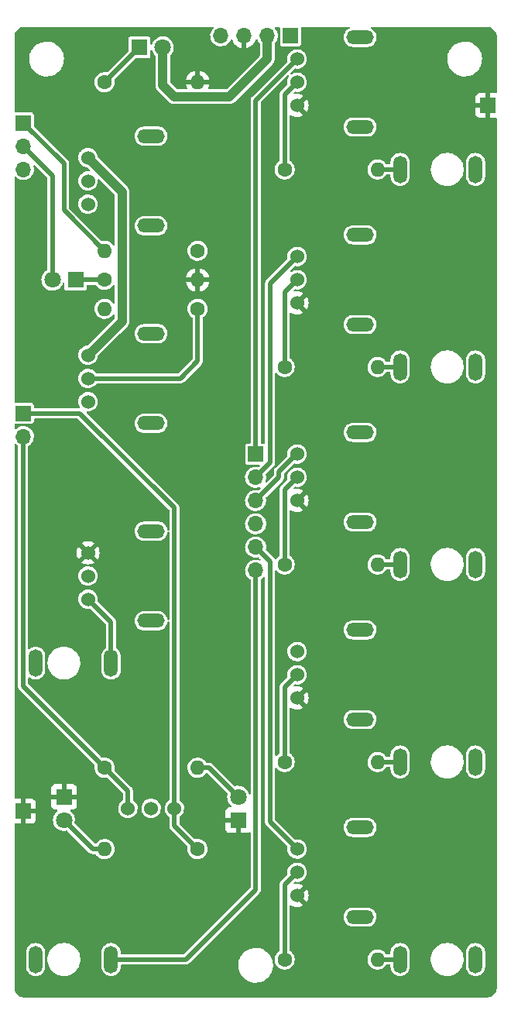
<source format=gtl>
G04 #@! TF.GenerationSoftware,KiCad,Pcbnew,(6.0.0)*
G04 #@! TF.CreationDate,2022-08-09T16:31:54+02:00*
G04 #@! TF.ProjectId,FG-VCO-(interface),46472d56-434f-42d2-9869-6e7465726661,rev?*
G04 #@! TF.SameCoordinates,Original*
G04 #@! TF.FileFunction,Copper,L1,Top*
G04 #@! TF.FilePolarity,Positive*
%FSLAX46Y46*%
G04 Gerber Fmt 4.6, Leading zero omitted, Abs format (unit mm)*
G04 Created by KiCad (PCBNEW (6.0.0)) date 2022-08-09 16:31:54*
%MOMM*%
%LPD*%
G01*
G04 APERTURE LIST*
G04 #@! TA.AperFunction,ComponentPad*
%ADD10C,1.600000*%
G04 #@! TD*
G04 #@! TA.AperFunction,ComponentPad*
%ADD11O,1.600000X1.600000*%
G04 #@! TD*
G04 #@! TA.AperFunction,ComponentPad*
%ADD12O,1.500000X3.000000*%
G04 #@! TD*
G04 #@! TA.AperFunction,ComponentPad*
%ADD13R,1.800000X1.800000*%
G04 #@! TD*
G04 #@! TA.AperFunction,ComponentPad*
%ADD14C,1.800000*%
G04 #@! TD*
G04 #@! TA.AperFunction,ComponentPad*
%ADD15C,1.524000*%
G04 #@! TD*
G04 #@! TA.AperFunction,ComponentPad*
%ADD16O,3.000000X1.500000*%
G04 #@! TD*
G04 #@! TA.AperFunction,ComponentPad*
%ADD17R,1.700000X1.700000*%
G04 #@! TD*
G04 #@! TA.AperFunction,ComponentPad*
%ADD18O,1.700000X1.700000*%
G04 #@! TD*
G04 #@! TA.AperFunction,Conductor*
%ADD19C,1.000000*%
G04 #@! TD*
G04 #@! TA.AperFunction,Conductor*
%ADD20C,0.500000*%
G04 #@! TD*
G04 APERTURE END LIST*
D10*
X20320000Y-31115000D03*
D11*
X10160000Y-31115000D03*
D10*
X20320000Y-24765000D03*
D11*
X10160000Y-24765000D03*
D12*
X42475000Y-59055000D03*
X50725000Y-59055000D03*
X10865000Y-69850000D03*
X2615000Y-69850000D03*
D13*
X24765000Y-87000000D03*
D14*
X24765000Y-84460000D03*
D12*
X42475000Y-80645000D03*
X50725000Y-80645000D03*
D10*
X29845000Y-15875000D03*
D11*
X40005000Y-15875000D03*
D10*
X29845000Y-102235000D03*
D11*
X40005000Y-102235000D03*
D10*
X20320000Y-90170000D03*
D11*
X10160000Y-90170000D03*
D12*
X10865000Y-102235000D03*
X2615000Y-102235000D03*
D10*
X10160000Y-6350000D03*
D11*
X20320000Y-6350000D03*
D10*
X10160000Y-27940000D03*
D11*
X20320000Y-27940000D03*
D15*
X31200000Y-30480000D03*
X31200000Y-27940000D03*
X31200000Y-25400000D03*
D16*
X38100000Y-23040000D03*
X38100000Y-32840000D03*
D15*
X31200000Y-52070000D03*
X31200000Y-49530000D03*
X31200000Y-46990000D03*
D16*
X38100000Y-44630000D03*
X38100000Y-54430000D03*
D17*
X52070000Y-8890000D03*
D15*
X17780000Y-85725000D03*
X15240000Y-85725000D03*
X12700000Y-85725000D03*
D12*
X42475000Y-37465000D03*
X50725000Y-37465000D03*
X42475000Y-15875000D03*
X50725000Y-15875000D03*
D10*
X29845000Y-37465000D03*
D11*
X40005000Y-37465000D03*
D15*
X8340000Y-19685000D03*
X8340000Y-17145000D03*
X8340000Y-14605000D03*
D16*
X15240000Y-22045000D03*
X15240000Y-12245000D03*
D15*
X31200000Y-95250000D03*
X31200000Y-92710000D03*
X31200000Y-90170000D03*
D16*
X38100000Y-87810000D03*
X38100000Y-97610000D03*
D10*
X29845000Y-59055000D03*
D11*
X40005000Y-59055000D03*
D13*
X5715000Y-84450000D03*
D14*
X5715000Y-86990000D03*
D15*
X8340000Y-62865000D03*
X8340000Y-60325000D03*
X8340000Y-57785000D03*
D16*
X15240000Y-65225000D03*
X15240000Y-55425000D03*
D10*
X10160000Y-81280000D03*
D11*
X20320000Y-81280000D03*
D12*
X42475000Y-102235000D03*
X50725000Y-102235000D03*
D13*
X13965000Y-2540000D03*
D14*
X16505000Y-2540000D03*
D17*
X1270000Y-86042500D03*
D15*
X31200000Y-8890000D03*
X31200000Y-6350000D03*
X31200000Y-3810000D03*
D16*
X38100000Y-11250000D03*
X38100000Y-1450000D03*
D10*
X29845000Y-80645000D03*
D11*
X40005000Y-80645000D03*
D15*
X8340000Y-41275000D03*
X8340000Y-38735000D03*
X8340000Y-36195000D03*
D16*
X15240000Y-43635000D03*
X15240000Y-33835000D03*
D13*
X6985000Y-27940000D03*
D14*
X4445000Y-27940000D03*
D15*
X31200000Y-73660000D03*
X31200000Y-71120000D03*
X31200000Y-68580000D03*
D16*
X38100000Y-76020000D03*
X38100000Y-66220000D03*
D17*
X1270000Y-42545000D03*
D18*
X1270000Y-45085000D03*
D17*
X30480000Y-1270000D03*
D18*
X27940000Y-1270000D03*
X25400000Y-1270000D03*
X22860000Y-1270000D03*
D17*
X26670000Y-46990000D03*
D18*
X26670000Y-49530000D03*
X26670000Y-52070000D03*
X26670000Y-54610000D03*
X26670000Y-57150000D03*
X26670000Y-59690000D03*
D17*
X1270000Y-10795000D03*
D18*
X1270000Y-13335000D03*
X1270000Y-15875000D03*
D19*
X17780000Y-7937500D02*
X16505000Y-6662500D01*
X23812500Y-7937500D02*
X17780000Y-7937500D01*
X27940000Y-3810000D02*
X23812500Y-7937500D01*
X16505000Y-6662500D02*
X16505000Y-2540000D01*
X27940000Y-1270000D02*
X27940000Y-3810000D01*
D20*
X20320000Y-36830000D02*
X20320000Y-31115000D01*
X18415000Y-38735000D02*
X20320000Y-36830000D01*
X8340000Y-38735000D02*
X18415000Y-38735000D01*
D19*
X12065000Y-18330000D02*
X12065000Y-32385000D01*
X8340000Y-14605000D02*
X12065000Y-18330000D01*
X8340000Y-36195000D02*
X12065000Y-32470000D01*
D20*
X5715000Y-15240000D02*
X1270000Y-10795000D01*
X5715000Y-20320000D02*
X5715000Y-15240000D01*
X10160000Y-24765000D02*
X5715000Y-20320000D01*
X40005000Y-15875000D02*
X42545000Y-15875000D01*
X40005000Y-37465000D02*
X42545000Y-37465000D01*
X40005000Y-59055000D02*
X42545000Y-59055000D01*
X40005000Y-80645000D02*
X42545000Y-80645000D01*
X29845000Y-7705000D02*
X29845000Y-15875000D01*
X31200000Y-6350000D02*
X29845000Y-7705000D01*
X29845000Y-29295000D02*
X29845000Y-37465000D01*
X31200000Y-27940000D02*
X29845000Y-29295000D01*
X12700000Y-83820000D02*
X10160000Y-81280000D01*
X1245000Y-45105000D02*
X1245000Y-72365000D01*
X1245000Y-72365000D02*
X10160000Y-81280000D01*
X12700000Y-85725000D02*
X12700000Y-83820000D01*
X31200000Y-71120000D02*
X29845000Y-72475000D01*
X29845000Y-72475000D02*
X29845000Y-80645000D01*
X17780000Y-52863750D02*
X17780000Y-85725000D01*
X7481250Y-42565000D02*
X17780000Y-52863750D01*
X17780000Y-87630000D02*
X20320000Y-90170000D01*
X17780000Y-85725000D02*
X17780000Y-87630000D01*
X1245000Y-42565000D02*
X7481250Y-42565000D01*
X19050000Y-102235000D02*
X26670000Y-94615000D01*
X10865000Y-102235000D02*
X19050000Y-102235000D01*
X26670000Y-94615000D02*
X26670000Y-59690000D01*
X28257500Y-47942500D02*
X26670000Y-49530000D01*
X31200000Y-25400000D02*
X28257500Y-28342500D01*
X28257500Y-28342500D02*
X28257500Y-47942500D01*
X29210000Y-48895000D02*
X29210000Y-49530000D01*
X31115000Y-46990000D02*
X29210000Y-48895000D01*
X29210000Y-49530000D02*
X26670000Y-52070000D01*
X26670000Y-8340000D02*
X26670000Y-46990000D01*
X31200000Y-3810000D02*
X26670000Y-8340000D01*
X28257500Y-87227500D02*
X28257500Y-58737500D01*
X28257500Y-58737500D02*
X26670000Y-57150000D01*
X31200000Y-90170000D02*
X28257500Y-87227500D01*
X40005000Y-102235000D02*
X42545000Y-102235000D01*
X29845000Y-94065000D02*
X29845000Y-102235000D01*
X31200000Y-92710000D02*
X29845000Y-94065000D01*
X10865000Y-65390000D02*
X10865000Y-65970000D01*
X10865000Y-69850000D02*
X10865000Y-65970000D01*
X10865000Y-65970000D02*
X10865000Y-65475000D01*
X8340000Y-62865000D02*
X10865000Y-65390000D01*
X6985000Y-27940000D02*
X10160000Y-27940000D01*
X1245000Y-13350000D02*
X4445000Y-16550000D01*
X4445000Y-16550000D02*
X4445000Y-27940000D01*
X21590000Y-81280000D02*
X24765000Y-84455000D01*
X20320000Y-81280000D02*
X21590000Y-81280000D01*
X8890000Y-90170000D02*
X5715000Y-86995000D01*
X10160000Y-90170000D02*
X8890000Y-90170000D01*
X29845000Y-50885000D02*
X29845000Y-59055000D01*
X31200000Y-49530000D02*
X29845000Y-50885000D01*
X10160000Y-6350000D02*
X13970000Y-2540000D01*
G04 #@! TA.AperFunction,Conductor*
G36*
X22016192Y-318907D02*
G01*
X22052156Y-368407D01*
X22052156Y-429593D01*
X22027302Y-467315D01*
X22028416Y-468372D01*
X22025293Y-471663D01*
X22021881Y-474655D01*
X22019073Y-478217D01*
X21899570Y-629807D01*
X21890976Y-640708D01*
X21888862Y-644726D01*
X21805383Y-803394D01*
X21792523Y-827836D01*
X21769016Y-903542D01*
X21734097Y-1016000D01*
X21729820Y-1029773D01*
X21704967Y-1239754D01*
X21707814Y-1283187D01*
X21715091Y-1394214D01*
X21718796Y-1450749D01*
X21719912Y-1455142D01*
X21719912Y-1455144D01*
X21767742Y-1643471D01*
X21770845Y-1655690D01*
X21772747Y-1659815D01*
X21772747Y-1659816D01*
X21856177Y-1840789D01*
X21859369Y-1847714D01*
X21981405Y-2020391D01*
X22132865Y-2167937D01*
X22136638Y-2170458D01*
X22304899Y-2282887D01*
X22304902Y-2282889D01*
X22308677Y-2285411D01*
X22403514Y-2326156D01*
X22498774Y-2367083D01*
X22498778Y-2367084D01*
X22502953Y-2368878D01*
X22532881Y-2375650D01*
X22704760Y-2414543D01*
X22704765Y-2414544D01*
X22709186Y-2415544D01*
X22814828Y-2419695D01*
X22915937Y-2423668D01*
X22915938Y-2423668D01*
X22920470Y-2423846D01*
X23129730Y-2393504D01*
X23134029Y-2392045D01*
X23134032Y-2392044D01*
X23325654Y-2326997D01*
X23329955Y-2325537D01*
X23338100Y-2320976D01*
X23510481Y-2224437D01*
X23514442Y-2222219D01*
X23677012Y-2087012D01*
X23812219Y-1924442D01*
X23915537Y-1739955D01*
X23925488Y-1710640D01*
X23962097Y-1661615D01*
X24020531Y-1643471D01*
X24078469Y-1663139D01*
X24110960Y-1705217D01*
X24182183Y-1880620D01*
X24185840Y-1887860D01*
X24298266Y-2071322D01*
X24303056Y-2077867D01*
X24443935Y-2240502D01*
X24449729Y-2246176D01*
X24615292Y-2383629D01*
X24621921Y-2388270D01*
X24807713Y-2496838D01*
X24815008Y-2500334D01*
X25016038Y-2577099D01*
X25023808Y-2579357D01*
X25130637Y-2601091D01*
X25143846Y-2599586D01*
X25146000Y-2591405D01*
X25146000Y-1115000D01*
X25164907Y-1056809D01*
X25214407Y-1020845D01*
X25245000Y-1016000D01*
X25555000Y-1016000D01*
X25613191Y-1034907D01*
X25649155Y-1084407D01*
X25654000Y-1115000D01*
X25654000Y-2590952D01*
X25658122Y-2603637D01*
X25659650Y-2604748D01*
X25664884Y-2605238D01*
X25679291Y-2603392D01*
X25687200Y-2601710D01*
X25893304Y-2539876D01*
X25900852Y-2536918D01*
X26094087Y-2442253D01*
X26101046Y-2438104D01*
X26276231Y-2313148D01*
X26282412Y-2307924D01*
X26434831Y-2156035D01*
X26440088Y-2149858D01*
X26565651Y-1975119D01*
X26569823Y-1968176D01*
X26665164Y-1775268D01*
X26668148Y-1767733D01*
X26685579Y-1710361D01*
X26720586Y-1660180D01*
X26778403Y-1640159D01*
X26836946Y-1657946D01*
X26870209Y-1697694D01*
X26936177Y-1840789D01*
X26939369Y-1847714D01*
X27061405Y-2020391D01*
X27087505Y-2045816D01*
X27109581Y-2067322D01*
X27138070Y-2121470D01*
X27139500Y-2138236D01*
X27139500Y-3437414D01*
X27120593Y-3495605D01*
X27110504Y-3507418D01*
X23509918Y-7108004D01*
X23455401Y-7135781D01*
X23439914Y-7137000D01*
X21551632Y-7137000D01*
X21493441Y-7118093D01*
X21457477Y-7068593D01*
X21457477Y-7007407D01*
X21461908Y-6996161D01*
X21551985Y-6802991D01*
X21554931Y-6794898D01*
X21602024Y-6619145D01*
X21601380Y-6606859D01*
X21591727Y-6604000D01*
X19049598Y-6604000D01*
X19037896Y-6607802D01*
X19037633Y-6617864D01*
X19085069Y-6794898D01*
X19088015Y-6802991D01*
X19178092Y-6996161D01*
X19185549Y-7056890D01*
X19155886Y-7110404D01*
X19100433Y-7136262D01*
X19088368Y-7137000D01*
X18152586Y-7137000D01*
X18094395Y-7118093D01*
X18082582Y-7108004D01*
X17334496Y-6359918D01*
X17306719Y-6305401D01*
X17305500Y-6289914D01*
X17305500Y-6080855D01*
X19037976Y-6080855D01*
X19038620Y-6093141D01*
X19048273Y-6096000D01*
X20050320Y-6096000D01*
X20063005Y-6091878D01*
X20066000Y-6087757D01*
X20066000Y-6080320D01*
X20574000Y-6080320D01*
X20578122Y-6093005D01*
X20582243Y-6096000D01*
X21590402Y-6096000D01*
X21602104Y-6092198D01*
X21602367Y-6082136D01*
X21554931Y-5905102D01*
X21551985Y-5897009D01*
X21458918Y-5697427D01*
X21454606Y-5689957D01*
X21328292Y-5509563D01*
X21322759Y-5502968D01*
X21167032Y-5347241D01*
X21160437Y-5341708D01*
X20980043Y-5215394D01*
X20972573Y-5211082D01*
X20772991Y-5118015D01*
X20764898Y-5115069D01*
X20589145Y-5067976D01*
X20576859Y-5068620D01*
X20574000Y-5078273D01*
X20574000Y-6080320D01*
X20066000Y-6080320D01*
X20066000Y-5079598D01*
X20062198Y-5067896D01*
X20052136Y-5067633D01*
X19875102Y-5115069D01*
X19867009Y-5118015D01*
X19667427Y-5211082D01*
X19659957Y-5215394D01*
X19479563Y-5341708D01*
X19472968Y-5347241D01*
X19317241Y-5502968D01*
X19311708Y-5509563D01*
X19185394Y-5689957D01*
X19181082Y-5697427D01*
X19088015Y-5897009D01*
X19085069Y-5905102D01*
X19037976Y-6080855D01*
X17305500Y-6080855D01*
X17305500Y-3482209D01*
X17324407Y-3424018D01*
X17341195Y-3406094D01*
X17354024Y-3395424D01*
X17357518Y-3392518D01*
X17363629Y-3385171D01*
X17431318Y-3303784D01*
X17498602Y-3222884D01*
X17594913Y-3050908D01*
X17604192Y-3034340D01*
X17604193Y-3034338D01*
X17606410Y-3030379D01*
X17642220Y-2924885D01*
X17675871Y-2825754D01*
X17675872Y-2825751D01*
X17677331Y-2821452D01*
X17690495Y-2730665D01*
X17708571Y-2605997D01*
X17708571Y-2605991D01*
X17708991Y-2603098D01*
X17709298Y-2591405D01*
X17710567Y-2542914D01*
X17710567Y-2542909D01*
X17710643Y-2540000D01*
X17708371Y-2515268D01*
X17699099Y-2414366D01*
X17690454Y-2320289D01*
X17660401Y-2213729D01*
X17631799Y-2112311D01*
X17631798Y-2112310D01*
X17630565Y-2107936D01*
X17628557Y-2103864D01*
X17628555Y-2103859D01*
X17539915Y-1924115D01*
X17532980Y-1910053D01*
X17400967Y-1733267D01*
X17303293Y-1642978D01*
X17242279Y-1586577D01*
X17242278Y-1586576D01*
X17238949Y-1583499D01*
X17227906Y-1576531D01*
X17056187Y-1468185D01*
X17052350Y-1465764D01*
X16847421Y-1384006D01*
X16631024Y-1340962D01*
X16522347Y-1339539D01*
X16414946Y-1338133D01*
X16414941Y-1338133D01*
X16410406Y-1338074D01*
X16405933Y-1338843D01*
X16405928Y-1338843D01*
X16197435Y-1374668D01*
X16197429Y-1374670D01*
X16192957Y-1375438D01*
X16141206Y-1394530D01*
X15990220Y-1450231D01*
X15990217Y-1450232D01*
X15985957Y-1451804D01*
X15982054Y-1454126D01*
X15982052Y-1454127D01*
X15962492Y-1465764D01*
X15796341Y-1564614D01*
X15792926Y-1567609D01*
X15792923Y-1567611D01*
X15701489Y-1647797D01*
X15630457Y-1710090D01*
X15627649Y-1713652D01*
X15509670Y-1863309D01*
X15493863Y-1883360D01*
X15491749Y-1887378D01*
X15394971Y-2071322D01*
X15391131Y-2078620D01*
X15389786Y-2082952D01*
X15359047Y-2181947D01*
X15323734Y-2231914D01*
X15265796Y-2251582D01*
X15207363Y-2233438D01*
X15170754Y-2184413D01*
X15165500Y-2152590D01*
X15165500Y-1595354D01*
X15162382Y-1569154D01*
X15116939Y-1466847D01*
X15107445Y-1457369D01*
X15044179Y-1394214D01*
X15037713Y-1387759D01*
X15008102Y-1374668D01*
X14942136Y-1345504D01*
X14942134Y-1345504D01*
X14935327Y-1342494D01*
X14921322Y-1340861D01*
X14912494Y-1339832D01*
X14912493Y-1339832D01*
X14909646Y-1339500D01*
X13020354Y-1339500D01*
X13003951Y-1341452D01*
X13001531Y-1341740D01*
X13001530Y-1341740D01*
X12994154Y-1342618D01*
X12891847Y-1388061D01*
X12812759Y-1467287D01*
X12767494Y-1569673D01*
X12764500Y-1595354D01*
X12764500Y-2925967D01*
X12745593Y-2984158D01*
X12735504Y-2995971D01*
X10484024Y-5247451D01*
X10429507Y-5275228D01*
X10394706Y-5274545D01*
X10279980Y-5251725D01*
X10275526Y-5250839D01*
X10175930Y-5249535D01*
X10077826Y-5248251D01*
X10077821Y-5248251D01*
X10073286Y-5248192D01*
X10068813Y-5248961D01*
X10068808Y-5248961D01*
X9970245Y-5265898D01*
X9873949Y-5282444D01*
X9684193Y-5352449D01*
X9680290Y-5354771D01*
X9671331Y-5360101D01*
X9510371Y-5455862D01*
X9506956Y-5458857D01*
X9506953Y-5458859D01*
X9418186Y-5536706D01*
X9358305Y-5589220D01*
X9355497Y-5592782D01*
X9262800Y-5710369D01*
X9233089Y-5748057D01*
X9138914Y-5927053D01*
X9137569Y-5931384D01*
X9137568Y-5931387D01*
X9087636Y-6092198D01*
X9078937Y-6120213D01*
X9055164Y-6321069D01*
X9068392Y-6522894D01*
X9069508Y-6527287D01*
X9069508Y-6527289D01*
X9084554Y-6586534D01*
X9118178Y-6718928D01*
X9202856Y-6902607D01*
X9319588Y-7067780D01*
X9464466Y-7208913D01*
X9632637Y-7321282D01*
X9818470Y-7401122D01*
X10015740Y-7445760D01*
X10217842Y-7453700D01*
X10271377Y-7445938D01*
X10413519Y-7425329D01*
X10413522Y-7425328D01*
X10418007Y-7424678D01*
X10537357Y-7384164D01*
X10605234Y-7361123D01*
X10605237Y-7361121D01*
X10609531Y-7359664D01*
X10786001Y-7260837D01*
X10941505Y-7131505D01*
X11070837Y-6976001D01*
X11074867Y-6968806D01*
X11105542Y-6914030D01*
X11169664Y-6799531D01*
X11173425Y-6788453D01*
X11233219Y-6612304D01*
X11234678Y-6608007D01*
X11237792Y-6586534D01*
X11263283Y-6410717D01*
X11263700Y-6407842D01*
X11265215Y-6350000D01*
X11263846Y-6335093D01*
X11247123Y-6153109D01*
X11246708Y-6148591D01*
X11243721Y-6138000D01*
X11238970Y-6121152D01*
X11241372Y-6060013D01*
X11264249Y-6024276D01*
X13519029Y-3769496D01*
X13573546Y-3741719D01*
X13589033Y-3740500D01*
X14909646Y-3740500D01*
X14926049Y-3738548D01*
X14928469Y-3738260D01*
X14928470Y-3738260D01*
X14935846Y-3737382D01*
X15038153Y-3691939D01*
X15117241Y-3612713D01*
X15162506Y-3510327D01*
X15165500Y-3484646D01*
X15165500Y-2935097D01*
X15184407Y-2876906D01*
X15233907Y-2840942D01*
X15295093Y-2840942D01*
X15344593Y-2876906D01*
X15360454Y-2910726D01*
X15368511Y-2942452D01*
X15460883Y-3142821D01*
X15588222Y-3323002D01*
X15591468Y-3326164D01*
X15674582Y-3407131D01*
X15703070Y-3461280D01*
X15704500Y-3478045D01*
X15704500Y-6653509D01*
X15704495Y-6654546D01*
X15703559Y-6743907D01*
X15712905Y-6787132D01*
X15714523Y-6797016D01*
X15719454Y-6840972D01*
X15721272Y-6846192D01*
X15721273Y-6846197D01*
X15730892Y-6873817D01*
X15734163Y-6885455D01*
X15741511Y-6919442D01*
X15743849Y-6924456D01*
X15743851Y-6924462D01*
X15760201Y-6959524D01*
X15763970Y-6968806D01*
X15778515Y-7010573D01*
X15781446Y-7015263D01*
X15796944Y-7040066D01*
X15802710Y-7050687D01*
X15815070Y-7077193D01*
X15815074Y-7077200D01*
X15817409Y-7082207D01*
X15820796Y-7086573D01*
X15820800Y-7086580D01*
X15844520Y-7117159D01*
X15850251Y-7125373D01*
X15873684Y-7162875D01*
X15901939Y-7191328D01*
X15902602Y-7192037D01*
X15903099Y-7192677D01*
X15928959Y-7218537D01*
X15929202Y-7218782D01*
X15997838Y-7287899D01*
X15997845Y-7287905D01*
X16000230Y-7290307D01*
X16001231Y-7290942D01*
X16002524Y-7292102D01*
X17207634Y-8497212D01*
X17208363Y-8497949D01*
X17270859Y-8561768D01*
X17275511Y-8564766D01*
X17308036Y-8585727D01*
X17316170Y-8591571D01*
X17350734Y-8619163D01*
X17355718Y-8621572D01*
X17355722Y-8621575D01*
X17382039Y-8634297D01*
X17392577Y-8640210D01*
X17421817Y-8659054D01*
X17463392Y-8674186D01*
X17472598Y-8678076D01*
X17507438Y-8694918D01*
X17507441Y-8694919D01*
X17512422Y-8697327D01*
X17517807Y-8698570D01*
X17517809Y-8698571D01*
X17531487Y-8701729D01*
X17546313Y-8705151D01*
X17557898Y-8708584D01*
X17585369Y-8718583D01*
X17585376Y-8718585D01*
X17590578Y-8720478D01*
X17615790Y-8723663D01*
X17634454Y-8726021D01*
X17644315Y-8727777D01*
X17661622Y-8731772D01*
X17687411Y-8737726D01*
X17727492Y-8737866D01*
X17728481Y-8737899D01*
X17729283Y-8738000D01*
X17765832Y-8738000D01*
X17766180Y-8738001D01*
X17867000Y-8738353D01*
X17868159Y-8738094D01*
X17869894Y-8738000D01*
X23803509Y-8738000D01*
X23804547Y-8738005D01*
X23893907Y-8738941D01*
X23937141Y-8729593D01*
X23947016Y-8727977D01*
X23964450Y-8726021D01*
X23985475Y-8723663D01*
X23985479Y-8723662D01*
X23990972Y-8723046D01*
X23996192Y-8721228D01*
X23996197Y-8721227D01*
X24023817Y-8711608D01*
X24035455Y-8708337D01*
X24064030Y-8702159D01*
X24069442Y-8700989D01*
X24074456Y-8698651D01*
X24074462Y-8698649D01*
X24109524Y-8682299D01*
X24118806Y-8678530D01*
X24155344Y-8665806D01*
X24160573Y-8663985D01*
X24190066Y-8645556D01*
X24200687Y-8639790D01*
X24227193Y-8627430D01*
X24227200Y-8627426D01*
X24232207Y-8625091D01*
X24236573Y-8621704D01*
X24236580Y-8621700D01*
X24267159Y-8597980D01*
X24275375Y-8592248D01*
X24276457Y-8591572D01*
X24312875Y-8568816D01*
X24341328Y-8540561D01*
X24342037Y-8539898D01*
X24342677Y-8539401D01*
X24368537Y-8513541D01*
X24368782Y-8513298D01*
X24437899Y-8444662D01*
X24437905Y-8444655D01*
X24440307Y-8442270D01*
X24440942Y-8441269D01*
X24442102Y-8439976D01*
X28499712Y-4382366D01*
X28500449Y-4381637D01*
X28560315Y-4323012D01*
X28564268Y-4319141D01*
X28588227Y-4281964D01*
X28594072Y-4273829D01*
X28617685Y-4244249D01*
X28621663Y-4239266D01*
X28624072Y-4234282D01*
X28624075Y-4234278D01*
X28636797Y-4207961D01*
X28642712Y-4197420D01*
X28661554Y-4168183D01*
X28676686Y-4126608D01*
X28680576Y-4117402D01*
X28697418Y-4082562D01*
X28697419Y-4082559D01*
X28699827Y-4077578D01*
X28707652Y-4043683D01*
X28711079Y-4032113D01*
X28722978Y-3999422D01*
X28728521Y-3955546D01*
X28730277Y-3945686D01*
X28738981Y-3907982D01*
X28740226Y-3902590D01*
X28740366Y-3862508D01*
X28740399Y-3861519D01*
X28740500Y-3860717D01*
X28740500Y-3824109D01*
X28740853Y-3723000D01*
X28740594Y-3721841D01*
X28740500Y-3720106D01*
X28740500Y-2142654D01*
X28759407Y-2084463D01*
X28763385Y-2079350D01*
X28889312Y-1927939D01*
X28889319Y-1927929D01*
X28892219Y-1924442D01*
X28995537Y-1739955D01*
X29020344Y-1666875D01*
X29062044Y-1544032D01*
X29062045Y-1544029D01*
X29063504Y-1539730D01*
X29084558Y-1394530D01*
X29093426Y-1333369D01*
X29093426Y-1333363D01*
X29093846Y-1330470D01*
X29094312Y-1312697D01*
X29095353Y-1272914D01*
X29095353Y-1272909D01*
X29095429Y-1270000D01*
X29094888Y-1264103D01*
X29081186Y-1115000D01*
X29076081Y-1059440D01*
X29032114Y-903542D01*
X29019920Y-860306D01*
X29019920Y-860305D01*
X29018686Y-855931D01*
X28925165Y-666290D01*
X28798651Y-496867D01*
X28771423Y-471697D01*
X28741526Y-418315D01*
X28748718Y-357553D01*
X28790250Y-312623D01*
X28838624Y-300000D01*
X29230500Y-300000D01*
X29288691Y-318907D01*
X29324655Y-368407D01*
X29329500Y-399000D01*
X29329500Y-2164646D01*
X29332618Y-2190846D01*
X29378061Y-2293153D01*
X29384529Y-2299610D01*
X29384530Y-2299611D01*
X29411122Y-2326156D01*
X29457287Y-2372241D01*
X29465645Y-2375936D01*
X29552864Y-2414496D01*
X29552866Y-2414496D01*
X29559673Y-2417506D01*
X29567067Y-2418368D01*
X29582378Y-2420153D01*
X29585354Y-2420500D01*
X31374646Y-2420500D01*
X31392561Y-2418368D01*
X31393469Y-2418260D01*
X31393470Y-2418260D01*
X31400846Y-2417382D01*
X31503153Y-2371939D01*
X31582241Y-2292713D01*
X31627506Y-2190327D01*
X31630500Y-2164646D01*
X31630500Y-399000D01*
X31649407Y-340809D01*
X31698907Y-304845D01*
X31729500Y-300000D01*
X36878050Y-300000D01*
X36936241Y-318907D01*
X36972205Y-368407D01*
X36972205Y-429593D01*
X36936241Y-479093D01*
X36924527Y-486412D01*
X36765849Y-570782D01*
X36606200Y-700989D01*
X36603116Y-704717D01*
X36603115Y-704718D01*
X36478021Y-855931D01*
X36474882Y-859725D01*
X36458347Y-890306D01*
X36380499Y-1034284D01*
X36376897Y-1040945D01*
X36375468Y-1045562D01*
X36317853Y-1231687D01*
X36315977Y-1237746D01*
X36315472Y-1242554D01*
X36315471Y-1242557D01*
X36294949Y-1437815D01*
X36294443Y-1442631D01*
X36299905Y-1502646D01*
X36312419Y-1640159D01*
X36313114Y-1647797D01*
X36371280Y-1845428D01*
X36373519Y-1849712D01*
X36373520Y-1849713D01*
X36393211Y-1887378D01*
X36466726Y-2027998D01*
X36481052Y-2045816D01*
X36590504Y-2181947D01*
X36595815Y-2188553D01*
X36599526Y-2191667D01*
X36599527Y-2191668D01*
X36719948Y-2292713D01*
X36753630Y-2320976D01*
X36757878Y-2323311D01*
X36757879Y-2323312D01*
X36815263Y-2354859D01*
X36934162Y-2420224D01*
X36938775Y-2421687D01*
X36938779Y-2421689D01*
X37003606Y-2442253D01*
X37130532Y-2482516D01*
X37135344Y-2483056D01*
X37135345Y-2483056D01*
X37288108Y-2500191D01*
X37288110Y-2500191D01*
X37290864Y-2500500D01*
X38901841Y-2500500D01*
X38904236Y-2500265D01*
X38904240Y-2500265D01*
X39050220Y-2485952D01*
X39050224Y-2485951D01*
X39055030Y-2485480D01*
X39059655Y-2484084D01*
X39059658Y-2484083D01*
X39172131Y-2450125D01*
X39252251Y-2425935D01*
X39434151Y-2329218D01*
X39593800Y-2199011D01*
X39605877Y-2184413D01*
X39722035Y-2044002D01*
X39722036Y-2044000D01*
X39725118Y-2040275D01*
X39823103Y-1859055D01*
X39851372Y-1767733D01*
X39882593Y-1666875D01*
X39882594Y-1666871D01*
X39884023Y-1662254D01*
X39885055Y-1652441D01*
X39905051Y-1462185D01*
X39905051Y-1462183D01*
X39905557Y-1457369D01*
X39895034Y-1341740D01*
X39887325Y-1257022D01*
X39887324Y-1257017D01*
X39886886Y-1252203D01*
X39828720Y-1054572D01*
X39733274Y-872002D01*
X39604185Y-711447D01*
X39526780Y-646496D01*
X39450085Y-582141D01*
X39450083Y-582140D01*
X39446370Y-579024D01*
X39427242Y-568508D01*
X39276712Y-485754D01*
X39234828Y-441152D01*
X39227160Y-380449D01*
X39256636Y-326832D01*
X39311998Y-300781D01*
X39324406Y-300000D01*
X52035092Y-300000D01*
X52052283Y-301504D01*
X52061470Y-303124D01*
X52070000Y-304628D01*
X52078530Y-303124D01*
X52087190Y-303124D01*
X52087190Y-303253D01*
X52100526Y-302671D01*
X52229807Y-313981D01*
X52246802Y-316977D01*
X52393396Y-356257D01*
X52409613Y-362160D01*
X52436970Y-374917D01*
X52465153Y-394657D01*
X52693036Y-622669D01*
X52930539Y-860306D01*
X52945620Y-875396D01*
X52965322Y-903542D01*
X52977842Y-930392D01*
X52983744Y-946607D01*
X53023023Y-1093198D01*
X53026019Y-1110193D01*
X53037329Y-1239474D01*
X53036747Y-1252810D01*
X53036876Y-1252810D01*
X53036876Y-1261470D01*
X53035372Y-1270000D01*
X53036876Y-1278530D01*
X53038496Y-1287717D01*
X53040000Y-1304908D01*
X53040000Y-7433000D01*
X53021093Y-7491191D01*
X52971593Y-7527155D01*
X52941000Y-7532000D01*
X52339680Y-7532000D01*
X52326995Y-7536122D01*
X52324000Y-7540243D01*
X52324000Y-10232319D01*
X52328122Y-10245004D01*
X52332243Y-10247999D01*
X52941000Y-10247999D01*
X52999191Y-10266906D01*
X53035155Y-10316406D01*
X53040000Y-10346999D01*
X53040000Y-105375092D01*
X53038496Y-105392282D01*
X53035372Y-105410000D01*
X53036876Y-105418530D01*
X53036876Y-105427190D01*
X53036747Y-105427190D01*
X53037329Y-105440526D01*
X53026019Y-105569807D01*
X53023023Y-105586802D01*
X52983743Y-105733398D01*
X52977843Y-105749607D01*
X52965517Y-105776040D01*
X52945799Y-105804201D01*
X52464201Y-106285799D01*
X52436040Y-106305517D01*
X52409607Y-106317843D01*
X52393402Y-106323742D01*
X52282483Y-106353462D01*
X52246802Y-106363023D01*
X52229807Y-106366019D01*
X52100526Y-106377329D01*
X52087190Y-106376747D01*
X52087190Y-106376876D01*
X52078530Y-106376876D01*
X52070000Y-106375372D01*
X52061470Y-106376876D01*
X52052283Y-106378496D01*
X52035092Y-106380000D01*
X1304908Y-106380000D01*
X1287717Y-106378496D01*
X1278530Y-106376876D01*
X1270000Y-106375372D01*
X1261470Y-106376876D01*
X1252810Y-106376876D01*
X1252810Y-106376747D01*
X1239474Y-106377329D01*
X1110193Y-106366019D01*
X1093198Y-106363023D01*
X1057517Y-106353462D01*
X946598Y-106323742D01*
X930393Y-106317843D01*
X903960Y-106305517D01*
X875799Y-106285799D01*
X394201Y-105804201D01*
X374483Y-105776040D01*
X362157Y-105749607D01*
X356257Y-105733398D01*
X316977Y-105586802D01*
X313981Y-105569807D01*
X302671Y-105440526D01*
X303253Y-105427190D01*
X303124Y-105427190D01*
X303124Y-105418530D01*
X304628Y-105410000D01*
X301504Y-105392282D01*
X300000Y-105375092D01*
X300000Y-103036841D01*
X1564500Y-103036841D01*
X1564735Y-103039236D01*
X1564735Y-103039240D01*
X1576027Y-103154402D01*
X1579520Y-103190030D01*
X1580916Y-103194655D01*
X1580917Y-103194658D01*
X1607991Y-103284330D01*
X1639065Y-103387251D01*
X1735782Y-103569151D01*
X1865989Y-103728800D01*
X1869717Y-103731884D01*
X1869718Y-103731885D01*
X2006666Y-103845178D01*
X2024725Y-103860118D01*
X2043956Y-103870516D01*
X2183234Y-103945823D01*
X2205945Y-103958103D01*
X2269145Y-103977667D01*
X2398125Y-104017593D01*
X2398129Y-104017594D01*
X2402746Y-104019023D01*
X2407554Y-104019528D01*
X2407557Y-104019529D01*
X2602815Y-104040051D01*
X2602817Y-104040051D01*
X2607631Y-104040557D01*
X2667646Y-104035095D01*
X2807978Y-104022325D01*
X2807983Y-104022324D01*
X2812797Y-104021886D01*
X3010428Y-103963720D01*
X3021173Y-103958103D01*
X3082472Y-103926056D01*
X3192998Y-103868274D01*
X3223492Y-103843756D01*
X3349780Y-103742219D01*
X3349783Y-103742217D01*
X3353553Y-103739185D01*
X3356668Y-103735473D01*
X3482859Y-103585085D01*
X3482860Y-103585083D01*
X3485976Y-103581370D01*
X3492694Y-103569151D01*
X3555067Y-103455694D01*
X3585224Y-103400838D01*
X3593757Y-103373941D01*
X3646052Y-103209083D01*
X3647516Y-103204468D01*
X3649136Y-103190030D01*
X3665191Y-103046892D01*
X3665191Y-103046890D01*
X3665500Y-103044136D01*
X3665500Y-102345226D01*
X3912819Y-102345226D01*
X3913313Y-102348854D01*
X3913313Y-102348858D01*
X3915805Y-102367168D01*
X3948907Y-102610395D01*
X4023792Y-102867317D01*
X4135831Y-103110348D01*
X4137842Y-103113415D01*
X4137844Y-103113419D01*
X4222438Y-103242445D01*
X4282562Y-103334149D01*
X4460760Y-103533803D01*
X4666512Y-103704925D01*
X4895298Y-103843756D01*
X5142091Y-103947245D01*
X5145653Y-103948150D01*
X5145654Y-103948150D01*
X5198141Y-103961480D01*
X5401470Y-104013119D01*
X5405123Y-104013487D01*
X5405124Y-104013487D01*
X5479629Y-104020989D01*
X5623741Y-104035500D01*
X5782944Y-104035500D01*
X5861649Y-104029651D01*
X5978223Y-104020989D01*
X5978229Y-104020988D01*
X5981877Y-104020717D01*
X6242891Y-103961655D01*
X6246308Y-103960326D01*
X6246312Y-103960325D01*
X6488889Y-103865992D01*
X6492309Y-103864662D01*
X6724650Y-103731868D01*
X6761811Y-103702573D01*
X6931920Y-103568469D01*
X6934811Y-103566190D01*
X6937325Y-103563517D01*
X6937331Y-103563512D01*
X7099121Y-103391524D01*
X7118175Y-103371269D01*
X7270714Y-103151385D01*
X7327201Y-103036841D01*
X9814500Y-103036841D01*
X9814735Y-103039236D01*
X9814735Y-103039240D01*
X9826027Y-103154402D01*
X9829520Y-103190030D01*
X9830916Y-103194655D01*
X9830917Y-103194658D01*
X9857991Y-103284330D01*
X9889065Y-103387251D01*
X9985782Y-103569151D01*
X10115989Y-103728800D01*
X10119717Y-103731884D01*
X10119718Y-103731885D01*
X10256666Y-103845178D01*
X10274725Y-103860118D01*
X10293956Y-103870516D01*
X10433234Y-103945823D01*
X10455945Y-103958103D01*
X10519145Y-103977667D01*
X10648125Y-104017593D01*
X10648129Y-104017594D01*
X10652746Y-104019023D01*
X10657554Y-104019528D01*
X10657557Y-104019529D01*
X10852815Y-104040051D01*
X10852817Y-104040051D01*
X10857631Y-104040557D01*
X10917646Y-104035095D01*
X11057978Y-104022325D01*
X11057983Y-104022324D01*
X11062797Y-104021886D01*
X11260428Y-103963720D01*
X11271173Y-103958103D01*
X11332472Y-103926056D01*
X11442998Y-103868274D01*
X11473492Y-103843756D01*
X11599780Y-103742219D01*
X11599783Y-103742217D01*
X11603553Y-103739185D01*
X11606668Y-103735473D01*
X11732859Y-103585085D01*
X11732860Y-103585083D01*
X11735976Y-103581370D01*
X11742694Y-103569151D01*
X11805067Y-103455694D01*
X11835224Y-103400838D01*
X11843757Y-103373941D01*
X11896052Y-103209083D01*
X11897516Y-103204468D01*
X11899136Y-103190030D01*
X11915191Y-103046892D01*
X11915191Y-103046890D01*
X11915500Y-103044136D01*
X11915500Y-102913233D01*
X24764906Y-102913233D01*
X24765246Y-102916795D01*
X24765246Y-102916802D01*
X24787314Y-103148090D01*
X24791102Y-103187792D01*
X24856657Y-103455694D01*
X24960199Y-103711326D01*
X24962010Y-103714419D01*
X24962011Y-103714421D01*
X25047320Y-103860118D01*
X25099558Y-103949335D01*
X25271816Y-104164732D01*
X25473364Y-104353008D01*
X25699979Y-104510216D01*
X25703184Y-104511811D01*
X25703190Y-104511814D01*
X25943699Y-104631466D01*
X25943704Y-104631468D01*
X25946914Y-104633065D01*
X25950325Y-104634183D01*
X25950327Y-104634184D01*
X26205593Y-104717864D01*
X26205596Y-104717865D01*
X26208998Y-104718980D01*
X26480738Y-104766162D01*
X26531160Y-104768672D01*
X26566644Y-104770439D01*
X26566657Y-104770439D01*
X26567876Y-104770500D01*
X26740070Y-104770500D01*
X26945083Y-104755625D01*
X26975490Y-104748912D01*
X27210904Y-104696937D01*
X27210910Y-104696935D01*
X27214403Y-104696164D01*
X27217752Y-104694895D01*
X27217756Y-104694894D01*
X27380951Y-104633065D01*
X27472319Y-104598449D01*
X27713428Y-104464525D01*
X27932678Y-104297198D01*
X28125477Y-104099974D01*
X28168726Y-104040557D01*
X28285682Y-103879876D01*
X28287787Y-103876984D01*
X28416206Y-103632899D01*
X28508045Y-103372832D01*
X28514901Y-103338050D01*
X28560687Y-103105748D01*
X28561380Y-103102232D01*
X28564636Y-103036841D01*
X28574916Y-102830341D01*
X28575094Y-102826767D01*
X28574754Y-102823205D01*
X28574754Y-102823198D01*
X28549239Y-102555779D01*
X28549238Y-102555775D01*
X28548898Y-102552208D01*
X28483343Y-102284306D01*
X28451654Y-102206069D01*
X28740164Y-102206069D01*
X28740461Y-102210597D01*
X28750954Y-102370689D01*
X28753392Y-102407894D01*
X28754508Y-102412287D01*
X28754508Y-102412289D01*
X28802062Y-102599534D01*
X28803178Y-102603928D01*
X28887856Y-102787607D01*
X29004588Y-102952780D01*
X29149466Y-103093913D01*
X29317637Y-103206282D01*
X29503470Y-103286122D01*
X29700740Y-103330760D01*
X29902842Y-103338700D01*
X29915374Y-103336883D01*
X30098519Y-103310329D01*
X30098522Y-103310328D01*
X30103007Y-103309678D01*
X30198769Y-103277171D01*
X30290234Y-103246123D01*
X30290237Y-103246121D01*
X30294531Y-103244664D01*
X30455707Y-103154402D01*
X30467039Y-103148056D01*
X30467041Y-103148055D01*
X30471001Y-103145837D01*
X30626505Y-103016505D01*
X30755837Y-102861001D01*
X30854664Y-102684531D01*
X30856976Y-102677722D01*
X30918219Y-102497304D01*
X30919678Y-102493007D01*
X30948700Y-102292842D01*
X30950215Y-102235000D01*
X30947557Y-102206069D01*
X38900164Y-102206069D01*
X38900461Y-102210597D01*
X38910954Y-102370689D01*
X38913392Y-102407894D01*
X38914508Y-102412287D01*
X38914508Y-102412289D01*
X38962062Y-102599534D01*
X38963178Y-102603928D01*
X39047856Y-102787607D01*
X39164588Y-102952780D01*
X39309466Y-103093913D01*
X39477637Y-103206282D01*
X39663470Y-103286122D01*
X39860740Y-103330760D01*
X40062842Y-103338700D01*
X40075374Y-103336883D01*
X40258519Y-103310329D01*
X40258522Y-103310328D01*
X40263007Y-103309678D01*
X40358769Y-103277171D01*
X40450234Y-103246123D01*
X40450237Y-103246121D01*
X40454531Y-103244664D01*
X40615707Y-103154402D01*
X40627039Y-103148056D01*
X40627041Y-103148055D01*
X40631001Y-103145837D01*
X40786505Y-103016505D01*
X40915837Y-102861001D01*
X40929767Y-102836127D01*
X40974696Y-102794594D01*
X41016144Y-102785500D01*
X41325500Y-102785500D01*
X41383691Y-102804407D01*
X41419655Y-102853907D01*
X41424500Y-102884500D01*
X41424500Y-103036841D01*
X41424735Y-103039236D01*
X41424735Y-103039240D01*
X41436027Y-103154402D01*
X41439520Y-103190030D01*
X41440916Y-103194655D01*
X41440917Y-103194658D01*
X41467991Y-103284330D01*
X41499065Y-103387251D01*
X41595782Y-103569151D01*
X41725989Y-103728800D01*
X41729717Y-103731884D01*
X41729718Y-103731885D01*
X41866666Y-103845178D01*
X41884725Y-103860118D01*
X41903956Y-103870516D01*
X42043234Y-103945823D01*
X42065945Y-103958103D01*
X42129145Y-103977667D01*
X42258125Y-104017593D01*
X42258129Y-104017594D01*
X42262746Y-104019023D01*
X42267554Y-104019528D01*
X42267557Y-104019529D01*
X42462815Y-104040051D01*
X42462817Y-104040051D01*
X42467631Y-104040557D01*
X42527646Y-104035095D01*
X42667978Y-104022325D01*
X42667983Y-104022324D01*
X42672797Y-104021886D01*
X42870428Y-103963720D01*
X42881173Y-103958103D01*
X42942472Y-103926056D01*
X43052998Y-103868274D01*
X43083492Y-103843756D01*
X43209780Y-103742219D01*
X43209783Y-103742217D01*
X43213553Y-103739185D01*
X43216668Y-103735473D01*
X43342859Y-103585085D01*
X43342860Y-103585083D01*
X43345976Y-103581370D01*
X43352694Y-103569151D01*
X43415067Y-103455694D01*
X43445224Y-103400838D01*
X43453757Y-103373941D01*
X43506052Y-103209083D01*
X43507516Y-103204468D01*
X43509136Y-103190030D01*
X43525191Y-103046892D01*
X43525191Y-103046890D01*
X43525500Y-103044136D01*
X43525500Y-102345226D01*
X45822819Y-102345226D01*
X45823313Y-102348854D01*
X45823313Y-102348858D01*
X45825805Y-102367168D01*
X45858907Y-102610395D01*
X45933792Y-102867317D01*
X46045831Y-103110348D01*
X46047842Y-103113415D01*
X46047844Y-103113419D01*
X46132438Y-103242445D01*
X46192562Y-103334149D01*
X46370760Y-103533803D01*
X46576512Y-103704925D01*
X46805298Y-103843756D01*
X47052091Y-103947245D01*
X47055653Y-103948150D01*
X47055654Y-103948150D01*
X47108141Y-103961480D01*
X47311470Y-104013119D01*
X47315123Y-104013487D01*
X47315124Y-104013487D01*
X47389629Y-104020989D01*
X47533741Y-104035500D01*
X47692944Y-104035500D01*
X47771649Y-104029651D01*
X47888223Y-104020989D01*
X47888229Y-104020988D01*
X47891877Y-104020717D01*
X48152891Y-103961655D01*
X48156308Y-103960326D01*
X48156312Y-103960325D01*
X48398889Y-103865992D01*
X48402309Y-103864662D01*
X48634650Y-103731868D01*
X48671811Y-103702573D01*
X48841920Y-103568469D01*
X48844811Y-103566190D01*
X48847325Y-103563517D01*
X48847331Y-103563512D01*
X49009121Y-103391524D01*
X49028175Y-103371269D01*
X49180714Y-103151385D01*
X49237201Y-103036841D01*
X49674500Y-103036841D01*
X49674735Y-103039236D01*
X49674735Y-103039240D01*
X49686027Y-103154402D01*
X49689520Y-103190030D01*
X49690916Y-103194655D01*
X49690917Y-103194658D01*
X49717991Y-103284330D01*
X49749065Y-103387251D01*
X49845782Y-103569151D01*
X49975989Y-103728800D01*
X49979717Y-103731884D01*
X49979718Y-103731885D01*
X50116666Y-103845178D01*
X50134725Y-103860118D01*
X50153956Y-103870516D01*
X50293234Y-103945823D01*
X50315945Y-103958103D01*
X50379145Y-103977667D01*
X50508125Y-104017593D01*
X50508129Y-104017594D01*
X50512746Y-104019023D01*
X50517554Y-104019528D01*
X50517557Y-104019529D01*
X50712815Y-104040051D01*
X50712817Y-104040051D01*
X50717631Y-104040557D01*
X50777646Y-104035095D01*
X50917978Y-104022325D01*
X50917983Y-104022324D01*
X50922797Y-104021886D01*
X51120428Y-103963720D01*
X51131173Y-103958103D01*
X51192472Y-103926056D01*
X51302998Y-103868274D01*
X51333492Y-103843756D01*
X51459780Y-103742219D01*
X51459783Y-103742217D01*
X51463553Y-103739185D01*
X51466668Y-103735473D01*
X51592859Y-103585085D01*
X51592860Y-103585083D01*
X51595976Y-103581370D01*
X51602694Y-103569151D01*
X51665067Y-103455694D01*
X51695224Y-103400838D01*
X51703757Y-103373941D01*
X51756052Y-103209083D01*
X51757516Y-103204468D01*
X51759136Y-103190030D01*
X51775191Y-103046892D01*
X51775191Y-103046890D01*
X51775500Y-103044136D01*
X51775500Y-101433159D01*
X51771214Y-101389442D01*
X51760952Y-101284780D01*
X51760951Y-101284776D01*
X51760480Y-101279970D01*
X51744846Y-101228186D01*
X51719215Y-101143294D01*
X51700935Y-101082749D01*
X51604218Y-100900849D01*
X51474011Y-100741200D01*
X51470282Y-100738115D01*
X51319002Y-100612965D01*
X51319000Y-100612964D01*
X51315275Y-100609882D01*
X51203123Y-100549242D01*
X51138309Y-100514197D01*
X51138308Y-100514197D01*
X51134055Y-100511897D01*
X51070855Y-100492333D01*
X50941875Y-100452407D01*
X50941871Y-100452406D01*
X50937254Y-100450977D01*
X50932446Y-100450472D01*
X50932443Y-100450471D01*
X50737185Y-100429949D01*
X50737183Y-100429949D01*
X50732369Y-100429443D01*
X50676800Y-100434500D01*
X50532022Y-100447675D01*
X50532017Y-100447676D01*
X50527203Y-100448114D01*
X50329572Y-100506280D01*
X50325288Y-100508519D01*
X50325287Y-100508520D01*
X50298058Y-100522755D01*
X50147002Y-100601726D01*
X50143231Y-100604758D01*
X49990220Y-100727781D01*
X49990217Y-100727783D01*
X49986447Y-100730815D01*
X49983333Y-100734526D01*
X49983332Y-100734527D01*
X49959299Y-100763169D01*
X49854024Y-100888630D01*
X49851689Y-100892878D01*
X49851688Y-100892879D01*
X49829165Y-100933849D01*
X49754776Y-101069162D01*
X49753313Y-101073775D01*
X49753311Y-101073779D01*
X49705154Y-101225590D01*
X49692484Y-101265532D01*
X49691944Y-101270344D01*
X49691944Y-101270345D01*
X49678860Y-101386992D01*
X49674500Y-101425864D01*
X49674500Y-103036841D01*
X49237201Y-103036841D01*
X49299076Y-102911371D01*
X49301771Y-102902951D01*
X49379543Y-102659993D01*
X49379543Y-102659992D01*
X49380662Y-102656497D01*
X49381252Y-102652876D01*
X49423089Y-102395983D01*
X49423089Y-102395978D01*
X49423678Y-102392364D01*
X49427181Y-102124774D01*
X49391093Y-101859605D01*
X49316208Y-101602683D01*
X49204169Y-101359652D01*
X49201614Y-101355754D01*
X49059449Y-101138918D01*
X49059448Y-101138916D01*
X49057438Y-101135851D01*
X49031630Y-101106935D01*
X48881683Y-100938934D01*
X48881682Y-100938933D01*
X48879240Y-100936197D01*
X48673488Y-100765075D01*
X48444702Y-100626244D01*
X48197909Y-100522755D01*
X48146407Y-100509675D01*
X48076595Y-100491945D01*
X47938530Y-100456881D01*
X47934877Y-100456513D01*
X47934876Y-100456513D01*
X47843366Y-100447299D01*
X47716259Y-100434500D01*
X47557056Y-100434500D01*
X47478351Y-100440349D01*
X47361777Y-100449011D01*
X47361771Y-100449012D01*
X47358123Y-100449283D01*
X47097109Y-100508345D01*
X47093692Y-100509674D01*
X47093688Y-100509675D01*
X46856979Y-100601726D01*
X46847691Y-100605338D01*
X46615350Y-100738132D01*
X46612460Y-100740410D01*
X46612459Y-100740411D01*
X46510269Y-100820971D01*
X46405189Y-100903810D01*
X46402675Y-100906483D01*
X46402669Y-100906488D01*
X46295504Y-101020408D01*
X46221825Y-101098731D01*
X46069286Y-101318615D01*
X45950924Y-101558629D01*
X45949803Y-101562131D01*
X45876649Y-101790665D01*
X45869338Y-101813503D01*
X45868749Y-101817120D01*
X45868748Y-101817124D01*
X45834296Y-102028674D01*
X45826322Y-102077636D01*
X45822819Y-102345226D01*
X43525500Y-102345226D01*
X43525500Y-101433159D01*
X43521214Y-101389442D01*
X43510952Y-101284780D01*
X43510951Y-101284776D01*
X43510480Y-101279970D01*
X43494846Y-101228186D01*
X43469215Y-101143294D01*
X43450935Y-101082749D01*
X43354218Y-100900849D01*
X43224011Y-100741200D01*
X43220282Y-100738115D01*
X43069002Y-100612965D01*
X43069000Y-100612964D01*
X43065275Y-100609882D01*
X42953123Y-100549242D01*
X42888309Y-100514197D01*
X42888308Y-100514197D01*
X42884055Y-100511897D01*
X42820855Y-100492333D01*
X42691875Y-100452407D01*
X42691871Y-100452406D01*
X42687254Y-100450977D01*
X42682446Y-100450472D01*
X42682443Y-100450471D01*
X42487185Y-100429949D01*
X42487183Y-100429949D01*
X42482369Y-100429443D01*
X42426800Y-100434500D01*
X42282022Y-100447675D01*
X42282017Y-100447676D01*
X42277203Y-100448114D01*
X42079572Y-100506280D01*
X42075288Y-100508519D01*
X42075287Y-100508520D01*
X42048058Y-100522755D01*
X41897002Y-100601726D01*
X41893231Y-100604758D01*
X41740220Y-100727781D01*
X41740217Y-100727783D01*
X41736447Y-100730815D01*
X41733333Y-100734526D01*
X41733332Y-100734527D01*
X41709299Y-100763169D01*
X41604024Y-100888630D01*
X41601689Y-100892878D01*
X41601688Y-100892879D01*
X41579165Y-100933849D01*
X41504776Y-101069162D01*
X41503313Y-101073775D01*
X41503311Y-101073779D01*
X41455154Y-101225590D01*
X41442484Y-101265532D01*
X41441944Y-101270344D01*
X41441944Y-101270345D01*
X41428860Y-101386992D01*
X41424500Y-101425864D01*
X41424500Y-101585500D01*
X41405593Y-101643691D01*
X41356093Y-101679655D01*
X41325500Y-101684500D01*
X41017122Y-101684500D01*
X40958931Y-101665593D01*
X40937798Y-101644734D01*
X40829051Y-101499104D01*
X40829050Y-101499103D01*
X40826335Y-101495467D01*
X40677812Y-101358174D01*
X40655125Y-101343859D01*
X40510594Y-101252667D01*
X40506757Y-101250246D01*
X40318898Y-101175298D01*
X40120526Y-101135839D01*
X40020930Y-101134535D01*
X39922826Y-101133251D01*
X39922821Y-101133251D01*
X39918286Y-101133192D01*
X39913813Y-101133961D01*
X39913808Y-101133961D01*
X39815245Y-101150898D01*
X39718949Y-101167444D01*
X39529193Y-101237449D01*
X39355371Y-101340862D01*
X39351956Y-101343857D01*
X39351953Y-101343859D01*
X39299976Y-101389442D01*
X39203305Y-101474220D01*
X39200497Y-101477782D01*
X39102034Y-101602683D01*
X39078089Y-101633057D01*
X39075975Y-101637075D01*
X39074422Y-101640026D01*
X38983914Y-101812053D01*
X38982569Y-101816384D01*
X38982568Y-101816387D01*
X38967107Y-101866182D01*
X38923937Y-102005213D01*
X38900164Y-102206069D01*
X30947557Y-102206069D01*
X30931708Y-102033591D01*
X30876807Y-101838926D01*
X30866056Y-101817124D01*
X30789359Y-101661599D01*
X30787351Y-101657527D01*
X30666335Y-101495467D01*
X30517812Y-101358174D01*
X30513977Y-101355754D01*
X30441672Y-101310133D01*
X30402548Y-101263091D01*
X30395500Y-101226406D01*
X30395500Y-97602631D01*
X36294443Y-97602631D01*
X36313114Y-97807797D01*
X36371280Y-98005428D01*
X36466726Y-98187998D01*
X36595815Y-98348553D01*
X36753630Y-98480976D01*
X36757878Y-98483311D01*
X36757879Y-98483312D01*
X36815263Y-98514859D01*
X36934162Y-98580224D01*
X36938775Y-98581687D01*
X36938779Y-98581689D01*
X37108689Y-98635587D01*
X37130532Y-98642516D01*
X37135344Y-98643056D01*
X37135345Y-98643056D01*
X37288108Y-98660191D01*
X37288110Y-98660191D01*
X37290864Y-98660500D01*
X38901841Y-98660500D01*
X38904236Y-98660265D01*
X38904240Y-98660265D01*
X39050220Y-98645952D01*
X39050224Y-98645951D01*
X39055030Y-98645480D01*
X39059655Y-98644084D01*
X39059658Y-98644083D01*
X39172131Y-98610125D01*
X39252251Y-98585935D01*
X39434151Y-98489218D01*
X39593800Y-98359011D01*
X39725118Y-98200275D01*
X39823103Y-98019055D01*
X39884023Y-97822254D01*
X39885055Y-97812441D01*
X39905051Y-97622185D01*
X39905051Y-97622183D01*
X39905557Y-97617369D01*
X39886886Y-97412203D01*
X39828720Y-97214572D01*
X39733274Y-97032002D01*
X39604185Y-96871447D01*
X39446370Y-96739024D01*
X39427242Y-96728508D01*
X39270085Y-96642111D01*
X39265838Y-96639776D01*
X39261225Y-96638313D01*
X39261221Y-96638311D01*
X39074083Y-96578948D01*
X39069468Y-96577484D01*
X39064656Y-96576944D01*
X39064655Y-96576944D01*
X38911892Y-96559809D01*
X38911890Y-96559809D01*
X38909136Y-96559500D01*
X37298159Y-96559500D01*
X37295764Y-96559735D01*
X37295760Y-96559735D01*
X37149780Y-96574048D01*
X37149776Y-96574049D01*
X37144970Y-96574520D01*
X37140345Y-96575916D01*
X37140342Y-96575917D01*
X37027869Y-96609875D01*
X36947749Y-96634065D01*
X36765849Y-96730782D01*
X36606200Y-96860989D01*
X36474882Y-97019725D01*
X36376897Y-97200945D01*
X36315977Y-97397746D01*
X36315472Y-97402554D01*
X36315471Y-97402557D01*
X36313951Y-97417022D01*
X36294443Y-97602631D01*
X30395500Y-97602631D01*
X30395500Y-96427244D01*
X30414407Y-96369053D01*
X30463907Y-96333089D01*
X30525093Y-96333089D01*
X30551282Y-96346147D01*
X30559025Y-96351568D01*
X30566499Y-96355883D01*
X30760055Y-96446140D01*
X30768148Y-96449086D01*
X30974447Y-96504364D01*
X30982935Y-96505860D01*
X31195691Y-96524474D01*
X31204309Y-96524474D01*
X31417065Y-96505860D01*
X31425553Y-96504364D01*
X31631852Y-96449086D01*
X31639945Y-96446140D01*
X31833501Y-96355883D01*
X31840971Y-96351571D01*
X31887760Y-96318809D01*
X31895787Y-96308156D01*
X31895798Y-96307526D01*
X31892010Y-96301220D01*
X30910794Y-95320004D01*
X30883017Y-95265487D01*
X30885344Y-95250797D01*
X31564242Y-95250797D01*
X31565038Y-95255828D01*
X32248729Y-95939519D01*
X32260612Y-95945573D01*
X32261234Y-95945475D01*
X32266787Y-95940648D01*
X32301573Y-95890967D01*
X32305882Y-95883503D01*
X32396140Y-95689944D01*
X32399086Y-95681852D01*
X32454364Y-95475553D01*
X32455860Y-95467065D01*
X32474474Y-95254309D01*
X32474474Y-95245691D01*
X32455860Y-95032935D01*
X32454364Y-95024447D01*
X32399086Y-94818148D01*
X32396140Y-94810056D01*
X32305882Y-94616497D01*
X32301573Y-94609033D01*
X32268808Y-94562238D01*
X32258157Y-94554212D01*
X32257525Y-94554201D01*
X32251221Y-94557989D01*
X31570296Y-95238914D01*
X31564242Y-95250797D01*
X30885344Y-95250797D01*
X30892588Y-95205055D01*
X30910794Y-95179996D01*
X31889519Y-94201271D01*
X31895573Y-94189388D01*
X31895475Y-94188766D01*
X31890648Y-94183213D01*
X31840971Y-94148429D01*
X31833501Y-94144117D01*
X31639945Y-94053860D01*
X31631852Y-94050914D01*
X31425553Y-93995636D01*
X31417065Y-93994140D01*
X31204309Y-93975526D01*
X31195691Y-93975526D01*
X30982935Y-93994140D01*
X30974440Y-93995637D01*
X30946717Y-94003066D01*
X30885615Y-93999865D01*
X30838065Y-93961360D01*
X30822229Y-93902260D01*
X30844155Y-93845138D01*
X30851089Y-93837436D01*
X30905522Y-93783003D01*
X30960039Y-93755226D01*
X30987245Y-93754703D01*
X31177641Y-93777407D01*
X31182463Y-93777036D01*
X31182466Y-93777036D01*
X31380566Y-93761793D01*
X31380571Y-93761792D01*
X31385394Y-93761421D01*
X31586085Y-93705387D01*
X31590398Y-93703208D01*
X31590404Y-93703206D01*
X31767750Y-93613622D01*
X31767752Y-93613620D01*
X31772071Y-93611439D01*
X31775888Y-93608457D01*
X31932451Y-93486137D01*
X31932453Y-93486135D01*
X31936266Y-93483156D01*
X32072417Y-93325423D01*
X32175339Y-93144249D01*
X32241109Y-92946534D01*
X32267225Y-92739810D01*
X32267641Y-92710000D01*
X32247308Y-92502627D01*
X32187083Y-92303154D01*
X32089261Y-92119176D01*
X31957567Y-91957704D01*
X31797017Y-91824885D01*
X31613728Y-91725781D01*
X31549494Y-91705897D01*
X31419300Y-91665595D01*
X31419296Y-91665594D01*
X31414679Y-91664165D01*
X31409872Y-91663660D01*
X31409868Y-91663659D01*
X31212269Y-91642891D01*
X31212267Y-91642891D01*
X31207453Y-91642385D01*
X31139720Y-91648549D01*
X31004764Y-91660831D01*
X31004761Y-91660832D01*
X30999944Y-91661270D01*
X30995302Y-91662636D01*
X30995298Y-91662637D01*
X30804702Y-91718733D01*
X30804699Y-91718734D01*
X30800055Y-91720101D01*
X30615399Y-91816636D01*
X30611623Y-91819672D01*
X30611620Y-91819674D01*
X30456783Y-91944167D01*
X30453011Y-91947200D01*
X30449902Y-91950905D01*
X30449899Y-91950908D01*
X30322192Y-92103103D01*
X30319075Y-92106818D01*
X30218693Y-92289411D01*
X30155690Y-92488025D01*
X30132463Y-92695093D01*
X30149899Y-92902730D01*
X30151233Y-92907383D01*
X30151236Y-92907398D01*
X30151397Y-92907959D01*
X30151388Y-92908224D01*
X30152108Y-92912148D01*
X30151245Y-92912306D01*
X30149256Y-92969107D01*
X30126234Y-93005242D01*
X29465952Y-93665524D01*
X29462959Y-93668394D01*
X29416844Y-93710799D01*
X29413287Y-93716536D01*
X29393243Y-93748864D01*
X29387959Y-93756551D01*
X29364973Y-93786834D01*
X29364970Y-93786839D01*
X29360888Y-93792217D01*
X29354467Y-93808434D01*
X29346560Y-93824155D01*
X29340922Y-93833248D01*
X29340920Y-93833253D01*
X29337365Y-93838986D01*
X29335483Y-93845464D01*
X29324872Y-93881988D01*
X29321850Y-93890813D01*
X29307849Y-93926174D01*
X29307847Y-93926181D01*
X29305364Y-93932453D01*
X29304659Y-93939162D01*
X29303540Y-93949806D01*
X29300153Y-93967068D01*
X29295285Y-93983825D01*
X29294500Y-93994515D01*
X29294500Y-94030631D01*
X29293958Y-94040979D01*
X29289599Y-94082454D01*
X29290724Y-94089105D01*
X29293114Y-94103236D01*
X29294500Y-94119746D01*
X29294500Y-101225590D01*
X29275593Y-101283781D01*
X29246118Y-101310671D01*
X29195371Y-101340862D01*
X29191956Y-101343857D01*
X29191953Y-101343859D01*
X29139976Y-101389442D01*
X29043305Y-101474220D01*
X29040497Y-101477782D01*
X28942034Y-101602683D01*
X28918089Y-101633057D01*
X28915975Y-101637075D01*
X28914422Y-101640026D01*
X28823914Y-101812053D01*
X28822569Y-101816384D01*
X28822568Y-101816387D01*
X28807107Y-101866182D01*
X28763937Y-102005213D01*
X28740164Y-102206069D01*
X28451654Y-102206069D01*
X28379801Y-102028674D01*
X28271259Y-101843296D01*
X28242253Y-101793758D01*
X28240442Y-101790665D01*
X28068184Y-101575268D01*
X27918644Y-101435575D01*
X27869259Y-101389442D01*
X27869257Y-101389440D01*
X27866636Y-101386992D01*
X27651070Y-101237449D01*
X27642966Y-101231827D01*
X27640021Y-101229784D01*
X27636816Y-101228189D01*
X27636810Y-101228186D01*
X27396301Y-101108534D01*
X27396296Y-101108532D01*
X27393086Y-101106935D01*
X27389675Y-101105817D01*
X27389673Y-101105816D01*
X27134407Y-101022136D01*
X27134404Y-101022135D01*
X27131002Y-101021020D01*
X26859262Y-100973838D01*
X26808840Y-100971328D01*
X26773356Y-100969561D01*
X26773343Y-100969561D01*
X26772124Y-100969500D01*
X26599930Y-100969500D01*
X26394917Y-100984375D01*
X26391406Y-100985150D01*
X26391407Y-100985150D01*
X26129096Y-101043063D01*
X26129090Y-101043065D01*
X26125597Y-101043836D01*
X26122248Y-101045105D01*
X26122244Y-101045106D01*
X26046563Y-101073779D01*
X25867681Y-101141551D01*
X25716382Y-101225590D01*
X25635808Y-101270345D01*
X25626572Y-101275475D01*
X25623716Y-101277655D01*
X25623714Y-101277656D01*
X25581159Y-101310133D01*
X25407322Y-101442802D01*
X25214523Y-101640026D01*
X25212414Y-101642923D01*
X25212411Y-101642927D01*
X25086153Y-101816387D01*
X25052213Y-101863016D01*
X24923794Y-102107101D01*
X24831955Y-102367168D01*
X24778620Y-102637768D01*
X24778442Y-102641341D01*
X24778442Y-102641342D01*
X24776874Y-102672833D01*
X24764906Y-102913233D01*
X11915500Y-102913233D01*
X11915500Y-102884500D01*
X11934407Y-102826309D01*
X11983907Y-102790345D01*
X12014500Y-102785500D01*
X19035565Y-102785500D01*
X19039711Y-102785587D01*
X19102294Y-102788210D01*
X19108867Y-102786668D01*
X19108870Y-102786668D01*
X19145893Y-102777984D01*
X19155063Y-102776284D01*
X19164477Y-102774994D01*
X19199432Y-102770206D01*
X19215446Y-102763276D01*
X19232144Y-102757753D01*
X19249136Y-102753768D01*
X19255049Y-102750517D01*
X19255055Y-102750515D01*
X19288387Y-102732191D01*
X19296760Y-102728089D01*
X19331661Y-102712986D01*
X19331665Y-102712984D01*
X19337855Y-102710305D01*
X19351409Y-102699329D01*
X19366014Y-102689516D01*
X19376765Y-102683605D01*
X19376768Y-102683603D01*
X19381308Y-102681107D01*
X19389422Y-102674103D01*
X19414969Y-102648556D01*
X19422670Y-102641623D01*
X19423017Y-102641342D01*
X19455070Y-102615386D01*
X19467278Y-102598208D01*
X19477971Y-102585554D01*
X27049048Y-95014476D01*
X27052041Y-95011606D01*
X27093188Y-94973769D01*
X27098156Y-94969201D01*
X27101711Y-94963468D01*
X27101713Y-94963465D01*
X27121756Y-94931137D01*
X27127040Y-94923449D01*
X27150031Y-94893160D01*
X27154112Y-94887784D01*
X27160537Y-94871558D01*
X27168438Y-94855847D01*
X27177635Y-94841014D01*
X27190133Y-94797997D01*
X27193150Y-94789185D01*
X27209635Y-94747547D01*
X27210340Y-94740838D01*
X27210341Y-94740834D01*
X27211457Y-94730209D01*
X27214847Y-94712931D01*
X27218266Y-94701163D01*
X27218266Y-94701161D01*
X27219715Y-94696175D01*
X27220500Y-94685485D01*
X27220500Y-94649367D01*
X27221042Y-94639018D01*
X27224696Y-94604254D01*
X27225401Y-94597546D01*
X27221886Y-94576763D01*
X27220500Y-94560254D01*
X27220500Y-60758454D01*
X27239407Y-60700263D01*
X27271126Y-60672077D01*
X27324442Y-60642219D01*
X27487012Y-60507012D01*
X27531884Y-60453059D01*
X27583631Y-60420409D01*
X27644685Y-60424411D01*
X27691727Y-60463535D01*
X27707000Y-60516363D01*
X27707000Y-87213065D01*
X27706913Y-87217211D01*
X27704290Y-87279794D01*
X27705832Y-87286367D01*
X27705832Y-87286370D01*
X27714516Y-87323393D01*
X27716216Y-87332563D01*
X27722294Y-87376932D01*
X27729224Y-87392946D01*
X27734747Y-87409644D01*
X27738732Y-87426636D01*
X27741983Y-87432549D01*
X27741985Y-87432555D01*
X27760309Y-87465887D01*
X27764411Y-87474260D01*
X27779514Y-87509161D01*
X27779516Y-87509165D01*
X27782195Y-87515355D01*
X27786440Y-87520598D01*
X27786441Y-87520599D01*
X27793171Y-87528910D01*
X27802984Y-87543514D01*
X27808895Y-87554265D01*
X27811393Y-87558808D01*
X27818397Y-87566922D01*
X27843944Y-87592469D01*
X27850876Y-87600169D01*
X27877114Y-87632570D01*
X27882613Y-87636478D01*
X27894291Y-87644777D01*
X27906946Y-87655471D01*
X30126418Y-89874943D01*
X30154195Y-89929460D01*
X30154797Y-89955983D01*
X30153383Y-89968591D01*
X30132463Y-90155093D01*
X30149899Y-90362730D01*
X30151232Y-90367378D01*
X30151232Y-90367379D01*
X30201604Y-90543045D01*
X30207333Y-90563025D01*
X30209548Y-90567335D01*
X30300364Y-90744045D01*
X30300367Y-90744049D01*
X30302577Y-90748350D01*
X30432003Y-90911646D01*
X30435690Y-90914784D01*
X30435692Y-90914786D01*
X30478837Y-90951505D01*
X30590683Y-91046693D01*
X30772571Y-91148346D01*
X30777169Y-91149840D01*
X30966135Y-91211239D01*
X30966137Y-91211240D01*
X30970740Y-91212735D01*
X31177641Y-91237407D01*
X31182463Y-91237036D01*
X31182466Y-91237036D01*
X31380566Y-91221793D01*
X31380571Y-91221792D01*
X31385394Y-91221421D01*
X31586085Y-91165387D01*
X31590398Y-91163208D01*
X31590404Y-91163206D01*
X31767750Y-91073622D01*
X31767752Y-91073620D01*
X31772071Y-91071439D01*
X31775888Y-91068457D01*
X31932451Y-90946137D01*
X31932453Y-90946135D01*
X31936266Y-90943156D01*
X32072417Y-90785423D01*
X32126553Y-90690128D01*
X32172951Y-90608453D01*
X32172952Y-90608451D01*
X32175339Y-90604249D01*
X32241109Y-90406534D01*
X32267225Y-90199810D01*
X32267641Y-90170000D01*
X32247308Y-89962627D01*
X32187083Y-89763154D01*
X32089261Y-89579176D01*
X31957567Y-89417704D01*
X31807037Y-89293174D01*
X31800744Y-89287968D01*
X31800742Y-89287967D01*
X31797017Y-89284885D01*
X31613728Y-89185781D01*
X31549494Y-89165897D01*
X31419300Y-89125595D01*
X31419296Y-89125594D01*
X31414679Y-89124165D01*
X31409872Y-89123660D01*
X31409868Y-89123659D01*
X31212269Y-89102891D01*
X31212267Y-89102891D01*
X31207453Y-89102385D01*
X30999944Y-89121270D01*
X30995305Y-89122635D01*
X30992927Y-89123089D01*
X30932224Y-89115421D01*
X30904371Y-89095847D01*
X29611155Y-87802631D01*
X36294443Y-87802631D01*
X36296257Y-87822567D01*
X36311947Y-87994969D01*
X36313114Y-88007797D01*
X36371280Y-88205428D01*
X36466726Y-88387998D01*
X36595815Y-88548553D01*
X36753630Y-88680976D01*
X36757878Y-88683311D01*
X36757879Y-88683312D01*
X36815263Y-88714859D01*
X36934162Y-88780224D01*
X36938775Y-88781687D01*
X36938779Y-88781689D01*
X37108689Y-88835587D01*
X37130532Y-88842516D01*
X37135344Y-88843056D01*
X37135345Y-88843056D01*
X37288108Y-88860191D01*
X37288110Y-88860191D01*
X37290864Y-88860500D01*
X38901841Y-88860500D01*
X38904236Y-88860265D01*
X38904240Y-88860265D01*
X39050220Y-88845952D01*
X39050224Y-88845951D01*
X39055030Y-88845480D01*
X39059655Y-88844084D01*
X39059658Y-88844083D01*
X39172131Y-88810125D01*
X39252251Y-88785935D01*
X39434151Y-88689218D01*
X39593800Y-88559011D01*
X39605573Y-88544780D01*
X39722035Y-88404002D01*
X39722036Y-88404000D01*
X39725118Y-88400275D01*
X39823103Y-88219055D01*
X39843827Y-88152108D01*
X39882593Y-88026875D01*
X39882594Y-88026871D01*
X39884023Y-88022254D01*
X39884679Y-88016020D01*
X39905051Y-87822185D01*
X39905051Y-87822183D01*
X39905557Y-87817369D01*
X39893265Y-87682294D01*
X39887325Y-87617022D01*
X39887324Y-87617017D01*
X39886886Y-87612203D01*
X39828720Y-87414572D01*
X39733274Y-87232002D01*
X39604185Y-87071447D01*
X39588075Y-87057929D01*
X39450085Y-86942141D01*
X39450083Y-86942140D01*
X39446370Y-86939024D01*
X39427242Y-86928508D01*
X39270085Y-86842111D01*
X39265838Y-86839776D01*
X39261225Y-86838313D01*
X39261221Y-86838311D01*
X39074083Y-86778948D01*
X39069468Y-86777484D01*
X39064656Y-86776944D01*
X39064655Y-86776944D01*
X38911892Y-86759809D01*
X38911890Y-86759809D01*
X38909136Y-86759500D01*
X37298159Y-86759500D01*
X37295764Y-86759735D01*
X37295760Y-86759735D01*
X37149780Y-86774048D01*
X37149776Y-86774049D01*
X37144970Y-86774520D01*
X37140345Y-86775916D01*
X37140342Y-86775917D01*
X37027869Y-86809875D01*
X36947749Y-86834065D01*
X36765849Y-86930782D01*
X36606200Y-87060989D01*
X36603116Y-87064717D01*
X36603115Y-87064718D01*
X36480392Y-87213065D01*
X36474882Y-87219725D01*
X36446052Y-87273046D01*
X36381595Y-87392257D01*
X36376897Y-87400945D01*
X36375468Y-87405562D01*
X36317502Y-87592821D01*
X36315977Y-87597746D01*
X36315472Y-87602554D01*
X36315471Y-87602557D01*
X36297946Y-87769299D01*
X36294443Y-87802631D01*
X29611155Y-87802631D01*
X28836996Y-87028472D01*
X28809219Y-86973955D01*
X28808000Y-86958468D01*
X28808000Y-81396230D01*
X28826907Y-81338039D01*
X28876407Y-81302075D01*
X28937593Y-81302075D01*
X28987848Y-81339093D01*
X29001972Y-81359078D01*
X29004588Y-81362780D01*
X29149466Y-81503913D01*
X29317637Y-81616282D01*
X29503470Y-81696122D01*
X29700740Y-81740760D01*
X29902842Y-81748700D01*
X29915374Y-81746883D01*
X30098519Y-81720329D01*
X30098522Y-81720328D01*
X30103007Y-81719678D01*
X30198769Y-81687171D01*
X30290234Y-81656123D01*
X30290237Y-81656121D01*
X30294531Y-81654664D01*
X30455707Y-81564402D01*
X30467039Y-81558056D01*
X30467041Y-81558055D01*
X30471001Y-81555837D01*
X30626505Y-81426505D01*
X30755837Y-81271001D01*
X30854664Y-81094531D01*
X30858542Y-81083109D01*
X30918219Y-80907304D01*
X30919678Y-80903007D01*
X30925713Y-80861387D01*
X30948283Y-80705717D01*
X30948700Y-80702842D01*
X30950215Y-80645000D01*
X30947557Y-80616069D01*
X38900164Y-80616069D01*
X38900461Y-80620597D01*
X38911950Y-80795888D01*
X38913392Y-80817894D01*
X38914508Y-80822287D01*
X38914508Y-80822289D01*
X38923276Y-80856812D01*
X38963178Y-81013928D01*
X39047856Y-81197607D01*
X39164588Y-81362780D01*
X39309466Y-81503913D01*
X39477637Y-81616282D01*
X39663470Y-81696122D01*
X39860740Y-81740760D01*
X40062842Y-81748700D01*
X40075374Y-81746883D01*
X40258519Y-81720329D01*
X40258522Y-81720328D01*
X40263007Y-81719678D01*
X40358769Y-81687171D01*
X40450234Y-81656123D01*
X40450237Y-81656121D01*
X40454531Y-81654664D01*
X40615707Y-81564402D01*
X40627039Y-81558056D01*
X40627041Y-81558055D01*
X40631001Y-81555837D01*
X40786505Y-81426505D01*
X40915837Y-81271001D01*
X40929767Y-81246127D01*
X40974696Y-81204594D01*
X41016144Y-81195500D01*
X41325500Y-81195500D01*
X41383691Y-81214407D01*
X41419655Y-81263907D01*
X41424500Y-81294500D01*
X41424500Y-81446841D01*
X41424735Y-81449236D01*
X41424735Y-81449240D01*
X41436027Y-81564402D01*
X41439520Y-81600030D01*
X41440916Y-81604655D01*
X41440917Y-81604658D01*
X41467991Y-81694330D01*
X41499065Y-81797251D01*
X41595782Y-81979151D01*
X41725989Y-82138800D01*
X41729717Y-82141884D01*
X41729718Y-82141885D01*
X41866666Y-82255178D01*
X41884725Y-82270118D01*
X41903956Y-82280516D01*
X42043234Y-82355823D01*
X42065945Y-82368103D01*
X42090681Y-82375760D01*
X42258125Y-82427593D01*
X42258129Y-82427594D01*
X42262746Y-82429023D01*
X42267554Y-82429528D01*
X42267557Y-82429529D01*
X42462815Y-82450051D01*
X42462817Y-82450051D01*
X42467631Y-82450557D01*
X42527646Y-82445095D01*
X42667978Y-82432325D01*
X42667983Y-82432324D01*
X42672797Y-82431886D01*
X42870428Y-82373720D01*
X42881173Y-82368103D01*
X43031211Y-82289664D01*
X43052998Y-82278274D01*
X43084339Y-82253075D01*
X43209780Y-82152219D01*
X43209783Y-82152217D01*
X43213553Y-82149185D01*
X43216668Y-82145473D01*
X43342859Y-81995085D01*
X43342860Y-81995083D01*
X43345976Y-81991370D01*
X43352694Y-81979151D01*
X43392908Y-81906001D01*
X43445224Y-81810838D01*
X43453757Y-81783941D01*
X43506052Y-81619083D01*
X43507516Y-81614468D01*
X43509136Y-81600030D01*
X43525191Y-81456892D01*
X43525191Y-81456890D01*
X43525500Y-81454136D01*
X43525500Y-80755226D01*
X45822819Y-80755226D01*
X45823313Y-80758854D01*
X45823313Y-80758858D01*
X45828015Y-80793404D01*
X45858907Y-81020395D01*
X45933792Y-81277317D01*
X46045831Y-81520348D01*
X46047842Y-81523415D01*
X46047844Y-81523419D01*
X46127251Y-81644534D01*
X46192562Y-81744149D01*
X46195001Y-81746881D01*
X46195002Y-81746883D01*
X46333483Y-81902038D01*
X46370760Y-81943803D01*
X46576512Y-82114925D01*
X46805298Y-82253756D01*
X47052091Y-82357245D01*
X47055653Y-82358150D01*
X47055654Y-82358150D01*
X47108141Y-82371480D01*
X47311470Y-82423119D01*
X47315123Y-82423487D01*
X47315124Y-82423487D01*
X47389629Y-82430989D01*
X47533741Y-82445500D01*
X47692944Y-82445500D01*
X47771649Y-82439651D01*
X47888223Y-82430989D01*
X47888229Y-82430988D01*
X47891877Y-82430717D01*
X48152891Y-82371655D01*
X48156308Y-82370326D01*
X48156312Y-82370325D01*
X48398889Y-82275992D01*
X48402309Y-82274662D01*
X48634650Y-82141868D01*
X48642415Y-82135747D01*
X48841920Y-81978469D01*
X48844811Y-81976190D01*
X48847325Y-81973517D01*
X48847331Y-81973512D01*
X49009121Y-81801524D01*
X49028175Y-81781269D01*
X49180714Y-81561385D01*
X49185392Y-81551900D01*
X49237201Y-81446841D01*
X49674500Y-81446841D01*
X49674735Y-81449236D01*
X49674735Y-81449240D01*
X49686027Y-81564402D01*
X49689520Y-81600030D01*
X49690916Y-81604655D01*
X49690917Y-81604658D01*
X49717991Y-81694330D01*
X49749065Y-81797251D01*
X49845782Y-81979151D01*
X49975989Y-82138800D01*
X49979717Y-82141884D01*
X49979718Y-82141885D01*
X50116666Y-82255178D01*
X50134725Y-82270118D01*
X50153956Y-82280516D01*
X50293234Y-82355823D01*
X50315945Y-82368103D01*
X50340681Y-82375760D01*
X50508125Y-82427593D01*
X50508129Y-82427594D01*
X50512746Y-82429023D01*
X50517554Y-82429528D01*
X50517557Y-82429529D01*
X50712815Y-82450051D01*
X50712817Y-82450051D01*
X50717631Y-82450557D01*
X50777646Y-82445095D01*
X50917978Y-82432325D01*
X50917983Y-82432324D01*
X50922797Y-82431886D01*
X51120428Y-82373720D01*
X51131173Y-82368103D01*
X51281211Y-82289664D01*
X51302998Y-82278274D01*
X51334339Y-82253075D01*
X51459780Y-82152219D01*
X51459783Y-82152217D01*
X51463553Y-82149185D01*
X51466668Y-82145473D01*
X51592859Y-81995085D01*
X51592860Y-81995083D01*
X51595976Y-81991370D01*
X51602694Y-81979151D01*
X51642908Y-81906001D01*
X51695224Y-81810838D01*
X51703757Y-81783941D01*
X51756052Y-81619083D01*
X51757516Y-81614468D01*
X51759136Y-81600030D01*
X51775191Y-81456892D01*
X51775191Y-81456890D01*
X51775500Y-81454136D01*
X51775500Y-79843159D01*
X51767911Y-79765754D01*
X51760952Y-79694780D01*
X51760951Y-79694776D01*
X51760480Y-79689970D01*
X51700935Y-79492749D01*
X51604218Y-79310849D01*
X51474011Y-79151200D01*
X51470282Y-79148115D01*
X51319002Y-79022965D01*
X51319000Y-79022964D01*
X51315275Y-79019882D01*
X51203123Y-78959242D01*
X51138309Y-78924197D01*
X51138308Y-78924197D01*
X51134055Y-78921897D01*
X51070855Y-78902333D01*
X50941875Y-78862407D01*
X50941871Y-78862406D01*
X50937254Y-78860977D01*
X50932446Y-78860472D01*
X50932443Y-78860471D01*
X50737185Y-78839949D01*
X50737183Y-78839949D01*
X50732369Y-78839443D01*
X50676800Y-78844500D01*
X50532022Y-78857675D01*
X50532017Y-78857676D01*
X50527203Y-78858114D01*
X50329572Y-78916280D01*
X50325288Y-78918519D01*
X50325287Y-78918520D01*
X50298058Y-78932755D01*
X50147002Y-79011726D01*
X50143231Y-79014758D01*
X49990220Y-79137781D01*
X49990217Y-79137783D01*
X49986447Y-79140815D01*
X49983333Y-79144526D01*
X49983332Y-79144527D01*
X49959299Y-79173169D01*
X49854024Y-79298630D01*
X49851689Y-79302878D01*
X49851688Y-79302879D01*
X49829165Y-79343849D01*
X49754776Y-79479162D01*
X49753313Y-79483775D01*
X49753311Y-79483779D01*
X49705154Y-79635590D01*
X49692484Y-79675532D01*
X49691944Y-79680344D01*
X49691944Y-79680345D01*
X49681927Y-79769652D01*
X49674500Y-79835864D01*
X49674500Y-81446841D01*
X49237201Y-81446841D01*
X49297449Y-81324670D01*
X49299076Y-81321371D01*
X49305253Y-81302075D01*
X49379543Y-81069993D01*
X49379543Y-81069992D01*
X49380662Y-81066497D01*
X49382580Y-81054722D01*
X49423089Y-80805983D01*
X49423089Y-80805978D01*
X49423678Y-80802364D01*
X49427181Y-80534774D01*
X49391093Y-80269605D01*
X49316208Y-80012683D01*
X49204169Y-79769652D01*
X49201614Y-79765754D01*
X49059449Y-79548918D01*
X49059448Y-79548916D01*
X49057438Y-79545851D01*
X48879240Y-79346197D01*
X48673488Y-79175075D01*
X48444702Y-79036244D01*
X48197909Y-78932755D01*
X48146407Y-78919675D01*
X48076595Y-78901945D01*
X47938530Y-78866881D01*
X47934877Y-78866513D01*
X47934876Y-78866513D01*
X47843366Y-78857299D01*
X47716259Y-78844500D01*
X47557056Y-78844500D01*
X47478351Y-78850349D01*
X47361777Y-78859011D01*
X47361771Y-78859012D01*
X47358123Y-78859283D01*
X47097109Y-78918345D01*
X47093692Y-78919674D01*
X47093688Y-78919675D01*
X46856979Y-79011726D01*
X46847691Y-79015338D01*
X46615350Y-79148132D01*
X46612460Y-79150410D01*
X46612459Y-79150411D01*
X46510269Y-79230971D01*
X46405189Y-79313810D01*
X46402675Y-79316483D01*
X46402669Y-79316488D01*
X46287184Y-79439252D01*
X46221825Y-79508731D01*
X46069286Y-79728615D01*
X45950924Y-79968629D01*
X45949803Y-79972131D01*
X45923362Y-80054734D01*
X45869338Y-80223503D01*
X45868749Y-80227120D01*
X45868748Y-80227124D01*
X45838117Y-80415213D01*
X45826322Y-80487636D01*
X45822819Y-80755226D01*
X43525500Y-80755226D01*
X43525500Y-79843159D01*
X43517911Y-79765754D01*
X43510952Y-79694780D01*
X43510951Y-79694776D01*
X43510480Y-79689970D01*
X43450935Y-79492749D01*
X43354218Y-79310849D01*
X43224011Y-79151200D01*
X43220282Y-79148115D01*
X43069002Y-79022965D01*
X43069000Y-79022964D01*
X43065275Y-79019882D01*
X42953123Y-78959242D01*
X42888309Y-78924197D01*
X42888308Y-78924197D01*
X42884055Y-78921897D01*
X42820855Y-78902333D01*
X42691875Y-78862407D01*
X42691871Y-78862406D01*
X42687254Y-78860977D01*
X42682446Y-78860472D01*
X42682443Y-78860471D01*
X42487185Y-78839949D01*
X42487183Y-78839949D01*
X42482369Y-78839443D01*
X42426800Y-78844500D01*
X42282022Y-78857675D01*
X42282017Y-78857676D01*
X42277203Y-78858114D01*
X42079572Y-78916280D01*
X42075288Y-78918519D01*
X42075287Y-78918520D01*
X42048058Y-78932755D01*
X41897002Y-79011726D01*
X41893231Y-79014758D01*
X41740220Y-79137781D01*
X41740217Y-79137783D01*
X41736447Y-79140815D01*
X41733333Y-79144526D01*
X41733332Y-79144527D01*
X41709299Y-79173169D01*
X41604024Y-79298630D01*
X41601689Y-79302878D01*
X41601688Y-79302879D01*
X41579165Y-79343849D01*
X41504776Y-79479162D01*
X41503313Y-79483775D01*
X41503311Y-79483779D01*
X41455154Y-79635590D01*
X41442484Y-79675532D01*
X41441944Y-79680344D01*
X41441944Y-79680345D01*
X41431927Y-79769652D01*
X41424500Y-79835864D01*
X41424500Y-79995500D01*
X41405593Y-80053691D01*
X41356093Y-80089655D01*
X41325500Y-80094500D01*
X41017122Y-80094500D01*
X40958931Y-80075593D01*
X40937798Y-80054734D01*
X40829051Y-79909104D01*
X40829050Y-79909103D01*
X40826335Y-79905467D01*
X40677812Y-79768174D01*
X40655125Y-79753859D01*
X40510594Y-79662667D01*
X40506757Y-79660246D01*
X40318898Y-79585298D01*
X40120526Y-79545839D01*
X40020930Y-79544535D01*
X39922826Y-79543251D01*
X39922821Y-79543251D01*
X39918286Y-79543192D01*
X39913813Y-79543961D01*
X39913808Y-79543961D01*
X39815245Y-79560898D01*
X39718949Y-79577444D01*
X39529193Y-79647449D01*
X39355371Y-79750862D01*
X39351956Y-79753857D01*
X39351953Y-79753859D01*
X39335630Y-79768174D01*
X39203305Y-79884220D01*
X39200497Y-79887782D01*
X39102034Y-80012683D01*
X39078089Y-80043057D01*
X38983914Y-80222053D01*
X38982569Y-80226384D01*
X38982568Y-80226387D01*
X38928427Y-80400754D01*
X38923937Y-80415213D01*
X38900164Y-80616069D01*
X30947557Y-80616069D01*
X30931708Y-80443591D01*
X30876807Y-80248926D01*
X30866056Y-80227124D01*
X30789359Y-80071599D01*
X30787351Y-80067527D01*
X30666335Y-79905467D01*
X30517812Y-79768174D01*
X30513977Y-79765754D01*
X30441672Y-79720133D01*
X30402548Y-79673091D01*
X30395500Y-79636406D01*
X30395500Y-76012631D01*
X36294443Y-76012631D01*
X36313114Y-76217797D01*
X36371280Y-76415428D01*
X36466726Y-76597998D01*
X36595815Y-76758553D01*
X36753630Y-76890976D01*
X36757878Y-76893311D01*
X36757879Y-76893312D01*
X36815263Y-76924859D01*
X36934162Y-76990224D01*
X36938775Y-76991687D01*
X36938779Y-76991689D01*
X37108689Y-77045587D01*
X37130532Y-77052516D01*
X37135344Y-77053056D01*
X37135345Y-77053056D01*
X37288108Y-77070191D01*
X37288110Y-77070191D01*
X37290864Y-77070500D01*
X38901841Y-77070500D01*
X38904236Y-77070265D01*
X38904240Y-77070265D01*
X39050220Y-77055952D01*
X39050224Y-77055951D01*
X39055030Y-77055480D01*
X39059655Y-77054084D01*
X39059658Y-77054083D01*
X39172131Y-77020125D01*
X39252251Y-76995935D01*
X39434151Y-76899218D01*
X39593800Y-76769011D01*
X39725118Y-76610275D01*
X39823103Y-76429055D01*
X39884023Y-76232254D01*
X39885055Y-76222441D01*
X39905051Y-76032185D01*
X39905051Y-76032183D01*
X39905557Y-76027369D01*
X39886886Y-75822203D01*
X39828720Y-75624572D01*
X39733274Y-75442002D01*
X39604185Y-75281447D01*
X39446370Y-75149024D01*
X39427242Y-75138508D01*
X39270085Y-75052111D01*
X39265838Y-75049776D01*
X39261225Y-75048313D01*
X39261221Y-75048311D01*
X39074083Y-74988948D01*
X39069468Y-74987484D01*
X39064656Y-74986944D01*
X39064655Y-74986944D01*
X38911892Y-74969809D01*
X38911890Y-74969809D01*
X38909136Y-74969500D01*
X37298159Y-74969500D01*
X37295764Y-74969735D01*
X37295760Y-74969735D01*
X37149780Y-74984048D01*
X37149776Y-74984049D01*
X37144970Y-74984520D01*
X37140345Y-74985916D01*
X37140342Y-74985917D01*
X37027869Y-75019875D01*
X36947749Y-75044065D01*
X36765849Y-75140782D01*
X36606200Y-75270989D01*
X36474882Y-75429725D01*
X36376897Y-75610945D01*
X36315977Y-75807746D01*
X36315472Y-75812554D01*
X36315471Y-75812557D01*
X36313951Y-75827022D01*
X36294443Y-76012631D01*
X30395500Y-76012631D01*
X30395500Y-74837244D01*
X30414407Y-74779053D01*
X30463907Y-74743089D01*
X30525093Y-74743089D01*
X30551282Y-74756147D01*
X30559025Y-74761568D01*
X30566499Y-74765883D01*
X30760055Y-74856140D01*
X30768148Y-74859086D01*
X30974447Y-74914364D01*
X30982935Y-74915860D01*
X31195691Y-74934474D01*
X31204309Y-74934474D01*
X31417065Y-74915860D01*
X31425553Y-74914364D01*
X31631852Y-74859086D01*
X31639945Y-74856140D01*
X31833501Y-74765883D01*
X31840971Y-74761571D01*
X31887760Y-74728809D01*
X31895787Y-74718156D01*
X31895798Y-74717526D01*
X31892010Y-74711220D01*
X30910794Y-73730004D01*
X30883017Y-73675487D01*
X30885344Y-73660797D01*
X31564242Y-73660797D01*
X31565038Y-73665828D01*
X32248729Y-74349519D01*
X32260612Y-74355573D01*
X32261234Y-74355475D01*
X32266787Y-74350648D01*
X32301573Y-74300967D01*
X32305882Y-74293503D01*
X32396140Y-74099944D01*
X32399086Y-74091852D01*
X32454364Y-73885553D01*
X32455860Y-73877065D01*
X32474474Y-73664309D01*
X32474474Y-73655691D01*
X32455860Y-73442935D01*
X32454364Y-73434447D01*
X32399086Y-73228148D01*
X32396140Y-73220056D01*
X32305882Y-73026497D01*
X32301573Y-73019033D01*
X32268808Y-72972238D01*
X32258157Y-72964212D01*
X32257525Y-72964201D01*
X32251221Y-72967989D01*
X31570296Y-73648914D01*
X31564242Y-73660797D01*
X30885344Y-73660797D01*
X30892588Y-73615055D01*
X30910794Y-73589996D01*
X31889519Y-72611271D01*
X31895573Y-72599388D01*
X31895475Y-72598766D01*
X31890648Y-72593213D01*
X31840971Y-72558429D01*
X31833501Y-72554117D01*
X31639945Y-72463860D01*
X31631852Y-72460914D01*
X31425553Y-72405636D01*
X31417065Y-72404140D01*
X31204309Y-72385526D01*
X31195691Y-72385526D01*
X30982935Y-72404140D01*
X30974440Y-72405637D01*
X30946717Y-72413066D01*
X30885615Y-72409865D01*
X30838065Y-72371360D01*
X30822229Y-72312260D01*
X30844155Y-72255138D01*
X30851089Y-72247436D01*
X30905522Y-72193003D01*
X30960039Y-72165226D01*
X30987245Y-72164703D01*
X31177641Y-72187407D01*
X31182463Y-72187036D01*
X31182466Y-72187036D01*
X31380566Y-72171793D01*
X31380571Y-72171792D01*
X31385394Y-72171421D01*
X31586085Y-72115387D01*
X31590398Y-72113208D01*
X31590404Y-72113206D01*
X31767750Y-72023622D01*
X31767752Y-72023620D01*
X31772071Y-72021439D01*
X31775888Y-72018457D01*
X31932451Y-71896137D01*
X31932453Y-71896135D01*
X31936266Y-71893156D01*
X32072417Y-71735423D01*
X32118075Y-71655051D01*
X32172951Y-71558453D01*
X32172952Y-71558451D01*
X32175339Y-71554249D01*
X32241109Y-71356534D01*
X32267225Y-71149810D01*
X32267278Y-71146066D01*
X32267602Y-71122759D01*
X32267641Y-71120000D01*
X32250889Y-70949149D01*
X32247780Y-70917437D01*
X32247779Y-70917433D01*
X32247308Y-70912627D01*
X32187083Y-70713154D01*
X32089261Y-70529176D01*
X31957567Y-70367704D01*
X31797017Y-70234885D01*
X31613728Y-70135781D01*
X31549494Y-70115897D01*
X31419300Y-70075595D01*
X31419296Y-70075594D01*
X31414679Y-70074165D01*
X31409872Y-70073660D01*
X31409868Y-70073659D01*
X31212269Y-70052891D01*
X31212267Y-70052891D01*
X31207453Y-70052385D01*
X31139720Y-70058549D01*
X31004764Y-70070831D01*
X31004761Y-70070832D01*
X30999944Y-70071270D01*
X30995302Y-70072636D01*
X30995298Y-70072637D01*
X30804702Y-70128733D01*
X30804699Y-70128734D01*
X30800055Y-70130101D01*
X30615399Y-70226636D01*
X30611623Y-70229672D01*
X30611620Y-70229674D01*
X30564107Y-70267876D01*
X30453011Y-70357200D01*
X30449902Y-70360905D01*
X30449899Y-70360908D01*
X30350984Y-70478790D01*
X30319075Y-70516818D01*
X30316739Y-70521066D01*
X30316739Y-70521067D01*
X30309930Y-70533453D01*
X30218693Y-70699411D01*
X30155690Y-70898025D01*
X30132463Y-71105093D01*
X30149899Y-71312730D01*
X30151233Y-71317383D01*
X30151236Y-71317398D01*
X30151397Y-71317959D01*
X30151388Y-71318224D01*
X30152108Y-71322148D01*
X30151245Y-71322306D01*
X30149256Y-71379107D01*
X30126234Y-71415242D01*
X29465952Y-72075524D01*
X29462959Y-72078394D01*
X29416844Y-72120799D01*
X29413287Y-72126536D01*
X29393243Y-72158864D01*
X29387959Y-72166551D01*
X29364973Y-72196834D01*
X29364970Y-72196839D01*
X29360888Y-72202217D01*
X29354467Y-72218434D01*
X29346560Y-72234155D01*
X29340922Y-72243248D01*
X29340920Y-72243253D01*
X29337365Y-72248986D01*
X29335483Y-72255464D01*
X29324872Y-72291988D01*
X29321850Y-72300813D01*
X29307849Y-72336174D01*
X29307847Y-72336181D01*
X29305364Y-72342453D01*
X29304294Y-72352635D01*
X29303540Y-72359806D01*
X29300153Y-72377068D01*
X29295285Y-72393825D01*
X29294500Y-72404515D01*
X29294500Y-72440631D01*
X29293958Y-72450979D01*
X29289599Y-72492454D01*
X29290724Y-72499105D01*
X29293114Y-72513236D01*
X29294500Y-72529746D01*
X29294500Y-79635590D01*
X29275593Y-79693781D01*
X29246118Y-79720671D01*
X29195371Y-79750862D01*
X29191956Y-79753857D01*
X29191953Y-79753859D01*
X29175630Y-79768174D01*
X29043305Y-79884220D01*
X29040497Y-79887782D01*
X28984747Y-79958501D01*
X28933873Y-79992494D01*
X28872735Y-79990092D01*
X28824685Y-79952213D01*
X28808000Y-79897211D01*
X28808000Y-68565093D01*
X30132463Y-68565093D01*
X30135985Y-68607036D01*
X30148062Y-68750851D01*
X30149899Y-68772730D01*
X30151232Y-68777378D01*
X30151232Y-68777379D01*
X30179488Y-68875917D01*
X30207333Y-68973025D01*
X30209548Y-68977335D01*
X30300364Y-69154045D01*
X30300367Y-69154049D01*
X30302577Y-69158350D01*
X30432003Y-69321646D01*
X30435690Y-69324784D01*
X30435692Y-69324786D01*
X30469027Y-69353156D01*
X30590683Y-69456693D01*
X30772571Y-69558346D01*
X30777169Y-69559840D01*
X30966135Y-69621239D01*
X30966137Y-69621240D01*
X30970740Y-69622735D01*
X31177641Y-69647407D01*
X31182463Y-69647036D01*
X31182466Y-69647036D01*
X31380566Y-69631793D01*
X31380571Y-69631792D01*
X31385394Y-69631421D01*
X31586085Y-69575387D01*
X31590398Y-69573208D01*
X31590404Y-69573206D01*
X31767750Y-69483622D01*
X31767752Y-69483620D01*
X31772071Y-69481439D01*
X31775888Y-69478457D01*
X31932451Y-69356137D01*
X31932453Y-69356135D01*
X31936266Y-69353156D01*
X32072417Y-69195423D01*
X32158644Y-69043637D01*
X32172951Y-69018453D01*
X32172952Y-69018451D01*
X32175339Y-69014249D01*
X32241109Y-68816534D01*
X32249020Y-68753918D01*
X32266877Y-68612562D01*
X32267225Y-68609810D01*
X32267641Y-68580000D01*
X32248269Y-68382427D01*
X32247780Y-68377437D01*
X32247779Y-68377433D01*
X32247308Y-68372627D01*
X32187083Y-68173154D01*
X32089261Y-67989176D01*
X31957567Y-67827704D01*
X31797017Y-67694885D01*
X31613728Y-67595781D01*
X31549494Y-67575897D01*
X31419300Y-67535595D01*
X31419296Y-67535594D01*
X31414679Y-67534165D01*
X31409872Y-67533660D01*
X31409868Y-67533659D01*
X31212269Y-67512891D01*
X31212267Y-67512891D01*
X31207453Y-67512385D01*
X31139720Y-67518549D01*
X31004764Y-67530831D01*
X31004761Y-67530832D01*
X30999944Y-67531270D01*
X30995302Y-67532636D01*
X30995298Y-67532637D01*
X30804702Y-67588733D01*
X30804699Y-67588734D01*
X30800055Y-67590101D01*
X30615399Y-67686636D01*
X30611623Y-67689672D01*
X30611620Y-67689674D01*
X30456783Y-67814167D01*
X30453011Y-67817200D01*
X30449902Y-67820905D01*
X30449899Y-67820908D01*
X30322192Y-67973103D01*
X30319075Y-67976818D01*
X30218693Y-68159411D01*
X30155690Y-68358025D01*
X30153217Y-68380075D01*
X30133715Y-68553934D01*
X30132463Y-68565093D01*
X28808000Y-68565093D01*
X28808000Y-66212631D01*
X36294443Y-66212631D01*
X36313114Y-66417797D01*
X36371280Y-66615428D01*
X36466726Y-66797998D01*
X36595815Y-66958553D01*
X36753630Y-67090976D01*
X36757878Y-67093311D01*
X36757879Y-67093312D01*
X36815263Y-67124859D01*
X36934162Y-67190224D01*
X36938775Y-67191687D01*
X36938779Y-67191689D01*
X37108689Y-67245587D01*
X37130532Y-67252516D01*
X37135344Y-67253056D01*
X37135345Y-67253056D01*
X37288108Y-67270191D01*
X37288110Y-67270191D01*
X37290864Y-67270500D01*
X38901841Y-67270500D01*
X38904236Y-67270265D01*
X38904240Y-67270265D01*
X39050220Y-67255952D01*
X39050224Y-67255951D01*
X39055030Y-67255480D01*
X39059655Y-67254084D01*
X39059658Y-67254083D01*
X39172131Y-67220125D01*
X39252251Y-67195935D01*
X39434151Y-67099218D01*
X39593800Y-66969011D01*
X39725118Y-66810275D01*
X39823103Y-66629055D01*
X39884023Y-66432254D01*
X39885055Y-66422441D01*
X39905051Y-66232185D01*
X39905051Y-66232183D01*
X39905557Y-66227369D01*
X39886886Y-66022203D01*
X39828720Y-65824572D01*
X39733274Y-65642002D01*
X39604185Y-65481447D01*
X39545785Y-65432443D01*
X39450085Y-65352141D01*
X39450083Y-65352140D01*
X39446370Y-65349024D01*
X39427242Y-65338508D01*
X39322387Y-65280864D01*
X39265838Y-65249776D01*
X39261225Y-65248313D01*
X39261221Y-65248311D01*
X39074083Y-65188948D01*
X39069468Y-65187484D01*
X39064656Y-65186944D01*
X39064655Y-65186944D01*
X38911892Y-65169809D01*
X38911890Y-65169809D01*
X38909136Y-65169500D01*
X37298159Y-65169500D01*
X37295764Y-65169735D01*
X37295760Y-65169735D01*
X37149780Y-65184048D01*
X37149776Y-65184049D01*
X37144970Y-65184520D01*
X37140345Y-65185916D01*
X37140342Y-65185917D01*
X37035302Y-65217631D01*
X36947749Y-65244065D01*
X36765849Y-65340782D01*
X36606200Y-65470989D01*
X36603116Y-65474717D01*
X36603115Y-65474718D01*
X36508550Y-65589028D01*
X36474882Y-65629725D01*
X36376897Y-65810945D01*
X36375468Y-65815562D01*
X36326420Y-65974011D01*
X36315977Y-66007746D01*
X36315472Y-66012554D01*
X36315471Y-66012557D01*
X36295911Y-66198663D01*
X36294443Y-66212631D01*
X28808000Y-66212631D01*
X28808000Y-59806230D01*
X28826907Y-59748039D01*
X28876407Y-59712075D01*
X28937593Y-59712075D01*
X28987848Y-59749093D01*
X29001972Y-59769078D01*
X29004588Y-59772780D01*
X29149466Y-59913913D01*
X29317637Y-60026282D01*
X29503470Y-60106122D01*
X29700740Y-60150760D01*
X29902842Y-60158700D01*
X29915374Y-60156883D01*
X30098519Y-60130329D01*
X30098522Y-60130328D01*
X30103007Y-60129678D01*
X30262050Y-60075690D01*
X30290234Y-60066123D01*
X30290237Y-60066121D01*
X30294531Y-60064664D01*
X30455707Y-59974402D01*
X30467039Y-59968056D01*
X30467041Y-59968055D01*
X30471001Y-59965837D01*
X30626505Y-59836505D01*
X30755837Y-59681001D01*
X30854664Y-59504531D01*
X30864181Y-59476497D01*
X30918219Y-59317304D01*
X30919678Y-59313007D01*
X30924378Y-59280595D01*
X30948283Y-59115717D01*
X30948700Y-59112842D01*
X30949960Y-59064726D01*
X30950139Y-59057913D01*
X30950139Y-59057908D01*
X30950215Y-59055000D01*
X30948779Y-59039364D01*
X30947557Y-59026069D01*
X38900164Y-59026069D01*
X38902434Y-59060708D01*
X38909523Y-59168858D01*
X38913392Y-59227894D01*
X38914508Y-59232287D01*
X38914508Y-59232289D01*
X38962062Y-59419534D01*
X38963178Y-59423928D01*
X39047856Y-59607607D01*
X39164588Y-59772780D01*
X39309466Y-59913913D01*
X39477637Y-60026282D01*
X39663470Y-60106122D01*
X39860740Y-60150760D01*
X40062842Y-60158700D01*
X40075374Y-60156883D01*
X40258519Y-60130329D01*
X40258522Y-60130328D01*
X40263007Y-60129678D01*
X40422050Y-60075690D01*
X40450234Y-60066123D01*
X40450237Y-60066121D01*
X40454531Y-60064664D01*
X40615707Y-59974402D01*
X40627039Y-59968056D01*
X40627041Y-59968055D01*
X40631001Y-59965837D01*
X40786505Y-59836505D01*
X40915837Y-59681001D01*
X40929767Y-59656127D01*
X40974696Y-59614594D01*
X41016144Y-59605500D01*
X41325500Y-59605500D01*
X41383691Y-59624407D01*
X41419655Y-59673907D01*
X41424500Y-59704500D01*
X41424500Y-59856841D01*
X41424735Y-59859236D01*
X41424735Y-59859240D01*
X41436027Y-59974402D01*
X41439520Y-60010030D01*
X41440916Y-60014655D01*
X41440917Y-60014658D01*
X41458015Y-60071288D01*
X41499065Y-60207251D01*
X41595782Y-60389151D01*
X41725989Y-60548800D01*
X41729717Y-60551884D01*
X41729718Y-60551885D01*
X41866666Y-60665178D01*
X41884725Y-60680118D01*
X41903956Y-60690516D01*
X42043234Y-60765823D01*
X42065945Y-60778103D01*
X42129145Y-60797667D01*
X42258125Y-60837593D01*
X42258129Y-60837594D01*
X42262746Y-60839023D01*
X42267554Y-60839528D01*
X42267557Y-60839529D01*
X42462815Y-60860051D01*
X42462817Y-60860051D01*
X42467631Y-60860557D01*
X42527646Y-60855095D01*
X42667978Y-60842325D01*
X42667983Y-60842324D01*
X42672797Y-60841886D01*
X42870428Y-60783720D01*
X42881173Y-60778103D01*
X43020218Y-60705411D01*
X43052998Y-60688274D01*
X43083492Y-60663756D01*
X43209780Y-60562219D01*
X43209783Y-60562217D01*
X43213553Y-60559185D01*
X43216668Y-60555473D01*
X43342859Y-60405085D01*
X43342860Y-60405083D01*
X43345976Y-60401370D01*
X43352694Y-60389151D01*
X43442889Y-60225085D01*
X43445224Y-60220838D01*
X43453757Y-60193941D01*
X43506052Y-60029083D01*
X43507516Y-60024468D01*
X43509136Y-60010030D01*
X43525191Y-59866892D01*
X43525191Y-59866890D01*
X43525500Y-59864136D01*
X43525500Y-59165226D01*
X45822819Y-59165226D01*
X45823313Y-59168854D01*
X45823313Y-59168858D01*
X45838257Y-59278659D01*
X45858907Y-59430395D01*
X45933792Y-59687317D01*
X46045831Y-59930348D01*
X46047842Y-59933415D01*
X46047844Y-59933419D01*
X46175561Y-60128219D01*
X46192562Y-60154149D01*
X46195001Y-60156881D01*
X46195002Y-60156883D01*
X46327456Y-60305285D01*
X46370760Y-60353803D01*
X46576512Y-60524925D01*
X46805298Y-60663756D01*
X47052091Y-60767245D01*
X47055653Y-60768150D01*
X47055654Y-60768150D01*
X47108141Y-60781480D01*
X47311470Y-60833119D01*
X47315123Y-60833487D01*
X47315124Y-60833487D01*
X47389629Y-60840989D01*
X47533741Y-60855500D01*
X47692944Y-60855500D01*
X47771649Y-60849651D01*
X47888223Y-60840989D01*
X47888229Y-60840988D01*
X47891877Y-60840717D01*
X48152891Y-60781655D01*
X48156308Y-60780326D01*
X48156312Y-60780325D01*
X48398889Y-60685992D01*
X48402309Y-60684662D01*
X48577082Y-60584771D01*
X48631457Y-60553693D01*
X48634650Y-60551868D01*
X48671811Y-60522573D01*
X48772044Y-60443555D01*
X48844811Y-60386190D01*
X48847325Y-60383517D01*
X48847331Y-60383512D01*
X49009121Y-60211524D01*
X49028175Y-60191269D01*
X49180714Y-59971385D01*
X49237201Y-59856841D01*
X49674500Y-59856841D01*
X49674735Y-59859236D01*
X49674735Y-59859240D01*
X49686027Y-59974402D01*
X49689520Y-60010030D01*
X49690916Y-60014655D01*
X49690917Y-60014658D01*
X49708015Y-60071288D01*
X49749065Y-60207251D01*
X49845782Y-60389151D01*
X49975989Y-60548800D01*
X49979717Y-60551884D01*
X49979718Y-60551885D01*
X50116666Y-60665178D01*
X50134725Y-60680118D01*
X50153956Y-60690516D01*
X50293234Y-60765823D01*
X50315945Y-60778103D01*
X50379145Y-60797667D01*
X50508125Y-60837593D01*
X50508129Y-60837594D01*
X50512746Y-60839023D01*
X50517554Y-60839528D01*
X50517557Y-60839529D01*
X50712815Y-60860051D01*
X50712817Y-60860051D01*
X50717631Y-60860557D01*
X50777646Y-60855095D01*
X50917978Y-60842325D01*
X50917983Y-60842324D01*
X50922797Y-60841886D01*
X51120428Y-60783720D01*
X51131173Y-60778103D01*
X51270218Y-60705411D01*
X51302998Y-60688274D01*
X51333492Y-60663756D01*
X51459780Y-60562219D01*
X51459783Y-60562217D01*
X51463553Y-60559185D01*
X51466668Y-60555473D01*
X51592859Y-60405085D01*
X51592860Y-60405083D01*
X51595976Y-60401370D01*
X51602694Y-60389151D01*
X51692889Y-60225085D01*
X51695224Y-60220838D01*
X51703757Y-60193941D01*
X51756052Y-60029083D01*
X51757516Y-60024468D01*
X51759136Y-60010030D01*
X51775191Y-59866892D01*
X51775191Y-59866890D01*
X51775500Y-59864136D01*
X51775500Y-58253159D01*
X51767911Y-58175754D01*
X51760952Y-58104780D01*
X51760951Y-58104776D01*
X51760480Y-58099970D01*
X51745532Y-58050458D01*
X51725125Y-57982869D01*
X51700935Y-57902749D01*
X51604218Y-57720849D01*
X51474011Y-57561200D01*
X51470282Y-57558115D01*
X51319002Y-57432965D01*
X51319000Y-57432964D01*
X51315275Y-57429882D01*
X51158392Y-57345056D01*
X51138309Y-57334197D01*
X51138308Y-57334197D01*
X51134055Y-57331897D01*
X51070855Y-57312333D01*
X50941875Y-57272407D01*
X50941871Y-57272406D01*
X50937254Y-57270977D01*
X50932446Y-57270472D01*
X50932443Y-57270471D01*
X50737185Y-57249949D01*
X50737183Y-57249949D01*
X50732369Y-57249443D01*
X50676800Y-57254500D01*
X50532022Y-57267675D01*
X50532017Y-57267676D01*
X50527203Y-57268114D01*
X50329572Y-57326280D01*
X50325288Y-57328519D01*
X50325287Y-57328520D01*
X50298058Y-57342755D01*
X50147002Y-57421726D01*
X50143231Y-57424758D01*
X49990220Y-57547781D01*
X49990217Y-57547783D01*
X49986447Y-57550815D01*
X49983333Y-57554526D01*
X49983332Y-57554527D01*
X49959299Y-57583169D01*
X49854024Y-57708630D01*
X49851689Y-57712878D01*
X49851688Y-57712879D01*
X49841496Y-57731418D01*
X49754776Y-57889162D01*
X49753313Y-57893775D01*
X49753311Y-57893779D01*
X49718961Y-58002065D01*
X49692484Y-58085532D01*
X49691944Y-58090344D01*
X49691944Y-58090345D01*
X49674809Y-58243108D01*
X49674500Y-58245864D01*
X49674500Y-59856841D01*
X49237201Y-59856841D01*
X49299076Y-59731371D01*
X49305253Y-59712075D01*
X49379543Y-59479993D01*
X49379543Y-59479992D01*
X49380662Y-59476497D01*
X49384280Y-59454284D01*
X49423089Y-59215983D01*
X49423089Y-59215978D01*
X49423678Y-59212364D01*
X49427181Y-58944774D01*
X49391093Y-58679605D01*
X49316208Y-58422683D01*
X49204169Y-58179652D01*
X49201614Y-58175754D01*
X49059449Y-57958918D01*
X49059448Y-57958916D01*
X49057438Y-57955851D01*
X48879240Y-57756197D01*
X48849447Y-57731418D01*
X48676316Y-57587427D01*
X48673488Y-57585075D01*
X48444702Y-57446244D01*
X48197909Y-57342755D01*
X48150636Y-57330749D01*
X48076595Y-57311945D01*
X47938530Y-57276881D01*
X47934877Y-57276513D01*
X47934876Y-57276513D01*
X47843366Y-57267299D01*
X47716259Y-57254500D01*
X47557056Y-57254500D01*
X47478351Y-57260349D01*
X47361777Y-57269011D01*
X47361771Y-57269012D01*
X47358123Y-57269283D01*
X47097109Y-57328345D01*
X47093692Y-57329674D01*
X47093688Y-57329675D01*
X46862112Y-57419730D01*
X46847691Y-57425338D01*
X46615350Y-57558132D01*
X46612460Y-57560410D01*
X46612459Y-57560411D01*
X46510270Y-57640971D01*
X46405189Y-57723810D01*
X46402675Y-57726483D01*
X46402669Y-57726488D01*
X46337198Y-57796086D01*
X46221825Y-57918731D01*
X46069286Y-58138615D01*
X45950924Y-58378629D01*
X45949803Y-58382131D01*
X45885238Y-58583833D01*
X45869338Y-58633503D01*
X45868749Y-58637120D01*
X45868748Y-58637124D01*
X45827295Y-58891663D01*
X45826322Y-58897636D01*
X45822819Y-59165226D01*
X43525500Y-59165226D01*
X43525500Y-58253159D01*
X43517911Y-58175754D01*
X43510952Y-58104780D01*
X43510951Y-58104776D01*
X43510480Y-58099970D01*
X43495532Y-58050458D01*
X43475125Y-57982869D01*
X43450935Y-57902749D01*
X43354218Y-57720849D01*
X43224011Y-57561200D01*
X43220282Y-57558115D01*
X43069002Y-57432965D01*
X43069000Y-57432964D01*
X43065275Y-57429882D01*
X42908392Y-57345056D01*
X42888309Y-57334197D01*
X42888308Y-57334197D01*
X42884055Y-57331897D01*
X42820855Y-57312333D01*
X42691875Y-57272407D01*
X42691871Y-57272406D01*
X42687254Y-57270977D01*
X42682446Y-57270472D01*
X42682443Y-57270471D01*
X42487185Y-57249949D01*
X42487183Y-57249949D01*
X42482369Y-57249443D01*
X42426800Y-57254500D01*
X42282022Y-57267675D01*
X42282017Y-57267676D01*
X42277203Y-57268114D01*
X42079572Y-57326280D01*
X42075288Y-57328519D01*
X42075287Y-57328520D01*
X42048058Y-57342755D01*
X41897002Y-57421726D01*
X41893231Y-57424758D01*
X41740220Y-57547781D01*
X41740217Y-57547783D01*
X41736447Y-57550815D01*
X41733333Y-57554526D01*
X41733332Y-57554527D01*
X41709299Y-57583169D01*
X41604024Y-57708630D01*
X41601689Y-57712878D01*
X41601688Y-57712879D01*
X41591496Y-57731418D01*
X41504776Y-57889162D01*
X41503313Y-57893775D01*
X41503311Y-57893779D01*
X41468961Y-58002065D01*
X41442484Y-58085532D01*
X41441944Y-58090344D01*
X41441944Y-58090345D01*
X41424809Y-58243108D01*
X41424500Y-58245864D01*
X41424500Y-58405500D01*
X41405593Y-58463691D01*
X41356093Y-58499655D01*
X41325500Y-58504500D01*
X41017122Y-58504500D01*
X40958931Y-58485593D01*
X40937798Y-58464734D01*
X40829051Y-58319104D01*
X40829050Y-58319103D01*
X40826335Y-58315467D01*
X40677812Y-58178174D01*
X40660428Y-58167205D01*
X40510594Y-58072667D01*
X40506757Y-58070246D01*
X40318898Y-57995298D01*
X40120526Y-57955839D01*
X40020930Y-57954535D01*
X39922826Y-57953251D01*
X39922821Y-57953251D01*
X39918286Y-57953192D01*
X39913813Y-57953961D01*
X39913808Y-57953961D01*
X39815245Y-57970898D01*
X39718949Y-57987444D01*
X39529193Y-58057449D01*
X39355371Y-58160862D01*
X39351956Y-58163857D01*
X39351953Y-58163859D01*
X39335630Y-58178174D01*
X39203305Y-58294220D01*
X39200497Y-58297782D01*
X39084913Y-58444401D01*
X39078089Y-58453057D01*
X38983914Y-58632053D01*
X38982569Y-58636384D01*
X38982568Y-58636387D01*
X38940045Y-58773337D01*
X38923937Y-58825213D01*
X38900164Y-59026069D01*
X30947557Y-59026069D01*
X30932123Y-58858109D01*
X30931708Y-58853591D01*
X30876807Y-58658926D01*
X30872134Y-58649449D01*
X30798263Y-58499655D01*
X30787351Y-58477527D01*
X30676084Y-58328522D01*
X30669051Y-58319104D01*
X30669050Y-58319103D01*
X30666335Y-58315467D01*
X30517812Y-58178174D01*
X30513977Y-58175754D01*
X30441672Y-58130133D01*
X30402548Y-58083091D01*
X30395500Y-58046406D01*
X30395500Y-54422631D01*
X36294443Y-54422631D01*
X36296721Y-54447667D01*
X36311760Y-54612914D01*
X36313114Y-54627797D01*
X36371280Y-54825428D01*
X36466726Y-55007998D01*
X36480627Y-55025287D01*
X36521123Y-55075654D01*
X36595815Y-55168553D01*
X36599526Y-55171667D01*
X36599527Y-55171668D01*
X36710091Y-55264442D01*
X36753630Y-55300976D01*
X36757878Y-55303311D01*
X36757879Y-55303312D01*
X36809326Y-55331595D01*
X36934162Y-55400224D01*
X36938775Y-55401687D01*
X36938779Y-55401689D01*
X37035496Y-55432369D01*
X37130532Y-55462516D01*
X37135344Y-55463056D01*
X37135345Y-55463056D01*
X37288108Y-55480191D01*
X37288110Y-55480191D01*
X37290864Y-55480500D01*
X38901841Y-55480500D01*
X38904236Y-55480265D01*
X38904240Y-55480265D01*
X39050220Y-55465952D01*
X39050224Y-55465951D01*
X39055030Y-55465480D01*
X39059655Y-55464084D01*
X39059658Y-55464083D01*
X39213512Y-55417631D01*
X39252251Y-55405935D01*
X39434151Y-55309218D01*
X39593800Y-55179011D01*
X39672470Y-55083916D01*
X39722035Y-55024002D01*
X39722036Y-55024000D01*
X39725118Y-55020275D01*
X39823103Y-54839055D01*
X39870343Y-54686447D01*
X39882593Y-54646875D01*
X39882594Y-54646871D01*
X39884023Y-54642254D01*
X39885055Y-54632441D01*
X39905051Y-54442185D01*
X39905051Y-54442183D01*
X39905557Y-54437369D01*
X39886886Y-54232203D01*
X39828720Y-54034572D01*
X39813935Y-54006290D01*
X39735516Y-53856291D01*
X39733274Y-53852002D01*
X39700841Y-53811663D01*
X39607219Y-53695220D01*
X39607217Y-53695217D01*
X39604185Y-53691447D01*
X39584868Y-53675238D01*
X39450085Y-53562141D01*
X39450083Y-53562140D01*
X39446370Y-53559024D01*
X39427242Y-53548508D01*
X39270085Y-53462111D01*
X39265838Y-53459776D01*
X39261225Y-53458313D01*
X39261221Y-53458311D01*
X39074083Y-53398948D01*
X39069468Y-53397484D01*
X39064656Y-53396944D01*
X39064655Y-53396944D01*
X38911892Y-53379809D01*
X38911890Y-53379809D01*
X38909136Y-53379500D01*
X37298159Y-53379500D01*
X37295764Y-53379735D01*
X37295760Y-53379735D01*
X37149780Y-53394048D01*
X37149776Y-53394049D01*
X37144970Y-53394520D01*
X37140345Y-53395916D01*
X37140342Y-53395917D01*
X37027869Y-53429875D01*
X36947749Y-53454065D01*
X36765849Y-53550782D01*
X36606200Y-53680989D01*
X36474882Y-53839725D01*
X36376897Y-54020945D01*
X36375468Y-54025562D01*
X36321376Y-54200306D01*
X36315977Y-54217746D01*
X36315472Y-54222554D01*
X36315471Y-54222557D01*
X36297340Y-54395068D01*
X36294443Y-54422631D01*
X30395500Y-54422631D01*
X30395500Y-53247244D01*
X30414407Y-53189053D01*
X30463907Y-53153089D01*
X30525093Y-53153089D01*
X30551282Y-53166147D01*
X30559025Y-53171568D01*
X30566499Y-53175883D01*
X30760055Y-53266140D01*
X30768148Y-53269086D01*
X30974447Y-53324364D01*
X30982935Y-53325860D01*
X31195691Y-53344474D01*
X31204309Y-53344474D01*
X31417065Y-53325860D01*
X31425553Y-53324364D01*
X31631852Y-53269086D01*
X31639945Y-53266140D01*
X31833501Y-53175883D01*
X31840971Y-53171571D01*
X31887760Y-53138809D01*
X31895787Y-53128156D01*
X31895798Y-53127526D01*
X31892010Y-53121220D01*
X30910794Y-52140004D01*
X30883017Y-52085487D01*
X30885344Y-52070797D01*
X31564242Y-52070797D01*
X31565038Y-52075828D01*
X32248729Y-52759519D01*
X32260612Y-52765573D01*
X32261234Y-52765475D01*
X32266787Y-52760648D01*
X32301573Y-52710967D01*
X32305882Y-52703503D01*
X32396140Y-52509944D01*
X32399086Y-52501852D01*
X32454364Y-52295553D01*
X32455860Y-52287065D01*
X32474474Y-52074309D01*
X32474474Y-52065691D01*
X32455860Y-51852935D01*
X32454364Y-51844447D01*
X32399086Y-51638148D01*
X32396140Y-51630056D01*
X32305882Y-51436497D01*
X32301573Y-51429033D01*
X32268808Y-51382238D01*
X32258157Y-51374212D01*
X32257525Y-51374201D01*
X32251221Y-51377989D01*
X31570296Y-52058914D01*
X31564242Y-52070797D01*
X30885344Y-52070797D01*
X30892588Y-52025055D01*
X30910794Y-51999996D01*
X31889519Y-51021271D01*
X31895573Y-51009388D01*
X31895475Y-51008766D01*
X31890648Y-51003213D01*
X31840971Y-50968429D01*
X31833501Y-50964117D01*
X31639945Y-50873860D01*
X31631852Y-50870914D01*
X31425553Y-50815636D01*
X31417065Y-50814140D01*
X31204309Y-50795526D01*
X31195691Y-50795526D01*
X30982935Y-50814140D01*
X30974440Y-50815637D01*
X30946717Y-50823066D01*
X30885615Y-50819865D01*
X30838065Y-50781360D01*
X30822229Y-50722260D01*
X30844155Y-50665138D01*
X30851089Y-50657436D01*
X30905522Y-50603003D01*
X30960039Y-50575226D01*
X30987245Y-50574703D01*
X31177641Y-50597407D01*
X31182463Y-50597036D01*
X31182466Y-50597036D01*
X31380566Y-50581793D01*
X31380571Y-50581792D01*
X31385394Y-50581421D01*
X31586085Y-50525387D01*
X31590398Y-50523208D01*
X31590404Y-50523206D01*
X31767750Y-50433622D01*
X31767752Y-50433620D01*
X31772071Y-50431439D01*
X31775888Y-50428457D01*
X31932451Y-50306137D01*
X31932453Y-50306135D01*
X31936266Y-50303156D01*
X32072417Y-50145423D01*
X32175339Y-49964249D01*
X32241109Y-49766534D01*
X32243257Y-49749536D01*
X32262985Y-49593369D01*
X32267225Y-49559810D01*
X32267641Y-49530000D01*
X32256829Y-49419734D01*
X32247780Y-49327437D01*
X32247779Y-49327433D01*
X32247308Y-49322627D01*
X32187083Y-49123154D01*
X32089261Y-48939176D01*
X31957567Y-48777704D01*
X31888798Y-48720813D01*
X31800744Y-48647968D01*
X31800742Y-48647967D01*
X31797017Y-48644885D01*
X31613728Y-48545781D01*
X31549494Y-48525897D01*
X31419300Y-48485595D01*
X31419296Y-48485594D01*
X31414679Y-48484165D01*
X31409872Y-48483660D01*
X31409868Y-48483659D01*
X31212269Y-48462891D01*
X31212267Y-48462891D01*
X31207453Y-48462385D01*
X31139720Y-48468549D01*
X31004764Y-48480831D01*
X31004761Y-48480832D01*
X30999944Y-48481270D01*
X30995302Y-48482636D01*
X30995298Y-48482637D01*
X30804702Y-48538733D01*
X30804699Y-48538734D01*
X30800055Y-48540101D01*
X30615399Y-48636636D01*
X30611623Y-48639672D01*
X30611620Y-48639674D01*
X30458915Y-48762453D01*
X30453011Y-48767200D01*
X30449902Y-48770905D01*
X30449899Y-48770908D01*
X30343975Y-48897143D01*
X30319075Y-48926818D01*
X30218693Y-49109411D01*
X30155690Y-49308025D01*
X30155150Y-49312842D01*
X30133495Y-49505895D01*
X30132463Y-49515093D01*
X30149899Y-49722730D01*
X30151233Y-49727383D01*
X30151236Y-49727398D01*
X30151397Y-49727959D01*
X30151388Y-49728224D01*
X30152108Y-49732148D01*
X30151245Y-49732306D01*
X30149256Y-49789107D01*
X30126234Y-49825242D01*
X29465952Y-50485524D01*
X29462959Y-50488394D01*
X29416844Y-50530799D01*
X29413287Y-50536536D01*
X29393243Y-50568864D01*
X29387959Y-50576551D01*
X29364973Y-50606834D01*
X29364970Y-50606839D01*
X29360888Y-50612217D01*
X29354467Y-50628434D01*
X29346560Y-50644155D01*
X29340922Y-50653248D01*
X29340920Y-50653253D01*
X29337365Y-50658986D01*
X29332555Y-50675544D01*
X29324872Y-50701988D01*
X29321850Y-50710813D01*
X29307849Y-50746174D01*
X29307847Y-50746181D01*
X29305364Y-50752453D01*
X29304659Y-50759162D01*
X29303540Y-50769806D01*
X29300153Y-50787068D01*
X29295285Y-50803825D01*
X29294500Y-50814515D01*
X29294500Y-50850631D01*
X29293958Y-50860979D01*
X29289599Y-50902454D01*
X29290724Y-50909105D01*
X29293114Y-50923236D01*
X29294500Y-50939746D01*
X29294500Y-58045590D01*
X29275593Y-58103781D01*
X29246118Y-58130671D01*
X29204727Y-58155296D01*
X29195371Y-58160862D01*
X29191956Y-58163857D01*
X29191953Y-58163859D01*
X29175630Y-58178174D01*
X29043305Y-58294220D01*
X29040497Y-58297782D01*
X28924913Y-58444401D01*
X28918089Y-58453057D01*
X28915975Y-58457074D01*
X28915973Y-58457078D01*
X28913553Y-58461678D01*
X28869727Y-58504374D01*
X28809175Y-58513156D01*
X28755026Y-58484668D01*
X28739404Y-58461355D01*
X28738981Y-58461611D01*
X28735485Y-58455838D01*
X28732805Y-58449645D01*
X28721829Y-58436090D01*
X28712016Y-58421486D01*
X28706105Y-58410735D01*
X28706103Y-58410732D01*
X28703607Y-58406192D01*
X28696603Y-58398078D01*
X28671056Y-58372531D01*
X28664123Y-58364830D01*
X28642133Y-58337675D01*
X28637886Y-58332430D01*
X28620708Y-58320222D01*
X28608054Y-58309529D01*
X27817795Y-57519270D01*
X27790018Y-57464753D01*
X27791534Y-57426157D01*
X27792045Y-57424027D01*
X27793504Y-57419730D01*
X27803159Y-57353148D01*
X27823426Y-57213369D01*
X27823426Y-57213363D01*
X27823846Y-57210470D01*
X27825429Y-57150000D01*
X27820420Y-57095481D01*
X27806496Y-56943960D01*
X27806081Y-56939440D01*
X27748686Y-56735931D01*
X27655165Y-56546290D01*
X27528651Y-56376867D01*
X27373381Y-56233337D01*
X27279356Y-56174011D01*
X27198391Y-56122926D01*
X27194554Y-56120505D01*
X26998160Y-56042152D01*
X26790775Y-56000901D01*
X26686599Y-55999537D01*
X26583886Y-55998192D01*
X26583881Y-55998192D01*
X26579346Y-55998133D01*
X26574873Y-55998902D01*
X26574868Y-55998902D01*
X26479584Y-56015275D01*
X26370953Y-56033941D01*
X26172575Y-56107127D01*
X26168676Y-56109446D01*
X26168671Y-56109449D01*
X26055009Y-56177071D01*
X25990856Y-56215238D01*
X25987441Y-56218233D01*
X25987438Y-56218235D01*
X25884262Y-56308718D01*
X25831881Y-56354655D01*
X25829073Y-56358217D01*
X25709003Y-56510526D01*
X25700976Y-56520708D01*
X25602523Y-56707836D01*
X25539820Y-56909773D01*
X25539286Y-56914283D01*
X25539286Y-56914284D01*
X25517974Y-57094352D01*
X25514967Y-57119754D01*
X25520397Y-57202597D01*
X25528414Y-57324915D01*
X25528796Y-57330749D01*
X25529912Y-57335142D01*
X25529912Y-57335144D01*
X25552819Y-57425338D01*
X25580845Y-57535690D01*
X25582747Y-57539815D01*
X25582747Y-57539816D01*
X25666519Y-57721531D01*
X25669369Y-57727714D01*
X25791405Y-57900391D01*
X25942865Y-58047937D01*
X25946638Y-58050458D01*
X26114899Y-58162887D01*
X26114902Y-58162889D01*
X26118677Y-58165411D01*
X26159587Y-58182987D01*
X26308774Y-58247083D01*
X26308778Y-58247084D01*
X26312953Y-58248878D01*
X26331872Y-58253159D01*
X26514760Y-58294543D01*
X26514765Y-58294544D01*
X26519186Y-58295544D01*
X26624828Y-58299695D01*
X26725937Y-58303668D01*
X26725938Y-58303668D01*
X26730470Y-58303846D01*
X26835100Y-58288675D01*
X26935236Y-58274156D01*
X26935240Y-58274155D01*
X26939730Y-58273504D01*
X26944027Y-58272045D01*
X26946157Y-58271534D01*
X27007154Y-58276336D01*
X27039269Y-58297795D01*
X27199388Y-58457913D01*
X27227166Y-58512430D01*
X27217595Y-58572862D01*
X27174330Y-58616127D01*
X27113898Y-58625698D01*
X27092700Y-58619869D01*
X27026806Y-58593581D01*
X26998160Y-58582152D01*
X26790775Y-58540901D01*
X26686599Y-58539537D01*
X26583886Y-58538192D01*
X26583881Y-58538192D01*
X26579346Y-58538133D01*
X26574873Y-58538902D01*
X26574868Y-58538902D01*
X26471601Y-58556647D01*
X26370953Y-58573941D01*
X26172575Y-58647127D01*
X26168676Y-58649446D01*
X26168671Y-58649449D01*
X25994762Y-58752914D01*
X25990856Y-58755238D01*
X25987441Y-58758233D01*
X25987438Y-58758235D01*
X25891323Y-58842526D01*
X25831881Y-58894655D01*
X25829073Y-58898217D01*
X25705476Y-59055000D01*
X25700976Y-59060708D01*
X25698862Y-59064726D01*
X25610703Y-59232289D01*
X25602523Y-59247836D01*
X25582287Y-59313007D01*
X25545452Y-59431636D01*
X25539820Y-59449773D01*
X25539286Y-59454283D01*
X25539286Y-59454284D01*
X25533848Y-59500234D01*
X25514967Y-59659754D01*
X25516588Y-59684491D01*
X25528363Y-59864136D01*
X25528796Y-59870749D01*
X25529912Y-59875142D01*
X25529912Y-59875144D01*
X25555121Y-59974402D01*
X25580845Y-60075690D01*
X25582747Y-60079815D01*
X25582747Y-60079816D01*
X25632738Y-60188254D01*
X25669369Y-60267714D01*
X25791405Y-60440391D01*
X25942865Y-60587937D01*
X26075502Y-60676562D01*
X26113381Y-60724611D01*
X26119500Y-60758877D01*
X26119500Y-84123932D01*
X26100593Y-84182123D01*
X26051093Y-84218087D01*
X25989907Y-84218087D01*
X25940407Y-84182123D01*
X25925217Y-84150804D01*
X25891799Y-84032311D01*
X25891798Y-84032310D01*
X25890565Y-84027936D01*
X25888557Y-84023864D01*
X25888555Y-84023859D01*
X25794988Y-83834125D01*
X25792980Y-83830053D01*
X25660967Y-83653267D01*
X25574400Y-83573245D01*
X25502279Y-83506577D01*
X25502278Y-83506576D01*
X25498949Y-83503499D01*
X25492214Y-83499249D01*
X25316187Y-83388185D01*
X25312350Y-83385764D01*
X25107421Y-83304006D01*
X24891024Y-83260962D01*
X24782347Y-83259539D01*
X24674946Y-83258133D01*
X24674941Y-83258133D01*
X24670406Y-83258074D01*
X24665933Y-83258843D01*
X24665928Y-83258843D01*
X24497135Y-83287847D01*
X24452957Y-83295438D01*
X24452796Y-83295497D01*
X24392986Y-83292360D01*
X24358465Y-83269941D01*
X21989476Y-80900952D01*
X21986606Y-80897959D01*
X21948769Y-80856812D01*
X21944201Y-80851844D01*
X21906134Y-80828242D01*
X21898449Y-80822959D01*
X21868166Y-80799973D01*
X21868161Y-80799970D01*
X21862783Y-80795888D01*
X21846566Y-80789467D01*
X21830845Y-80781560D01*
X21821752Y-80775922D01*
X21821747Y-80775920D01*
X21816014Y-80772365D01*
X21773010Y-80759871D01*
X21764187Y-80756850D01*
X21728826Y-80742849D01*
X21728819Y-80742847D01*
X21722547Y-80740364D01*
X21705194Y-80738540D01*
X21687932Y-80735153D01*
X21671175Y-80730285D01*
X21666002Y-80729905D01*
X21666001Y-80729905D01*
X21662286Y-80729632D01*
X21662279Y-80729632D01*
X21660485Y-80729500D01*
X21624369Y-80729500D01*
X21614021Y-80728958D01*
X21579255Y-80725304D01*
X21579254Y-80725304D01*
X21572546Y-80724599D01*
X21551764Y-80728114D01*
X21535254Y-80729500D01*
X21332122Y-80729500D01*
X21273931Y-80710593D01*
X21252798Y-80689734D01*
X21144051Y-80544104D01*
X21144050Y-80544103D01*
X21141335Y-80540467D01*
X20992812Y-80403174D01*
X20970125Y-80388859D01*
X20825594Y-80297667D01*
X20821757Y-80295246D01*
X20633898Y-80220298D01*
X20435526Y-80180839D01*
X20335930Y-80179535D01*
X20237826Y-80178251D01*
X20237821Y-80178251D01*
X20233286Y-80178192D01*
X20228813Y-80178961D01*
X20228808Y-80178961D01*
X20133024Y-80195420D01*
X20033949Y-80212444D01*
X19844193Y-80282449D01*
X19670371Y-80385862D01*
X19666956Y-80388857D01*
X19666953Y-80388859D01*
X19599392Y-80448109D01*
X19518305Y-80519220D01*
X19515497Y-80522782D01*
X19445507Y-80611565D01*
X19393089Y-80678057D01*
X19298914Y-80857053D01*
X19297569Y-80861384D01*
X19297568Y-80861387D01*
X19241131Y-81043148D01*
X19238937Y-81050213D01*
X19215164Y-81251069D01*
X19228392Y-81452894D01*
X19229508Y-81457287D01*
X19229508Y-81457289D01*
X19266935Y-81604658D01*
X19278178Y-81648928D01*
X19362856Y-81832607D01*
X19479588Y-81997780D01*
X19624466Y-82138913D01*
X19792637Y-82251282D01*
X19978470Y-82331122D01*
X20175740Y-82375760D01*
X20377842Y-82383700D01*
X20431377Y-82375938D01*
X20573519Y-82355329D01*
X20573522Y-82355328D01*
X20578007Y-82354678D01*
X20673769Y-82322171D01*
X20765234Y-82291123D01*
X20765237Y-82291121D01*
X20769531Y-82289664D01*
X20946001Y-82190837D01*
X21101505Y-82061505D01*
X21230837Y-81906001D01*
X21236292Y-81896260D01*
X21241115Y-81887649D01*
X21286046Y-81846117D01*
X21346807Y-81838927D01*
X21397495Y-81866020D01*
X23580183Y-84048708D01*
X23607960Y-84103225D01*
X23604726Y-84148068D01*
X23585703Y-84209333D01*
X23559770Y-84428440D01*
X23574200Y-84648604D01*
X23575316Y-84652997D01*
X23575316Y-84652999D01*
X23620114Y-84829390D01*
X23628511Y-84862452D01*
X23720883Y-85062821D01*
X23848222Y-85243002D01*
X24006264Y-85396961D01*
X24010040Y-85399484D01*
X24026804Y-85410686D01*
X24064683Y-85458736D01*
X24067085Y-85519874D01*
X24033092Y-85570748D01*
X23971802Y-85592001D01*
X23819589Y-85592001D01*
X23814249Y-85592290D01*
X23760965Y-85598078D01*
X23748980Y-85600927D01*
X23625145Y-85647351D01*
X23612892Y-85654059D01*
X23507744Y-85732863D01*
X23497863Y-85742744D01*
X23419059Y-85847892D01*
X23412351Y-85860145D01*
X23365928Y-85983978D01*
X23363077Y-85995967D01*
X23357289Y-86049252D01*
X23357000Y-86054586D01*
X23357000Y-86730320D01*
X23361122Y-86743005D01*
X23365243Y-86746000D01*
X24920000Y-86746000D01*
X24978191Y-86764907D01*
X25014155Y-86814407D01*
X25019000Y-86845000D01*
X25019000Y-88392319D01*
X25023122Y-88405004D01*
X25027243Y-88407999D01*
X25710411Y-88407999D01*
X25715751Y-88407710D01*
X25769035Y-88401922D01*
X25781020Y-88399073D01*
X25904855Y-88352649D01*
X25917108Y-88345941D01*
X25961128Y-88312950D01*
X26019032Y-88293182D01*
X26077497Y-88311224D01*
X26114191Y-88360186D01*
X26119500Y-88392171D01*
X26119500Y-94345968D01*
X26100593Y-94404159D01*
X26090504Y-94415972D01*
X18850972Y-101655504D01*
X18796455Y-101683281D01*
X18780968Y-101684500D01*
X12014500Y-101684500D01*
X11956309Y-101665593D01*
X11920345Y-101616093D01*
X11915500Y-101585500D01*
X11915500Y-101433159D01*
X11911214Y-101389442D01*
X11900952Y-101284780D01*
X11900951Y-101284776D01*
X11900480Y-101279970D01*
X11884846Y-101228186D01*
X11859215Y-101143294D01*
X11840935Y-101082749D01*
X11744218Y-100900849D01*
X11614011Y-100741200D01*
X11610282Y-100738115D01*
X11459002Y-100612965D01*
X11459000Y-100612964D01*
X11455275Y-100609882D01*
X11343123Y-100549242D01*
X11278309Y-100514197D01*
X11278308Y-100514197D01*
X11274055Y-100511897D01*
X11210855Y-100492333D01*
X11081875Y-100452407D01*
X11081871Y-100452406D01*
X11077254Y-100450977D01*
X11072446Y-100450472D01*
X11072443Y-100450471D01*
X10877185Y-100429949D01*
X10877183Y-100429949D01*
X10872369Y-100429443D01*
X10816800Y-100434500D01*
X10672022Y-100447675D01*
X10672017Y-100447676D01*
X10667203Y-100448114D01*
X10469572Y-100506280D01*
X10465288Y-100508519D01*
X10465287Y-100508520D01*
X10438058Y-100522755D01*
X10287002Y-100601726D01*
X10283231Y-100604758D01*
X10130220Y-100727781D01*
X10130217Y-100727783D01*
X10126447Y-100730815D01*
X10123333Y-100734526D01*
X10123332Y-100734527D01*
X10099299Y-100763169D01*
X9994024Y-100888630D01*
X9991689Y-100892878D01*
X9991688Y-100892879D01*
X9969165Y-100933849D01*
X9894776Y-101069162D01*
X9893313Y-101073775D01*
X9893311Y-101073779D01*
X9845154Y-101225590D01*
X9832484Y-101265532D01*
X9831944Y-101270344D01*
X9831944Y-101270345D01*
X9818860Y-101386992D01*
X9814500Y-101425864D01*
X9814500Y-103036841D01*
X7327201Y-103036841D01*
X7389076Y-102911371D01*
X7391771Y-102902951D01*
X7469543Y-102659993D01*
X7469543Y-102659992D01*
X7470662Y-102656497D01*
X7471252Y-102652876D01*
X7513089Y-102395983D01*
X7513089Y-102395978D01*
X7513678Y-102392364D01*
X7517181Y-102124774D01*
X7481093Y-101859605D01*
X7406208Y-101602683D01*
X7294169Y-101359652D01*
X7291614Y-101355754D01*
X7149449Y-101138918D01*
X7149448Y-101138916D01*
X7147438Y-101135851D01*
X7121630Y-101106935D01*
X6971683Y-100938934D01*
X6971682Y-100938933D01*
X6969240Y-100936197D01*
X6763488Y-100765075D01*
X6534702Y-100626244D01*
X6287909Y-100522755D01*
X6236407Y-100509675D01*
X6166595Y-100491945D01*
X6028530Y-100456881D01*
X6024877Y-100456513D01*
X6024876Y-100456513D01*
X5933366Y-100447299D01*
X5806259Y-100434500D01*
X5647056Y-100434500D01*
X5568351Y-100440349D01*
X5451777Y-100449011D01*
X5451771Y-100449012D01*
X5448123Y-100449283D01*
X5187109Y-100508345D01*
X5183692Y-100509674D01*
X5183688Y-100509675D01*
X4946979Y-100601726D01*
X4937691Y-100605338D01*
X4705350Y-100738132D01*
X4702460Y-100740410D01*
X4702459Y-100740411D01*
X4600269Y-100820971D01*
X4495189Y-100903810D01*
X4492675Y-100906483D01*
X4492669Y-100906488D01*
X4385504Y-101020408D01*
X4311825Y-101098731D01*
X4159286Y-101318615D01*
X4040924Y-101558629D01*
X4039803Y-101562131D01*
X3966649Y-101790665D01*
X3959338Y-101813503D01*
X3958749Y-101817120D01*
X3958748Y-101817124D01*
X3924296Y-102028674D01*
X3916322Y-102077636D01*
X3912819Y-102345226D01*
X3665500Y-102345226D01*
X3665500Y-101433159D01*
X3661214Y-101389442D01*
X3650952Y-101284780D01*
X3650951Y-101284776D01*
X3650480Y-101279970D01*
X3634846Y-101228186D01*
X3609215Y-101143294D01*
X3590935Y-101082749D01*
X3494218Y-100900849D01*
X3364011Y-100741200D01*
X3360282Y-100738115D01*
X3209002Y-100612965D01*
X3209000Y-100612964D01*
X3205275Y-100609882D01*
X3093123Y-100549242D01*
X3028309Y-100514197D01*
X3028308Y-100514197D01*
X3024055Y-100511897D01*
X2960855Y-100492333D01*
X2831875Y-100452407D01*
X2831871Y-100452406D01*
X2827254Y-100450977D01*
X2822446Y-100450472D01*
X2822443Y-100450471D01*
X2627185Y-100429949D01*
X2627183Y-100429949D01*
X2622369Y-100429443D01*
X2566800Y-100434500D01*
X2422022Y-100447675D01*
X2422017Y-100447676D01*
X2417203Y-100448114D01*
X2219572Y-100506280D01*
X2215288Y-100508519D01*
X2215287Y-100508520D01*
X2188058Y-100522755D01*
X2037002Y-100601726D01*
X2033231Y-100604758D01*
X1880220Y-100727781D01*
X1880217Y-100727783D01*
X1876447Y-100730815D01*
X1873333Y-100734526D01*
X1873332Y-100734527D01*
X1849299Y-100763169D01*
X1744024Y-100888630D01*
X1741689Y-100892878D01*
X1741688Y-100892879D01*
X1719165Y-100933849D01*
X1644776Y-101069162D01*
X1643313Y-101073775D01*
X1643311Y-101073779D01*
X1595154Y-101225590D01*
X1582484Y-101265532D01*
X1581944Y-101270344D01*
X1581944Y-101270345D01*
X1568860Y-101386992D01*
X1564500Y-101425864D01*
X1564500Y-103036841D01*
X300000Y-103036841D01*
X300000Y-87499500D01*
X318907Y-87441309D01*
X368407Y-87405345D01*
X399000Y-87400500D01*
X1000320Y-87400500D01*
X1013005Y-87396378D01*
X1016000Y-87392257D01*
X1016000Y-87384819D01*
X1524000Y-87384819D01*
X1528122Y-87397504D01*
X1532243Y-87400499D01*
X2165411Y-87400499D01*
X2170751Y-87400210D01*
X2224035Y-87394422D01*
X2236020Y-87391573D01*
X2359855Y-87345149D01*
X2372108Y-87338441D01*
X2477256Y-87259637D01*
X2487137Y-87249756D01*
X2565941Y-87144608D01*
X2572649Y-87132355D01*
X2619072Y-87008522D01*
X2621923Y-86996533D01*
X2627711Y-86943248D01*
X2628000Y-86937914D01*
X2628000Y-86312180D01*
X2623878Y-86299495D01*
X2619757Y-86296500D01*
X1539680Y-86296500D01*
X1526995Y-86300622D01*
X1524000Y-86304743D01*
X1524000Y-87384819D01*
X1016000Y-87384819D01*
X1016000Y-85772820D01*
X1524000Y-85772820D01*
X1528122Y-85785505D01*
X1532243Y-85788500D01*
X2612319Y-85788500D01*
X2625004Y-85784378D01*
X2627999Y-85780257D01*
X2627999Y-85395411D01*
X4307001Y-85395411D01*
X4307290Y-85400751D01*
X4313078Y-85454035D01*
X4315927Y-85466020D01*
X4362351Y-85589855D01*
X4369059Y-85602108D01*
X4447863Y-85707256D01*
X4457744Y-85717137D01*
X4562892Y-85795941D01*
X4575145Y-85802649D01*
X4698978Y-85849072D01*
X4710967Y-85851923D01*
X4764252Y-85857711D01*
X4769586Y-85858000D01*
X4921889Y-85858000D01*
X4980080Y-85876907D01*
X5016044Y-85926407D01*
X5016044Y-85987593D01*
X4987164Y-86031431D01*
X4840457Y-86160090D01*
X4837649Y-86163652D01*
X4720560Y-86312180D01*
X4703863Y-86333360D01*
X4701749Y-86337378D01*
X4615591Y-86501137D01*
X4601131Y-86528620D01*
X4599787Y-86532949D01*
X4538502Y-86730320D01*
X4535703Y-86739333D01*
X4535169Y-86743843D01*
X4535169Y-86743844D01*
X4512199Y-86937914D01*
X4509770Y-86958440D01*
X4514360Y-87028472D01*
X4516973Y-87068332D01*
X4524200Y-87178604D01*
X4525316Y-87182997D01*
X4525316Y-87182999D01*
X4548185Y-87273046D01*
X4578511Y-87392452D01*
X4670883Y-87592821D01*
X4798222Y-87773002D01*
X4855845Y-87829136D01*
X4946917Y-87917855D01*
X4956264Y-87926961D01*
X5139717Y-88049540D01*
X5342436Y-88136635D01*
X5410817Y-88152108D01*
X5553206Y-88184328D01*
X5553211Y-88184329D01*
X5557632Y-88185329D01*
X5667865Y-88189660D01*
X5773565Y-88193813D01*
X5773566Y-88193813D01*
X5778098Y-88193991D01*
X5996452Y-88162331D01*
X6018305Y-88154913D01*
X6079483Y-88154112D01*
X6120130Y-88178655D01*
X8490524Y-90549048D01*
X8493394Y-90552041D01*
X8535799Y-90598156D01*
X8552407Y-90608453D01*
X8573864Y-90621757D01*
X8581551Y-90627041D01*
X8611834Y-90650027D01*
X8611839Y-90650030D01*
X8617217Y-90654112D01*
X8633434Y-90660533D01*
X8649155Y-90668440D01*
X8658248Y-90674078D01*
X8658253Y-90674080D01*
X8663986Y-90677635D01*
X8670464Y-90679517D01*
X8706988Y-90690128D01*
X8715813Y-90693150D01*
X8751174Y-90707151D01*
X8751181Y-90707153D01*
X8757453Y-90709636D01*
X8774806Y-90711460D01*
X8792068Y-90714847D01*
X8808825Y-90719715D01*
X8813998Y-90720095D01*
X8813999Y-90720095D01*
X8817714Y-90720368D01*
X8817721Y-90720368D01*
X8819515Y-90720500D01*
X8855631Y-90720500D01*
X8865979Y-90721042D01*
X8900745Y-90724696D01*
X8900746Y-90724696D01*
X8907454Y-90725401D01*
X8928237Y-90721886D01*
X8944746Y-90720500D01*
X9150105Y-90720500D01*
X9208296Y-90739407D01*
X9230952Y-90762362D01*
X9257192Y-90799491D01*
X9316972Y-90884078D01*
X9319588Y-90887780D01*
X9464466Y-91028913D01*
X9632637Y-91141282D01*
X9818470Y-91221122D01*
X10015740Y-91265760D01*
X10217842Y-91273700D01*
X10271377Y-91265938D01*
X10413519Y-91245329D01*
X10413522Y-91245328D01*
X10418007Y-91244678D01*
X10516515Y-91211239D01*
X10605234Y-91181123D01*
X10605237Y-91181121D01*
X10609531Y-91179664D01*
X10786001Y-91080837D01*
X10941505Y-90951505D01*
X11070837Y-90796001D01*
X11169664Y-90619531D01*
X11173425Y-90608453D01*
X11233219Y-90432304D01*
X11234678Y-90428007D01*
X11237792Y-90406534D01*
X11263283Y-90230717D01*
X11263700Y-90227842D01*
X11265215Y-90170000D01*
X11263846Y-90155093D01*
X11247123Y-89973109D01*
X11246708Y-89968591D01*
X11191807Y-89773926D01*
X11102351Y-89592527D01*
X10981335Y-89430467D01*
X10832812Y-89293174D01*
X10810125Y-89278859D01*
X10665594Y-89187667D01*
X10661757Y-89185246D01*
X10473898Y-89110298D01*
X10275526Y-89070839D01*
X10175930Y-89069535D01*
X10077826Y-89068251D01*
X10077821Y-89068251D01*
X10073286Y-89068192D01*
X10068813Y-89068961D01*
X10068808Y-89068961D01*
X9973024Y-89085420D01*
X9873949Y-89102444D01*
X9684193Y-89172449D01*
X9510371Y-89275862D01*
X9506956Y-89278857D01*
X9506953Y-89278859D01*
X9490630Y-89293174D01*
X9358305Y-89409220D01*
X9233089Y-89568057D01*
X9232960Y-89567955D01*
X9186862Y-89605281D01*
X9125760Y-89608480D01*
X9081384Y-89582859D01*
X6901121Y-87402597D01*
X6873344Y-87348080D01*
X6877379Y-87300771D01*
X6885871Y-87275753D01*
X6887331Y-87271452D01*
X6888667Y-87262243D01*
X6918571Y-87055997D01*
X6918571Y-87055991D01*
X6918991Y-87053098D01*
X6920643Y-86990000D01*
X6916246Y-86942141D01*
X6902452Y-86792036D01*
X6900454Y-86770289D01*
X6881574Y-86703346D01*
X6841799Y-86562311D01*
X6841798Y-86562310D01*
X6840565Y-86557936D01*
X6838557Y-86553864D01*
X6838555Y-86553859D01*
X6744988Y-86364125D01*
X6742980Y-86360053D01*
X6610967Y-86183267D01*
X6448949Y-86033499D01*
X6449279Y-86033142D01*
X6416272Y-85985118D01*
X6417873Y-85923953D01*
X6455120Y-85875411D01*
X6511195Y-85857999D01*
X6660411Y-85857999D01*
X6665751Y-85857710D01*
X6719035Y-85851922D01*
X6731020Y-85849073D01*
X6854855Y-85802649D01*
X6867108Y-85795941D01*
X6972256Y-85717137D01*
X6982137Y-85707256D01*
X7060941Y-85602108D01*
X7067649Y-85589855D01*
X7114072Y-85466022D01*
X7116923Y-85454033D01*
X7122711Y-85400748D01*
X7123000Y-85395414D01*
X7123000Y-84719680D01*
X7118878Y-84706995D01*
X7114757Y-84704000D01*
X4322681Y-84704000D01*
X4309996Y-84708122D01*
X4307001Y-84712243D01*
X4307001Y-85395411D01*
X2627999Y-85395411D01*
X2627999Y-85147089D01*
X2627710Y-85141749D01*
X2621922Y-85088465D01*
X2619073Y-85076480D01*
X2572649Y-84952645D01*
X2565941Y-84940392D01*
X2487137Y-84835244D01*
X2477256Y-84825363D01*
X2372108Y-84746559D01*
X2359855Y-84739851D01*
X2236022Y-84693428D01*
X2224033Y-84690577D01*
X2170748Y-84684789D01*
X2165414Y-84684500D01*
X1539680Y-84684500D01*
X1526995Y-84688622D01*
X1524000Y-84692743D01*
X1524000Y-85772820D01*
X1016000Y-85772820D01*
X1016000Y-84700181D01*
X1011878Y-84687496D01*
X1007757Y-84684501D01*
X399000Y-84684501D01*
X340809Y-84665594D01*
X304845Y-84616094D01*
X300000Y-84585501D01*
X300000Y-84180320D01*
X4307000Y-84180320D01*
X4311122Y-84193005D01*
X4315243Y-84196000D01*
X5445320Y-84196000D01*
X5458005Y-84191878D01*
X5461000Y-84187757D01*
X5461000Y-84180320D01*
X5969000Y-84180320D01*
X5973122Y-84193005D01*
X5977243Y-84196000D01*
X7107319Y-84196000D01*
X7120004Y-84191878D01*
X7122999Y-84187757D01*
X7122999Y-83504589D01*
X7122710Y-83499249D01*
X7116922Y-83445965D01*
X7114073Y-83433980D01*
X7067649Y-83310145D01*
X7060941Y-83297892D01*
X6982137Y-83192744D01*
X6972256Y-83182863D01*
X6867108Y-83104059D01*
X6854855Y-83097351D01*
X6731022Y-83050928D01*
X6719033Y-83048077D01*
X6665748Y-83042289D01*
X6660414Y-83042000D01*
X5984680Y-83042000D01*
X5971995Y-83046122D01*
X5969000Y-83050243D01*
X5969000Y-84180320D01*
X5461000Y-84180320D01*
X5461000Y-83057681D01*
X5456878Y-83044996D01*
X5452757Y-83042001D01*
X4769589Y-83042001D01*
X4764249Y-83042290D01*
X4710965Y-83048078D01*
X4698980Y-83050927D01*
X4575145Y-83097351D01*
X4562892Y-83104059D01*
X4457744Y-83182863D01*
X4447863Y-83192744D01*
X4369059Y-83297892D01*
X4362351Y-83310145D01*
X4315928Y-83433978D01*
X4313077Y-83445967D01*
X4307289Y-83499252D01*
X4307000Y-83504586D01*
X4307000Y-84180320D01*
X300000Y-84180320D01*
X300000Y-45981000D01*
X318907Y-45922809D01*
X368407Y-45886845D01*
X429593Y-45886845D01*
X468081Y-45910086D01*
X501496Y-45942637D01*
X542865Y-45982937D01*
X546640Y-45985459D01*
X546642Y-45985461D01*
X650501Y-46054857D01*
X688381Y-46102907D01*
X694500Y-46137173D01*
X694500Y-72350565D01*
X694413Y-72354711D01*
X691790Y-72417294D01*
X693332Y-72423867D01*
X693332Y-72423870D01*
X702016Y-72460893D01*
X703716Y-72470063D01*
X709794Y-72514432D01*
X716724Y-72530446D01*
X722247Y-72547144D01*
X726232Y-72564136D01*
X729483Y-72570049D01*
X729485Y-72570055D01*
X747809Y-72603387D01*
X751911Y-72611760D01*
X767014Y-72646661D01*
X767016Y-72646665D01*
X769695Y-72652855D01*
X773940Y-72658098D01*
X773941Y-72658099D01*
X780671Y-72666410D01*
X790484Y-72681014D01*
X796395Y-72691765D01*
X798893Y-72696308D01*
X805897Y-72704422D01*
X831444Y-72729969D01*
X838376Y-72737669D01*
X864614Y-72770070D01*
X870113Y-72773978D01*
X881791Y-72782277D01*
X894446Y-72792971D01*
X9054032Y-80952557D01*
X9081809Y-81007074D01*
X9080864Y-81043148D01*
X9080285Y-81045873D01*
X9078937Y-81050213D01*
X9078404Y-81054717D01*
X9078403Y-81054722D01*
X9073223Y-81098492D01*
X9055164Y-81251069D01*
X9068392Y-81452894D01*
X9069508Y-81457287D01*
X9069508Y-81457289D01*
X9106935Y-81604658D01*
X9118178Y-81648928D01*
X9202856Y-81832607D01*
X9319588Y-81997780D01*
X9464466Y-82138913D01*
X9632637Y-82251282D01*
X9818470Y-82331122D01*
X10015740Y-82375760D01*
X10217842Y-82383700D01*
X10402206Y-82356969D01*
X10462508Y-82367331D01*
X10486416Y-82384941D01*
X12120504Y-84019029D01*
X12148281Y-84073546D01*
X12149500Y-84089033D01*
X12149500Y-84756786D01*
X12130593Y-84814977D01*
X12112536Y-84833938D01*
X12006232Y-84919409D01*
X11973063Y-84946078D01*
X11953011Y-84962200D01*
X11949902Y-84965905D01*
X11949899Y-84965908D01*
X11822192Y-85118103D01*
X11819075Y-85121818D01*
X11718693Y-85304411D01*
X11655690Y-85503025D01*
X11645677Y-85592289D01*
X11633373Y-85701984D01*
X11632463Y-85710093D01*
X11634375Y-85732863D01*
X11648562Y-85901804D01*
X11649899Y-85917730D01*
X11651232Y-85922378D01*
X11651232Y-85922379D01*
X11687613Y-86049252D01*
X11707333Y-86118025D01*
X11709548Y-86122335D01*
X11800364Y-86299045D01*
X11800367Y-86299049D01*
X11802577Y-86303350D01*
X11805584Y-86307144D01*
X11821992Y-86327845D01*
X11932003Y-86466646D01*
X11935690Y-86469784D01*
X11935692Y-86469786D01*
X11969027Y-86498156D01*
X12090683Y-86601693D01*
X12272571Y-86703346D01*
X12277169Y-86704840D01*
X12466135Y-86766239D01*
X12466137Y-86766240D01*
X12470740Y-86767735D01*
X12677641Y-86792407D01*
X12682463Y-86792036D01*
X12682466Y-86792036D01*
X12880566Y-86776793D01*
X12880571Y-86776792D01*
X12885394Y-86776421D01*
X13086085Y-86720387D01*
X13090398Y-86718208D01*
X13090404Y-86718206D01*
X13267750Y-86628622D01*
X13267752Y-86628620D01*
X13272071Y-86626439D01*
X13275888Y-86623457D01*
X13432451Y-86501137D01*
X13432453Y-86501135D01*
X13436266Y-86498156D01*
X13572417Y-86340423D01*
X13675339Y-86159249D01*
X13729655Y-85995967D01*
X13739582Y-85966125D01*
X13739582Y-85966123D01*
X13741109Y-85961534D01*
X13767225Y-85754810D01*
X13767641Y-85725000D01*
X13766179Y-85710093D01*
X14172463Y-85710093D01*
X14174375Y-85732863D01*
X14188562Y-85901804D01*
X14189899Y-85917730D01*
X14191232Y-85922378D01*
X14191232Y-85922379D01*
X14227613Y-86049252D01*
X14247333Y-86118025D01*
X14249548Y-86122335D01*
X14340364Y-86299045D01*
X14340367Y-86299049D01*
X14342577Y-86303350D01*
X14345584Y-86307144D01*
X14361992Y-86327845D01*
X14472003Y-86466646D01*
X14475690Y-86469784D01*
X14475692Y-86469786D01*
X14509027Y-86498156D01*
X14630683Y-86601693D01*
X14812571Y-86703346D01*
X14817169Y-86704840D01*
X15006135Y-86766239D01*
X15006137Y-86766240D01*
X15010740Y-86767735D01*
X15217641Y-86792407D01*
X15222463Y-86792036D01*
X15222466Y-86792036D01*
X15420566Y-86776793D01*
X15420571Y-86776792D01*
X15425394Y-86776421D01*
X15626085Y-86720387D01*
X15630398Y-86718208D01*
X15630404Y-86718206D01*
X15807750Y-86628622D01*
X15807752Y-86628620D01*
X15812071Y-86626439D01*
X15815888Y-86623457D01*
X15972451Y-86501137D01*
X15972453Y-86501135D01*
X15976266Y-86498156D01*
X16112417Y-86340423D01*
X16215339Y-86159249D01*
X16269655Y-85995967D01*
X16279582Y-85966125D01*
X16279582Y-85966123D01*
X16281109Y-85961534D01*
X16307225Y-85754810D01*
X16307641Y-85725000D01*
X16294390Y-85589855D01*
X16287780Y-85522437D01*
X16287779Y-85522433D01*
X16287308Y-85517627D01*
X16227083Y-85318154D01*
X16129261Y-85134176D01*
X15997567Y-84972704D01*
X15958509Y-84940392D01*
X15840744Y-84842968D01*
X15840742Y-84842967D01*
X15837017Y-84839885D01*
X15653728Y-84740781D01*
X15548224Y-84708122D01*
X15459300Y-84680595D01*
X15459296Y-84680594D01*
X15454679Y-84679165D01*
X15449872Y-84678660D01*
X15449868Y-84678659D01*
X15252269Y-84657891D01*
X15252267Y-84657891D01*
X15247453Y-84657385D01*
X15179720Y-84663549D01*
X15044764Y-84675831D01*
X15044761Y-84675832D01*
X15039944Y-84676270D01*
X15035302Y-84677636D01*
X15035298Y-84677637D01*
X14844702Y-84733733D01*
X14844699Y-84733734D01*
X14840055Y-84735101D01*
X14655399Y-84831636D01*
X14651623Y-84834672D01*
X14651620Y-84834674D01*
X14507713Y-84950379D01*
X14493011Y-84962200D01*
X14489902Y-84965905D01*
X14489899Y-84965908D01*
X14362192Y-85118103D01*
X14359075Y-85121818D01*
X14258693Y-85304411D01*
X14195690Y-85503025D01*
X14185677Y-85592289D01*
X14173373Y-85701984D01*
X14172463Y-85710093D01*
X13766179Y-85710093D01*
X13754390Y-85589855D01*
X13747780Y-85522437D01*
X13747779Y-85522433D01*
X13747308Y-85517627D01*
X13687083Y-85318154D01*
X13589261Y-85134176D01*
X13457567Y-84972704D01*
X13297017Y-84839885D01*
X13293891Y-84838195D01*
X13256472Y-84790304D01*
X13250500Y-84756440D01*
X13250500Y-83834435D01*
X13250587Y-83830289D01*
X13252927Y-83774454D01*
X13253210Y-83767706D01*
X13242984Y-83724107D01*
X13241284Y-83714937D01*
X13236122Y-83677258D01*
X13235206Y-83670568D01*
X13228276Y-83654554D01*
X13222753Y-83637856D01*
X13218768Y-83620864D01*
X13197188Y-83581611D01*
X13193090Y-83573245D01*
X13177984Y-83538336D01*
X13175305Y-83532145D01*
X13164322Y-83518581D01*
X13154513Y-83503983D01*
X13146106Y-83488692D01*
X13139102Y-83480578D01*
X13113560Y-83455036D01*
X13106637Y-83447347D01*
X13080386Y-83414930D01*
X13074888Y-83411023D01*
X13074884Y-83411019D01*
X13063207Y-83402721D01*
X13050551Y-83392027D01*
X11264941Y-81606417D01*
X11237164Y-81551900D01*
X11236969Y-81522208D01*
X11263283Y-81340719D01*
X11263283Y-81340717D01*
X11263700Y-81337842D01*
X11265215Y-81280000D01*
X11264645Y-81273790D01*
X11247123Y-81083109D01*
X11246708Y-81078591D01*
X11191807Y-80883926D01*
X11102351Y-80702527D01*
X10981335Y-80540467D01*
X10832812Y-80403174D01*
X10810125Y-80388859D01*
X10665594Y-80297667D01*
X10661757Y-80295246D01*
X10473898Y-80220298D01*
X10275526Y-80180839D01*
X10175930Y-80179535D01*
X10077826Y-80178251D01*
X10077821Y-80178251D01*
X10073286Y-80178192D01*
X10068811Y-80178961D01*
X10068810Y-80178961D01*
X10057881Y-80180839D01*
X9921928Y-80204200D01*
X9861376Y-80195420D01*
X9835159Y-80176634D01*
X1824496Y-72165972D01*
X1796719Y-72111455D01*
X1795500Y-72095968D01*
X1795500Y-71495872D01*
X1814407Y-71437681D01*
X1863907Y-71401717D01*
X1925093Y-71401717D01*
X1957603Y-71419590D01*
X2024725Y-71475118D01*
X2043956Y-71485516D01*
X2183234Y-71560823D01*
X2205945Y-71573103D01*
X2269145Y-71592667D01*
X2398125Y-71632593D01*
X2398129Y-71632594D01*
X2402746Y-71634023D01*
X2407554Y-71634528D01*
X2407557Y-71634529D01*
X2602815Y-71655051D01*
X2602817Y-71655051D01*
X2607631Y-71655557D01*
X2667646Y-71650095D01*
X2807978Y-71637325D01*
X2807983Y-71637324D01*
X2812797Y-71636886D01*
X3010428Y-71578720D01*
X3021173Y-71573103D01*
X3188709Y-71485516D01*
X3192998Y-71483274D01*
X3223492Y-71458756D01*
X3349780Y-71357219D01*
X3349783Y-71357217D01*
X3353553Y-71354185D01*
X3356668Y-71350473D01*
X3482859Y-71200085D01*
X3482860Y-71200083D01*
X3485976Y-71196370D01*
X3492694Y-71184151D01*
X3582889Y-71020085D01*
X3585224Y-71015838D01*
X3593757Y-70988941D01*
X3646052Y-70824083D01*
X3647516Y-70819468D01*
X3649136Y-70805030D01*
X3665191Y-70661892D01*
X3665191Y-70661890D01*
X3665500Y-70659136D01*
X3665500Y-69960226D01*
X3912819Y-69960226D01*
X3913313Y-69963854D01*
X3913313Y-69963858D01*
X3928257Y-70073659D01*
X3948907Y-70225395D01*
X4023792Y-70482317D01*
X4135831Y-70725348D01*
X4137842Y-70728415D01*
X4137844Y-70728419D01*
X4280551Y-70946082D01*
X4282562Y-70949149D01*
X4460760Y-71148803D01*
X4666512Y-71319925D01*
X4895298Y-71458756D01*
X5142091Y-71562245D01*
X5145653Y-71563150D01*
X5145654Y-71563150D01*
X5198141Y-71576480D01*
X5401470Y-71628119D01*
X5405123Y-71628487D01*
X5405124Y-71628487D01*
X5479629Y-71635989D01*
X5623741Y-71650500D01*
X5782944Y-71650500D01*
X5861649Y-71644651D01*
X5978223Y-71635989D01*
X5978229Y-71635988D01*
X5981877Y-71635717D01*
X6242891Y-71576655D01*
X6246308Y-71575326D01*
X6246312Y-71575325D01*
X6488889Y-71480992D01*
X6492309Y-71479662D01*
X6677168Y-71374006D01*
X6721457Y-71348693D01*
X6724650Y-71346868D01*
X6761811Y-71317573D01*
X6931920Y-71183469D01*
X6934811Y-71181190D01*
X6937325Y-71178517D01*
X6937331Y-71178512D01*
X7099121Y-71006524D01*
X7118175Y-70986269D01*
X7270714Y-70766385D01*
X7389076Y-70526371D01*
X7470662Y-70271497D01*
X7471252Y-70267876D01*
X7513089Y-70010983D01*
X7513089Y-70010978D01*
X7513678Y-70007364D01*
X7517181Y-69739774D01*
X7481093Y-69474605D01*
X7406208Y-69217683D01*
X7294169Y-68974652D01*
X7290049Y-68968367D01*
X7149449Y-68753918D01*
X7149448Y-68753916D01*
X7147438Y-68750851D01*
X7024011Y-68612562D01*
X6971683Y-68553934D01*
X6971682Y-68553933D01*
X6969240Y-68551197D01*
X6763488Y-68380075D01*
X6534702Y-68241244D01*
X6287909Y-68137755D01*
X6236407Y-68124675D01*
X6166595Y-68106945D01*
X6028530Y-68071881D01*
X6024877Y-68071513D01*
X6024876Y-68071513D01*
X5933366Y-68062299D01*
X5806259Y-68049500D01*
X5647056Y-68049500D01*
X5568351Y-68055349D01*
X5451777Y-68064011D01*
X5451771Y-68064012D01*
X5448123Y-68064283D01*
X5187109Y-68123345D01*
X5183692Y-68124674D01*
X5183688Y-68124675D01*
X4946979Y-68216726D01*
X4937691Y-68220338D01*
X4705350Y-68353132D01*
X4702460Y-68355410D01*
X4702459Y-68355411D01*
X4600269Y-68435971D01*
X4495189Y-68518810D01*
X4492675Y-68521483D01*
X4492669Y-68521488D01*
X4377184Y-68644252D01*
X4311825Y-68713731D01*
X4159286Y-68933615D01*
X4040924Y-69173629D01*
X3959338Y-69428503D01*
X3958749Y-69432120D01*
X3958748Y-69432124D01*
X3926231Y-69631793D01*
X3916322Y-69692636D01*
X3912819Y-69960226D01*
X3665500Y-69960226D01*
X3665500Y-69048159D01*
X3664515Y-69038108D01*
X3650952Y-68899780D01*
X3650951Y-68899776D01*
X3650480Y-68894970D01*
X3625349Y-68811731D01*
X3612118Y-68767911D01*
X3590935Y-68697749D01*
X3494218Y-68515849D01*
X3364011Y-68356200D01*
X3360282Y-68353115D01*
X3209002Y-68227965D01*
X3209000Y-68227964D01*
X3205275Y-68224882D01*
X3059356Y-68145984D01*
X3028309Y-68129197D01*
X3028308Y-68129197D01*
X3024055Y-68126897D01*
X2960855Y-68107333D01*
X2831875Y-68067407D01*
X2831871Y-68067406D01*
X2827254Y-68065977D01*
X2822446Y-68065472D01*
X2822443Y-68065471D01*
X2627185Y-68044949D01*
X2627183Y-68044949D01*
X2622369Y-68044443D01*
X2566800Y-68049500D01*
X2422022Y-68062675D01*
X2422017Y-68062676D01*
X2417203Y-68063114D01*
X2219572Y-68121280D01*
X2215288Y-68123519D01*
X2215287Y-68123520D01*
X2188058Y-68137755D01*
X2037002Y-68216726D01*
X2033230Y-68219759D01*
X2033225Y-68219762D01*
X1956534Y-68281423D01*
X1899336Y-68303151D01*
X1840291Y-68287109D01*
X1801952Y-68239425D01*
X1795500Y-68204269D01*
X1795500Y-62850093D01*
X7272463Y-62850093D01*
X7289899Y-63057730D01*
X7291232Y-63062378D01*
X7291232Y-63062379D01*
X7318926Y-63158957D01*
X7347333Y-63258025D01*
X7349548Y-63262335D01*
X7440364Y-63439045D01*
X7440367Y-63439049D01*
X7442577Y-63443350D01*
X7572003Y-63606646D01*
X7730683Y-63741693D01*
X7912571Y-63843346D01*
X7917169Y-63844840D01*
X8106135Y-63906239D01*
X8106137Y-63906240D01*
X8110740Y-63907735D01*
X8317641Y-63932407D01*
X8322463Y-63932036D01*
X8322466Y-63932036D01*
X8520566Y-63916793D01*
X8520571Y-63916792D01*
X8525394Y-63916421D01*
X8531121Y-63914822D01*
X8538081Y-63912879D01*
X8599213Y-63915443D01*
X8634705Y-63938229D01*
X10285504Y-65589028D01*
X10313281Y-65643545D01*
X10314500Y-65659032D01*
X10314500Y-68147183D01*
X10295593Y-68205374D01*
X10277534Y-68224337D01*
X10130226Y-68342776D01*
X10130222Y-68342779D01*
X10126447Y-68345815D01*
X10123333Y-68349526D01*
X10123332Y-68349527D01*
X10045500Y-68442284D01*
X9994024Y-68503630D01*
X9991689Y-68507878D01*
X9991688Y-68507879D01*
X9969165Y-68548849D01*
X9894776Y-68684162D01*
X9893313Y-68688775D01*
X9893311Y-68688779D01*
X9865206Y-68777379D01*
X9832484Y-68880532D01*
X9831944Y-68885344D01*
X9831944Y-68885345D01*
X9830325Y-68899780D01*
X9814500Y-69040864D01*
X9814500Y-70651841D01*
X9814735Y-70654236D01*
X9814735Y-70654240D01*
X9826027Y-70769402D01*
X9829520Y-70805030D01*
X9889065Y-71002251D01*
X9985782Y-71184151D01*
X10115989Y-71343800D01*
X10119717Y-71346884D01*
X10119718Y-71346885D01*
X10256666Y-71460178D01*
X10274725Y-71475118D01*
X10293956Y-71485516D01*
X10433234Y-71560823D01*
X10455945Y-71573103D01*
X10519145Y-71592667D01*
X10648125Y-71632593D01*
X10648129Y-71632594D01*
X10652746Y-71634023D01*
X10657554Y-71634528D01*
X10657557Y-71634529D01*
X10852815Y-71655051D01*
X10852817Y-71655051D01*
X10857631Y-71655557D01*
X10917646Y-71650095D01*
X11057978Y-71637325D01*
X11057983Y-71637324D01*
X11062797Y-71636886D01*
X11260428Y-71578720D01*
X11271173Y-71573103D01*
X11438709Y-71485516D01*
X11442998Y-71483274D01*
X11473492Y-71458756D01*
X11599780Y-71357219D01*
X11599783Y-71357217D01*
X11603553Y-71354185D01*
X11606668Y-71350473D01*
X11732859Y-71200085D01*
X11732860Y-71200083D01*
X11735976Y-71196370D01*
X11742694Y-71184151D01*
X11832889Y-71020085D01*
X11835224Y-71015838D01*
X11843757Y-70988941D01*
X11896052Y-70824083D01*
X11897516Y-70819468D01*
X11899136Y-70805030D01*
X11915191Y-70661892D01*
X11915191Y-70661890D01*
X11915500Y-70659136D01*
X11915500Y-69048159D01*
X11914515Y-69038108D01*
X11900952Y-68899780D01*
X11900951Y-68899776D01*
X11900480Y-68894970D01*
X11875349Y-68811731D01*
X11862118Y-68767911D01*
X11840935Y-68697749D01*
X11744218Y-68515849D01*
X11614011Y-68356200D01*
X11608097Y-68351307D01*
X11455275Y-68224882D01*
X11455986Y-68224022D01*
X11421471Y-68179846D01*
X11415500Y-68145984D01*
X11415500Y-65404435D01*
X11415587Y-65400289D01*
X11417605Y-65352141D01*
X11418210Y-65337706D01*
X11414481Y-65321805D01*
X11407984Y-65294107D01*
X11406284Y-65284937D01*
X11401467Y-65249776D01*
X11400206Y-65240568D01*
X11393276Y-65224554D01*
X11387753Y-65207856D01*
X11383768Y-65190864D01*
X11362188Y-65151611D01*
X11358090Y-65143245D01*
X11342984Y-65108336D01*
X11340305Y-65102145D01*
X11329322Y-65088581D01*
X11319513Y-65073983D01*
X11311106Y-65058692D01*
X11304103Y-65050578D01*
X11278556Y-65025031D01*
X11271623Y-65017330D01*
X11249633Y-64990175D01*
X11245386Y-64984930D01*
X11228208Y-64972722D01*
X11215554Y-64962029D01*
X9412481Y-63158957D01*
X9384704Y-63104440D01*
X9384266Y-63076545D01*
X9406877Y-62897562D01*
X9407225Y-62894810D01*
X9407641Y-62865000D01*
X9387308Y-62657627D01*
X9327083Y-62458154D01*
X9229261Y-62274176D01*
X9097567Y-62112704D01*
X8937017Y-61979885D01*
X8753728Y-61880781D01*
X8689494Y-61860897D01*
X8559300Y-61820595D01*
X8559296Y-61820594D01*
X8554679Y-61819165D01*
X8549872Y-61818660D01*
X8549868Y-61818659D01*
X8352269Y-61797891D01*
X8352267Y-61797891D01*
X8347453Y-61797385D01*
X8279720Y-61803549D01*
X8144764Y-61815831D01*
X8144761Y-61815832D01*
X8139944Y-61816270D01*
X8135302Y-61817636D01*
X8135298Y-61817637D01*
X7944702Y-61873733D01*
X7944699Y-61873734D01*
X7940055Y-61875101D01*
X7755399Y-61971636D01*
X7751623Y-61974672D01*
X7751620Y-61974674D01*
X7596783Y-62099167D01*
X7593011Y-62102200D01*
X7589902Y-62105905D01*
X7589899Y-62105908D01*
X7462192Y-62258103D01*
X7459075Y-62261818D01*
X7358693Y-62444411D01*
X7295690Y-62643025D01*
X7272463Y-62850093D01*
X1795500Y-62850093D01*
X1795500Y-60310093D01*
X7272463Y-60310093D01*
X7276218Y-60354810D01*
X7288706Y-60503519D01*
X7289899Y-60517730D01*
X7291232Y-60522378D01*
X7291232Y-60522379D01*
X7342240Y-60700263D01*
X7347333Y-60718025D01*
X7349548Y-60722335D01*
X7440364Y-60899045D01*
X7440367Y-60899049D01*
X7442577Y-60903350D01*
X7572003Y-61066646D01*
X7575690Y-61069784D01*
X7575692Y-61069786D01*
X7609027Y-61098156D01*
X7730683Y-61201693D01*
X7912571Y-61303346D01*
X7917169Y-61304840D01*
X8106135Y-61366239D01*
X8106137Y-61366240D01*
X8110740Y-61367735D01*
X8317641Y-61392407D01*
X8322463Y-61392036D01*
X8322466Y-61392036D01*
X8520566Y-61376793D01*
X8520571Y-61376792D01*
X8525394Y-61376421D01*
X8726085Y-61320387D01*
X8730398Y-61318208D01*
X8730404Y-61318206D01*
X8907750Y-61228622D01*
X8907752Y-61228620D01*
X8912071Y-61226439D01*
X8915888Y-61223457D01*
X9072451Y-61101137D01*
X9072453Y-61101135D01*
X9076266Y-61098156D01*
X9212417Y-60940423D01*
X9258075Y-60860051D01*
X9312951Y-60763453D01*
X9312952Y-60763451D01*
X9315339Y-60759249D01*
X9381109Y-60561534D01*
X9407225Y-60354810D01*
X9407278Y-60351066D01*
X9407602Y-60327759D01*
X9407641Y-60325000D01*
X9391318Y-60158522D01*
X9387780Y-60122437D01*
X9387779Y-60122433D01*
X9387308Y-60117627D01*
X9327083Y-59918154D01*
X9229261Y-59734176D01*
X9097567Y-59572704D01*
X9081204Y-59559167D01*
X8940744Y-59442968D01*
X8940742Y-59442967D01*
X8937017Y-59439885D01*
X8753728Y-59340781D01*
X8664005Y-59313007D01*
X8559300Y-59280595D01*
X8559296Y-59280594D01*
X8554679Y-59279165D01*
X8549872Y-59278660D01*
X8549868Y-59278659D01*
X8352269Y-59257891D01*
X8352267Y-59257891D01*
X8347453Y-59257385D01*
X8279720Y-59263549D01*
X8144764Y-59275831D01*
X8144761Y-59275832D01*
X8139944Y-59276270D01*
X8135302Y-59277636D01*
X8135298Y-59277637D01*
X7944702Y-59333733D01*
X7944699Y-59333734D01*
X7940055Y-59335101D01*
X7755399Y-59431636D01*
X7751623Y-59434672D01*
X7751620Y-59434674D01*
X7664736Y-59504531D01*
X7593011Y-59562200D01*
X7589902Y-59565905D01*
X7589899Y-59565908D01*
X7467250Y-59712075D01*
X7459075Y-59721818D01*
X7456739Y-59726066D01*
X7456739Y-59726067D01*
X7449930Y-59738453D01*
X7358693Y-59904411D01*
X7295690Y-60103025D01*
X7289649Y-60156883D01*
X7277217Y-60267714D01*
X7272463Y-60310093D01*
X1795500Y-60310093D01*
X1795500Y-58845612D01*
X7644427Y-58845612D01*
X7644525Y-58846234D01*
X7649352Y-58851787D01*
X7699029Y-58886571D01*
X7706499Y-58890883D01*
X7900055Y-58981140D01*
X7908148Y-58984086D01*
X8114447Y-59039364D01*
X8122935Y-59040860D01*
X8335691Y-59059474D01*
X8344309Y-59059474D01*
X8557065Y-59040860D01*
X8565553Y-59039364D01*
X8771852Y-58984086D01*
X8779945Y-58981140D01*
X8973501Y-58890883D01*
X8980971Y-58886571D01*
X9027760Y-58853809D01*
X9035787Y-58843156D01*
X9035798Y-58842526D01*
X9032010Y-58836220D01*
X8351086Y-58155296D01*
X8339203Y-58149242D01*
X8334172Y-58150038D01*
X7650481Y-58833729D01*
X7644427Y-58845612D01*
X1795500Y-58845612D01*
X1795500Y-57789309D01*
X7065526Y-57789309D01*
X7084140Y-58002065D01*
X7085636Y-58010553D01*
X7140914Y-58216852D01*
X7143860Y-58224944D01*
X7234118Y-58418503D01*
X7238427Y-58425967D01*
X7271192Y-58472762D01*
X7281843Y-58480788D01*
X7282475Y-58480799D01*
X7288779Y-58477011D01*
X7969704Y-57796086D01*
X7974946Y-57785797D01*
X8704242Y-57785797D01*
X8705038Y-57790828D01*
X9388729Y-58474519D01*
X9400612Y-58480573D01*
X9401234Y-58480475D01*
X9406787Y-58475648D01*
X9441573Y-58425967D01*
X9445882Y-58418503D01*
X9536140Y-58224944D01*
X9539086Y-58216852D01*
X9594364Y-58010553D01*
X9595860Y-58002065D01*
X9614474Y-57789309D01*
X9614474Y-57780691D01*
X9595860Y-57567935D01*
X9594364Y-57559447D01*
X9539086Y-57353148D01*
X9536140Y-57345056D01*
X9445882Y-57151497D01*
X9441573Y-57144033D01*
X9408808Y-57097238D01*
X9398157Y-57089212D01*
X9397525Y-57089201D01*
X9391221Y-57092989D01*
X8710296Y-57773914D01*
X8704242Y-57785797D01*
X7974946Y-57785797D01*
X7975758Y-57784203D01*
X7974962Y-57779172D01*
X7291271Y-57095481D01*
X7279388Y-57089427D01*
X7278766Y-57089525D01*
X7273213Y-57094352D01*
X7238427Y-57144033D01*
X7234118Y-57151497D01*
X7143860Y-57345056D01*
X7140914Y-57353148D01*
X7085636Y-57559447D01*
X7084140Y-57567935D01*
X7065526Y-57780691D01*
X7065526Y-57789309D01*
X1795500Y-57789309D01*
X1795500Y-56727475D01*
X7644201Y-56727475D01*
X7647989Y-56733779D01*
X8328914Y-57414704D01*
X8340797Y-57420758D01*
X8345828Y-57419962D01*
X9029519Y-56736271D01*
X9035573Y-56724388D01*
X9035475Y-56723766D01*
X9030648Y-56718213D01*
X8980971Y-56683429D01*
X8973501Y-56679117D01*
X8779945Y-56588860D01*
X8771852Y-56585914D01*
X8565553Y-56530636D01*
X8557065Y-56529140D01*
X8344309Y-56510526D01*
X8335691Y-56510526D01*
X8122935Y-56529140D01*
X8114447Y-56530636D01*
X7908148Y-56585914D01*
X7900056Y-56588860D01*
X7706497Y-56679118D01*
X7699033Y-56683427D01*
X7652238Y-56716192D01*
X7644212Y-56726843D01*
X7644201Y-56727475D01*
X1795500Y-56727475D01*
X1795500Y-46167455D01*
X1814407Y-46109264D01*
X1846127Y-46081078D01*
X1920477Y-46039440D01*
X1920481Y-46039437D01*
X1924442Y-46037219D01*
X2087012Y-45902012D01*
X2222219Y-45739442D01*
X2325537Y-45554955D01*
X2343860Y-45500976D01*
X2392044Y-45359032D01*
X2392045Y-45359029D01*
X2393504Y-45354730D01*
X2423846Y-45145470D01*
X2425429Y-45085000D01*
X2406081Y-44874440D01*
X2348686Y-44670931D01*
X2255165Y-44481290D01*
X2128651Y-44311867D01*
X1973381Y-44168337D01*
X1794554Y-44055505D01*
X1598160Y-43977152D01*
X1390775Y-43935901D01*
X1286599Y-43934537D01*
X1183886Y-43933192D01*
X1183881Y-43933192D01*
X1179346Y-43933133D01*
X1174873Y-43933902D01*
X1174868Y-43933902D01*
X1071601Y-43951647D01*
X970953Y-43968941D01*
X772575Y-44042127D01*
X768676Y-44044446D01*
X768671Y-44044449D01*
X594762Y-44147914D01*
X590856Y-44150238D01*
X587441Y-44153233D01*
X587438Y-44153235D01*
X464275Y-44261246D01*
X408058Y-44285399D01*
X348382Y-44271895D01*
X308040Y-44225893D01*
X300000Y-44186814D01*
X300000Y-43794500D01*
X318907Y-43736309D01*
X368407Y-43700345D01*
X399000Y-43695500D01*
X2164646Y-43695500D01*
X2181049Y-43693548D01*
X2183469Y-43693260D01*
X2183470Y-43693260D01*
X2190846Y-43692382D01*
X2293153Y-43646939D01*
X2312428Y-43627631D01*
X2360240Y-43579735D01*
X2372241Y-43567713D01*
X2417506Y-43465327D01*
X2420500Y-43439646D01*
X2420500Y-43214500D01*
X2439407Y-43156309D01*
X2488907Y-43120345D01*
X2519500Y-43115500D01*
X7212217Y-43115500D01*
X7270408Y-43134407D01*
X7282221Y-43144496D01*
X17200504Y-53062778D01*
X17228281Y-53117295D01*
X17229500Y-53132782D01*
X17229500Y-55273404D01*
X17210593Y-55331595D01*
X17161093Y-55367559D01*
X17099907Y-55367559D01*
X17050407Y-55331595D01*
X17031907Y-55282376D01*
X17027325Y-55232022D01*
X17027324Y-55232017D01*
X17026886Y-55227203D01*
X16968720Y-55029572D01*
X16948706Y-54991288D01*
X16875516Y-54851291D01*
X16873274Y-54847002D01*
X16744185Y-54686447D01*
X16731722Y-54675989D01*
X16590085Y-54557141D01*
X16590083Y-54557140D01*
X16586370Y-54554024D01*
X16567242Y-54543508D01*
X16410085Y-54457111D01*
X16405838Y-54454776D01*
X16401225Y-54453313D01*
X16401221Y-54453311D01*
X16214083Y-54393948D01*
X16209468Y-54392484D01*
X16204656Y-54391944D01*
X16204655Y-54391944D01*
X16051892Y-54374809D01*
X16051890Y-54374809D01*
X16049136Y-54374500D01*
X14438159Y-54374500D01*
X14435764Y-54374735D01*
X14435760Y-54374735D01*
X14289780Y-54389048D01*
X14289776Y-54389049D01*
X14284970Y-54389520D01*
X14280345Y-54390916D01*
X14280342Y-54390917D01*
X14191253Y-54417815D01*
X14087749Y-54449065D01*
X13905849Y-54545782D01*
X13746200Y-54675989D01*
X13614882Y-54834725D01*
X13516897Y-55015945D01*
X13515468Y-55020562D01*
X13463726Y-55187714D01*
X13455977Y-55212746D01*
X13455472Y-55217554D01*
X13455471Y-55217557D01*
X13435911Y-55403663D01*
X13434443Y-55417631D01*
X13438840Y-55465952D01*
X13442400Y-55505061D01*
X13453114Y-55622797D01*
X13511280Y-55820428D01*
X13606726Y-56002998D01*
X13622401Y-56022494D01*
X13701204Y-56120505D01*
X13735815Y-56163553D01*
X13739526Y-56166667D01*
X13739527Y-56166668D01*
X13797411Y-56215238D01*
X13893630Y-56295976D01*
X13897878Y-56298311D01*
X13897879Y-56298312D01*
X13955263Y-56329859D01*
X14074162Y-56395224D01*
X14078775Y-56396687D01*
X14078779Y-56396689D01*
X14248689Y-56450587D01*
X14270532Y-56457516D01*
X14275344Y-56458056D01*
X14275345Y-56458056D01*
X14428108Y-56475191D01*
X14428110Y-56475191D01*
X14430864Y-56475500D01*
X16041841Y-56475500D01*
X16044236Y-56475265D01*
X16044240Y-56475265D01*
X16190220Y-56460952D01*
X16190224Y-56460951D01*
X16195030Y-56460480D01*
X16199655Y-56459084D01*
X16199658Y-56459083D01*
X16312131Y-56425125D01*
X16392251Y-56400935D01*
X16574151Y-56304218D01*
X16733800Y-56174011D01*
X16779456Y-56118823D01*
X16862035Y-56019002D01*
X16862036Y-56019000D01*
X16865118Y-56015275D01*
X16963103Y-55834055D01*
X17001852Y-55708878D01*
X17022593Y-55641875D01*
X17022594Y-55641871D01*
X17024023Y-55637254D01*
X17025055Y-55627441D01*
X17032042Y-55560957D01*
X17056929Y-55505061D01*
X17109917Y-55474468D01*
X17170767Y-55480864D01*
X17216236Y-55521805D01*
X17229500Y-55571305D01*
X17229500Y-65073404D01*
X17210593Y-65131595D01*
X17161093Y-65167559D01*
X17099907Y-65167559D01*
X17050407Y-65131595D01*
X17031907Y-65082376D01*
X17027325Y-65032022D01*
X17027324Y-65032017D01*
X17026886Y-65027203D01*
X16968720Y-64829572D01*
X16873274Y-64647002D01*
X16744185Y-64486447D01*
X16586370Y-64354024D01*
X16567242Y-64343508D01*
X16410085Y-64257111D01*
X16405838Y-64254776D01*
X16401225Y-64253313D01*
X16401221Y-64253311D01*
X16214083Y-64193948D01*
X16209468Y-64192484D01*
X16204656Y-64191944D01*
X16204655Y-64191944D01*
X16051892Y-64174809D01*
X16051890Y-64174809D01*
X16049136Y-64174500D01*
X14438159Y-64174500D01*
X14435764Y-64174735D01*
X14435760Y-64174735D01*
X14289780Y-64189048D01*
X14289776Y-64189049D01*
X14284970Y-64189520D01*
X14280345Y-64190916D01*
X14280342Y-64190917D01*
X14167869Y-64224875D01*
X14087749Y-64249065D01*
X13905849Y-64345782D01*
X13746200Y-64475989D01*
X13614882Y-64634725D01*
X13516897Y-64815945D01*
X13515468Y-64820562D01*
X13471677Y-64962029D01*
X13455977Y-65012746D01*
X13455472Y-65017554D01*
X13455471Y-65017557D01*
X13437256Y-65190864D01*
X13434443Y-65217631D01*
X13434882Y-65222453D01*
X13451255Y-65402365D01*
X13453114Y-65422797D01*
X13511280Y-65620428D01*
X13606726Y-65802998D01*
X13735815Y-65963553D01*
X13739526Y-65966667D01*
X13739527Y-65966668D01*
X13800177Y-66017559D01*
X13893630Y-66095976D01*
X13897878Y-66098311D01*
X13897879Y-66098312D01*
X13955263Y-66129859D01*
X14074162Y-66195224D01*
X14078775Y-66196687D01*
X14078779Y-66196689D01*
X14160295Y-66222547D01*
X14270532Y-66257516D01*
X14275344Y-66258056D01*
X14275345Y-66258056D01*
X14428108Y-66275191D01*
X14428110Y-66275191D01*
X14430864Y-66275500D01*
X16041841Y-66275500D01*
X16044236Y-66275265D01*
X16044240Y-66275265D01*
X16190220Y-66260952D01*
X16190224Y-66260951D01*
X16195030Y-66260480D01*
X16199655Y-66259084D01*
X16199658Y-66259083D01*
X16353512Y-66212631D01*
X16392251Y-66200935D01*
X16574151Y-66104218D01*
X16733800Y-65974011D01*
X16865118Y-65815275D01*
X16963103Y-65634055D01*
X17010343Y-65481447D01*
X17022593Y-65441875D01*
X17022594Y-65441871D01*
X17024023Y-65437254D01*
X17025055Y-65427441D01*
X17032042Y-65360957D01*
X17056929Y-65305061D01*
X17109917Y-65274468D01*
X17170767Y-65280864D01*
X17216236Y-65321805D01*
X17229500Y-65371305D01*
X17229500Y-84756786D01*
X17210593Y-84814977D01*
X17192536Y-84833938D01*
X17086232Y-84919409D01*
X17053063Y-84946078D01*
X17033011Y-84962200D01*
X17029902Y-84965905D01*
X17029899Y-84965908D01*
X16902192Y-85118103D01*
X16899075Y-85121818D01*
X16798693Y-85304411D01*
X16735690Y-85503025D01*
X16725677Y-85592289D01*
X16713373Y-85701984D01*
X16712463Y-85710093D01*
X16714375Y-85732863D01*
X16728562Y-85901804D01*
X16729899Y-85917730D01*
X16731232Y-85922378D01*
X16731232Y-85922379D01*
X16767613Y-86049252D01*
X16787333Y-86118025D01*
X16789548Y-86122335D01*
X16880364Y-86299045D01*
X16880367Y-86299049D01*
X16882577Y-86303350D01*
X16885584Y-86307144D01*
X16901992Y-86327845D01*
X17012003Y-86466646D01*
X17015690Y-86469784D01*
X17015692Y-86469786D01*
X17124409Y-86562311D01*
X17170683Y-86601693D01*
X17174905Y-86604053D01*
X17174910Y-86604056D01*
X17178800Y-86606230D01*
X17220371Y-86651124D01*
X17229500Y-86692648D01*
X17229500Y-87615565D01*
X17229413Y-87619711D01*
X17226790Y-87682294D01*
X17228332Y-87688867D01*
X17228332Y-87688870D01*
X17237016Y-87725893D01*
X17238716Y-87735063D01*
X17244794Y-87779432D01*
X17251724Y-87795446D01*
X17257247Y-87812144D01*
X17261232Y-87829136D01*
X17264483Y-87835049D01*
X17264485Y-87835055D01*
X17282809Y-87868387D01*
X17286911Y-87876760D01*
X17302014Y-87911661D01*
X17302016Y-87911665D01*
X17304695Y-87917855D01*
X17308940Y-87923098D01*
X17308941Y-87923099D01*
X17315671Y-87931410D01*
X17325484Y-87946014D01*
X17331395Y-87956765D01*
X17333893Y-87961308D01*
X17340897Y-87969422D01*
X17366444Y-87994969D01*
X17373376Y-88002669D01*
X17399614Y-88035070D01*
X17416427Y-88047018D01*
X17416791Y-88047277D01*
X17429446Y-88057971D01*
X19214032Y-89842557D01*
X19241809Y-89897074D01*
X19240864Y-89933148D01*
X19240285Y-89935873D01*
X19238937Y-89940213D01*
X19238404Y-89944719D01*
X19238403Y-89944722D01*
X19236284Y-89962627D01*
X19215164Y-90141069D01*
X19228392Y-90342894D01*
X19229508Y-90347287D01*
X19229508Y-90347289D01*
X19244554Y-90406534D01*
X19278178Y-90538928D01*
X19362856Y-90722607D01*
X19479588Y-90887780D01*
X19624466Y-91028913D01*
X19792637Y-91141282D01*
X19978470Y-91221122D01*
X20175740Y-91265760D01*
X20377842Y-91273700D01*
X20431377Y-91265938D01*
X20573519Y-91245329D01*
X20573522Y-91245328D01*
X20578007Y-91244678D01*
X20676515Y-91211239D01*
X20765234Y-91181123D01*
X20765237Y-91181121D01*
X20769531Y-91179664D01*
X20946001Y-91080837D01*
X21101505Y-90951505D01*
X21230837Y-90796001D01*
X21329664Y-90619531D01*
X21333425Y-90608453D01*
X21393219Y-90432304D01*
X21394678Y-90428007D01*
X21397792Y-90406534D01*
X21423283Y-90230717D01*
X21423700Y-90227842D01*
X21425215Y-90170000D01*
X21423846Y-90155093D01*
X21407123Y-89973109D01*
X21406708Y-89968591D01*
X21351807Y-89773926D01*
X21262351Y-89592527D01*
X21141335Y-89430467D01*
X20992812Y-89293174D01*
X20970125Y-89278859D01*
X20825594Y-89187667D01*
X20821757Y-89185246D01*
X20633898Y-89110298D01*
X20435526Y-89070839D01*
X20335930Y-89069535D01*
X20237826Y-89068251D01*
X20237821Y-89068251D01*
X20233286Y-89068192D01*
X20228813Y-89068961D01*
X20228808Y-89068961D01*
X20081927Y-89094200D01*
X20021375Y-89085420D01*
X19995158Y-89066634D01*
X18873935Y-87945411D01*
X23357001Y-87945411D01*
X23357290Y-87950751D01*
X23363078Y-88004035D01*
X23365927Y-88016020D01*
X23412351Y-88139855D01*
X23419059Y-88152108D01*
X23497863Y-88257256D01*
X23507744Y-88267137D01*
X23612892Y-88345941D01*
X23625145Y-88352649D01*
X23748978Y-88399072D01*
X23760967Y-88401923D01*
X23814252Y-88407711D01*
X23819586Y-88408000D01*
X24495320Y-88408000D01*
X24508005Y-88403878D01*
X24511000Y-88399757D01*
X24511000Y-87269680D01*
X24506878Y-87256995D01*
X24502757Y-87254000D01*
X23372681Y-87254000D01*
X23359996Y-87258122D01*
X23357001Y-87262243D01*
X23357001Y-87945411D01*
X18873935Y-87945411D01*
X18359496Y-87430972D01*
X18331719Y-87376455D01*
X18330500Y-87360968D01*
X18330500Y-86691577D01*
X18349407Y-86633386D01*
X18368550Y-86613564D01*
X18512451Y-86501137D01*
X18512453Y-86501135D01*
X18516266Y-86498156D01*
X18652417Y-86340423D01*
X18755339Y-86159249D01*
X18809655Y-85995967D01*
X18819582Y-85966125D01*
X18819582Y-85966123D01*
X18821109Y-85961534D01*
X18847225Y-85754810D01*
X18847641Y-85725000D01*
X18834390Y-85589855D01*
X18827780Y-85522437D01*
X18827779Y-85522433D01*
X18827308Y-85517627D01*
X18767083Y-85318154D01*
X18669261Y-85134176D01*
X18537567Y-84972704D01*
X18377017Y-84839885D01*
X18373891Y-84838195D01*
X18336472Y-84790304D01*
X18330500Y-84756440D01*
X18330500Y-54579754D01*
X25514967Y-54579754D01*
X25528796Y-54790749D01*
X25529912Y-54795142D01*
X25529912Y-54795144D01*
X25552487Y-54884032D01*
X25580845Y-54995690D01*
X25582747Y-54999815D01*
X25582747Y-54999816D01*
X25666768Y-55182071D01*
X25669369Y-55187714D01*
X25791405Y-55360391D01*
X25942865Y-55507937D01*
X25946638Y-55510458D01*
X26114899Y-55622887D01*
X26114902Y-55622889D01*
X26118677Y-55625411D01*
X26215472Y-55666997D01*
X26308774Y-55707083D01*
X26308778Y-55707084D01*
X26312953Y-55708878D01*
X26317387Y-55709881D01*
X26317386Y-55709881D01*
X26514760Y-55754543D01*
X26514765Y-55754544D01*
X26519186Y-55755544D01*
X26624828Y-55759695D01*
X26725937Y-55763668D01*
X26725938Y-55763668D01*
X26730470Y-55763846D01*
X26939730Y-55733504D01*
X26944029Y-55732045D01*
X26944032Y-55732044D01*
X27135654Y-55666997D01*
X27139955Y-55665537D01*
X27182207Y-55641875D01*
X27232198Y-55613878D01*
X27324442Y-55562219D01*
X27487012Y-55427012D01*
X27622219Y-55264442D01*
X27725537Y-55079955D01*
X27744094Y-55025287D01*
X27792044Y-54884032D01*
X27792045Y-54884029D01*
X27793504Y-54879730D01*
X27807062Y-54786223D01*
X27823426Y-54673369D01*
X27823426Y-54673363D01*
X27823846Y-54670470D01*
X27825090Y-54622978D01*
X27825353Y-54612914D01*
X27825353Y-54612909D01*
X27825429Y-54610000D01*
X27820286Y-54554024D01*
X27806496Y-54403960D01*
X27806081Y-54399440D01*
X27756195Y-54222557D01*
X27749920Y-54200306D01*
X27749920Y-54200305D01*
X27748686Y-54195931D01*
X27655165Y-54006290D01*
X27528651Y-53836867D01*
X27373381Y-53693337D01*
X27194554Y-53580505D01*
X26998160Y-53502152D01*
X26790775Y-53460901D01*
X26686599Y-53459537D01*
X26583886Y-53458192D01*
X26583881Y-53458192D01*
X26579346Y-53458133D01*
X26574873Y-53458902D01*
X26574868Y-53458902D01*
X26471601Y-53476647D01*
X26370953Y-53493941D01*
X26172575Y-53567127D01*
X26168676Y-53569446D01*
X26168671Y-53569449D01*
X25994762Y-53672914D01*
X25990856Y-53675238D01*
X25987441Y-53678233D01*
X25987438Y-53678235D01*
X25966707Y-53696416D01*
X25831881Y-53814655D01*
X25829073Y-53818217D01*
X25812118Y-53839725D01*
X25700976Y-53980708D01*
X25602523Y-54167836D01*
X25539820Y-54369773D01*
X25539286Y-54374283D01*
X25539286Y-54374284D01*
X25529933Y-54453311D01*
X25514967Y-54579754D01*
X18330500Y-54579754D01*
X18330500Y-52878185D01*
X18330587Y-52874039D01*
X18332703Y-52823555D01*
X18333210Y-52811456D01*
X18322984Y-52767857D01*
X18321284Y-52758687D01*
X18317071Y-52727932D01*
X18315206Y-52714318D01*
X18308276Y-52698304D01*
X18302753Y-52681606D01*
X18298768Y-52664614D01*
X18295517Y-52658701D01*
X18295515Y-52658695D01*
X18277191Y-52625363D01*
X18273089Y-52616990D01*
X18257986Y-52582089D01*
X18257984Y-52582085D01*
X18255305Y-52575895D01*
X18244329Y-52562340D01*
X18234516Y-52547736D01*
X18228605Y-52536985D01*
X18228603Y-52536982D01*
X18226107Y-52532442D01*
X18219103Y-52524328D01*
X18193556Y-52498781D01*
X18186623Y-52491080D01*
X18164633Y-52463925D01*
X18160386Y-52458680D01*
X18143208Y-52446472D01*
X18130554Y-52435779D01*
X17734529Y-52039754D01*
X25514967Y-52039754D01*
X25528796Y-52250749D01*
X25529912Y-52255142D01*
X25529912Y-52255144D01*
X25552487Y-52344032D01*
X25580845Y-52455690D01*
X25582747Y-52459815D01*
X25582747Y-52459816D01*
X25639116Y-52582089D01*
X25669369Y-52647714D01*
X25791405Y-52820391D01*
X25942865Y-52967937D01*
X25946638Y-52970458D01*
X26114899Y-53082887D01*
X26114902Y-53082889D01*
X26118677Y-53085411D01*
X26215472Y-53126997D01*
X26308774Y-53167083D01*
X26308778Y-53167084D01*
X26312953Y-53168878D01*
X26347320Y-53176655D01*
X26514760Y-53214543D01*
X26514765Y-53214544D01*
X26519186Y-53215544D01*
X26624828Y-53219695D01*
X26725937Y-53223668D01*
X26725938Y-53223668D01*
X26730470Y-53223846D01*
X26939730Y-53193504D01*
X26944029Y-53192045D01*
X26944032Y-53192044D01*
X27135654Y-53126997D01*
X27139955Y-53125537D01*
X27154673Y-53117295D01*
X27320481Y-53024437D01*
X27324442Y-53022219D01*
X27487012Y-52887012D01*
X27622219Y-52724442D01*
X27705410Y-52575895D01*
X27723319Y-52543916D01*
X27723320Y-52543914D01*
X27725537Y-52539955D01*
X27751346Y-52463925D01*
X27792044Y-52344032D01*
X27792045Y-52344029D01*
X27793504Y-52339730D01*
X27823846Y-52130470D01*
X27825277Y-52075828D01*
X27825353Y-52072914D01*
X27825353Y-52072909D01*
X27825429Y-52070000D01*
X27824411Y-52058914D01*
X27806496Y-51863960D01*
X27806081Y-51859440D01*
X27789494Y-51800627D01*
X27791896Y-51739491D01*
X27814773Y-51703752D01*
X29589061Y-49929464D01*
X29592054Y-49926594D01*
X29633188Y-49888769D01*
X29638156Y-49884201D01*
X29661753Y-49846143D01*
X29667035Y-49838457D01*
X29690030Y-49808162D01*
X29690030Y-49808161D01*
X29694112Y-49802784D01*
X29700537Y-49786558D01*
X29708438Y-49770847D01*
X29717635Y-49756014D01*
X29730133Y-49712997D01*
X29733150Y-49704185D01*
X29749635Y-49662547D01*
X29750340Y-49655838D01*
X29750341Y-49655834D01*
X29751457Y-49645209D01*
X29754847Y-49627931D01*
X29758266Y-49616163D01*
X29758266Y-49616161D01*
X29759715Y-49611175D01*
X29760500Y-49600485D01*
X29760500Y-49564367D01*
X29761042Y-49554018D01*
X29764696Y-49519254D01*
X29765401Y-49512546D01*
X29761886Y-49491763D01*
X29760500Y-49475254D01*
X29760500Y-49164033D01*
X29779407Y-49105842D01*
X29789496Y-49094029D01*
X30837308Y-48046217D01*
X30891825Y-48018440D01*
X30937904Y-48022066D01*
X30970740Y-48032735D01*
X30975536Y-48033307D01*
X30975541Y-48033308D01*
X31074191Y-48045071D01*
X31177641Y-48057407D01*
X31182463Y-48057036D01*
X31182466Y-48057036D01*
X31380566Y-48041793D01*
X31380571Y-48041792D01*
X31385394Y-48041421D01*
X31586085Y-47985387D01*
X31590398Y-47983208D01*
X31590404Y-47983206D01*
X31767750Y-47893622D01*
X31767752Y-47893620D01*
X31772071Y-47891439D01*
X31776788Y-47887754D01*
X31932451Y-47766137D01*
X31932453Y-47766135D01*
X31936266Y-47763156D01*
X32072417Y-47605423D01*
X32175339Y-47424249D01*
X32241109Y-47226534D01*
X32267225Y-47019810D01*
X32267641Y-46990000D01*
X32247308Y-46782627D01*
X32187083Y-46583154D01*
X32089261Y-46399176D01*
X31957567Y-46237704D01*
X31872651Y-46167455D01*
X31800744Y-46107968D01*
X31800742Y-46107967D01*
X31797017Y-46104885D01*
X31613728Y-46005781D01*
X31529687Y-45979766D01*
X31419300Y-45945595D01*
X31419296Y-45945594D01*
X31414679Y-45944165D01*
X31409872Y-45943660D01*
X31409868Y-45943659D01*
X31212269Y-45922891D01*
X31212267Y-45922891D01*
X31207453Y-45922385D01*
X31139720Y-45928549D01*
X31004764Y-45940831D01*
X31004761Y-45940832D01*
X30999944Y-45941270D01*
X30995302Y-45942636D01*
X30995298Y-45942637D01*
X30804702Y-45998733D01*
X30804699Y-45998734D01*
X30800055Y-46000101D01*
X30615399Y-46096636D01*
X30611623Y-46099672D01*
X30611620Y-46099674D01*
X30564981Y-46137173D01*
X30453011Y-46227200D01*
X30449902Y-46230905D01*
X30449899Y-46230908D01*
X30322192Y-46383103D01*
X30319075Y-46386818D01*
X30218693Y-46569411D01*
X30155690Y-46768025D01*
X30132463Y-46975093D01*
X30133947Y-46992759D01*
X30145577Y-47131259D01*
X30131605Y-47190827D01*
X30116928Y-47209547D01*
X28830952Y-48495524D01*
X28827959Y-48498394D01*
X28781844Y-48540799D01*
X28778287Y-48546536D01*
X28758243Y-48578864D01*
X28752959Y-48586551D01*
X28729973Y-48616834D01*
X28729970Y-48616839D01*
X28725888Y-48622217D01*
X28719467Y-48638434D01*
X28711560Y-48654155D01*
X28705922Y-48663248D01*
X28705920Y-48663253D01*
X28702365Y-48668986D01*
X28700483Y-48675464D01*
X28689872Y-48711988D01*
X28686850Y-48720813D01*
X28672849Y-48756174D01*
X28672847Y-48756181D01*
X28670364Y-48762453D01*
X28669659Y-48769162D01*
X28668540Y-48779806D01*
X28665153Y-48797068D01*
X28660285Y-48813825D01*
X28659500Y-48824515D01*
X28659500Y-48860631D01*
X28658958Y-48870979D01*
X28654599Y-48912454D01*
X28657747Y-48931067D01*
X28658114Y-48933236D01*
X28659500Y-48949746D01*
X28659500Y-49260968D01*
X28640593Y-49319159D01*
X28630504Y-49330972D01*
X27904494Y-50056982D01*
X27849977Y-50084759D01*
X27789545Y-50075188D01*
X27746280Y-50031923D01*
X27736709Y-49971491D01*
X27740744Y-49955156D01*
X27792044Y-49804032D01*
X27792045Y-49804029D01*
X27793504Y-49799730D01*
X27804669Y-49722730D01*
X27823426Y-49593369D01*
X27823426Y-49593363D01*
X27823846Y-49590470D01*
X27824530Y-49564367D01*
X27825353Y-49532914D01*
X27825353Y-49532909D01*
X27825429Y-49530000D01*
X27824060Y-49515093D01*
X27815193Y-49418601D01*
X27806081Y-49319440D01*
X27789494Y-49260627D01*
X27791896Y-49199491D01*
X27814773Y-49163752D01*
X28636548Y-48341976D01*
X28639541Y-48339106D01*
X28680688Y-48301269D01*
X28685656Y-48296701D01*
X28709258Y-48258634D01*
X28714541Y-48250949D01*
X28737527Y-48220666D01*
X28737530Y-48220661D01*
X28741612Y-48215283D01*
X28748033Y-48199066D01*
X28755940Y-48183345D01*
X28761578Y-48174252D01*
X28761580Y-48174247D01*
X28765135Y-48168514D01*
X28777629Y-48125510D01*
X28780650Y-48116687D01*
X28794651Y-48081326D01*
X28794653Y-48081319D01*
X28797136Y-48075047D01*
X28798960Y-48057694D01*
X28802347Y-48040432D01*
X28807215Y-48023675D01*
X28808000Y-48012985D01*
X28808000Y-47976869D01*
X28808542Y-47966521D01*
X28812196Y-47931755D01*
X28812196Y-47931754D01*
X28812901Y-47925046D01*
X28809386Y-47904263D01*
X28808000Y-47887754D01*
X28808000Y-44622631D01*
X36294443Y-44622631D01*
X36313114Y-44827797D01*
X36371280Y-45025428D01*
X36466726Y-45207998D01*
X36595815Y-45368553D01*
X36753630Y-45500976D01*
X36757878Y-45503311D01*
X36757879Y-45503312D01*
X36815263Y-45534859D01*
X36934162Y-45600224D01*
X36938775Y-45601687D01*
X36938779Y-45601689D01*
X37108689Y-45655587D01*
X37130532Y-45662516D01*
X37135344Y-45663056D01*
X37135345Y-45663056D01*
X37288108Y-45680191D01*
X37288110Y-45680191D01*
X37290864Y-45680500D01*
X38901841Y-45680500D01*
X38904236Y-45680265D01*
X38904240Y-45680265D01*
X39050220Y-45665952D01*
X39050224Y-45665951D01*
X39055030Y-45665480D01*
X39059655Y-45664084D01*
X39059658Y-45664083D01*
X39172131Y-45630125D01*
X39252251Y-45605935D01*
X39434151Y-45509218D01*
X39593800Y-45379011D01*
X39725118Y-45220275D01*
X39823103Y-45039055D01*
X39884023Y-44842254D01*
X39885055Y-44832441D01*
X39905051Y-44642185D01*
X39905051Y-44642183D01*
X39905557Y-44637369D01*
X39886886Y-44432203D01*
X39828720Y-44234572D01*
X39733274Y-44052002D01*
X39639927Y-43935901D01*
X39607219Y-43895220D01*
X39607217Y-43895217D01*
X39604185Y-43891447D01*
X39545785Y-43842443D01*
X39450085Y-43762141D01*
X39450083Y-43762140D01*
X39446370Y-43759024D01*
X39427242Y-43748508D01*
X39319662Y-43689366D01*
X39265838Y-43659776D01*
X39261225Y-43658313D01*
X39261221Y-43658311D01*
X39074083Y-43598948D01*
X39069468Y-43597484D01*
X39064656Y-43596944D01*
X39064655Y-43596944D01*
X38911892Y-43579809D01*
X38911890Y-43579809D01*
X38909136Y-43579500D01*
X37298159Y-43579500D01*
X37295764Y-43579735D01*
X37295760Y-43579735D01*
X37149780Y-43594048D01*
X37149776Y-43594049D01*
X37144970Y-43594520D01*
X37140345Y-43595916D01*
X37140342Y-43595917D01*
X37051253Y-43622815D01*
X36947749Y-43654065D01*
X36765849Y-43750782D01*
X36606200Y-43880989D01*
X36603116Y-43884717D01*
X36603115Y-43884718D01*
X36560822Y-43935842D01*
X36474882Y-44039725D01*
X36472581Y-44043981D01*
X36395352Y-44186814D01*
X36376897Y-44220945D01*
X36374403Y-44229002D01*
X36326420Y-44384011D01*
X36315977Y-44417746D01*
X36315472Y-44422554D01*
X36315471Y-44422557D01*
X36295911Y-44608663D01*
X36294443Y-44622631D01*
X28808000Y-44622631D01*
X28808000Y-38216230D01*
X28826907Y-38158039D01*
X28876407Y-38122075D01*
X28937593Y-38122075D01*
X28987848Y-38159093D01*
X29001972Y-38179078D01*
X29004588Y-38182780D01*
X29149466Y-38323913D01*
X29317637Y-38436282D01*
X29503470Y-38516122D01*
X29700740Y-38560760D01*
X29902842Y-38568700D01*
X29915374Y-38566883D01*
X30098519Y-38540329D01*
X30098522Y-38540328D01*
X30103007Y-38539678D01*
X30198769Y-38507171D01*
X30290234Y-38476123D01*
X30290237Y-38476121D01*
X30294531Y-38474664D01*
X30455707Y-38384402D01*
X30467039Y-38378056D01*
X30467041Y-38378055D01*
X30471001Y-38375837D01*
X30626505Y-38246505D01*
X30755837Y-38091001D01*
X30854664Y-37914531D01*
X30864181Y-37886497D01*
X30918219Y-37727304D01*
X30919678Y-37723007D01*
X30924378Y-37690595D01*
X30948283Y-37525717D01*
X30948700Y-37522842D01*
X30950215Y-37465000D01*
X30947557Y-37436069D01*
X38900164Y-37436069D01*
X38900461Y-37440597D01*
X38909523Y-37578858D01*
X38913392Y-37637894D01*
X38914508Y-37642287D01*
X38914508Y-37642289D01*
X38962062Y-37829534D01*
X38963178Y-37833928D01*
X39047856Y-38017607D01*
X39164588Y-38182780D01*
X39309466Y-38323913D01*
X39477637Y-38436282D01*
X39663470Y-38516122D01*
X39860740Y-38560760D01*
X40062842Y-38568700D01*
X40075374Y-38566883D01*
X40258519Y-38540329D01*
X40258522Y-38540328D01*
X40263007Y-38539678D01*
X40358769Y-38507171D01*
X40450234Y-38476123D01*
X40450237Y-38476121D01*
X40454531Y-38474664D01*
X40615707Y-38384402D01*
X40627039Y-38378056D01*
X40627041Y-38378055D01*
X40631001Y-38375837D01*
X40786505Y-38246505D01*
X40915837Y-38091001D01*
X40929767Y-38066127D01*
X40974696Y-38024594D01*
X41016144Y-38015500D01*
X41325500Y-38015500D01*
X41383691Y-38034407D01*
X41419655Y-38083907D01*
X41424500Y-38114500D01*
X41424500Y-38266841D01*
X41424735Y-38269236D01*
X41424735Y-38269240D01*
X41436027Y-38384402D01*
X41439520Y-38420030D01*
X41440916Y-38424655D01*
X41440917Y-38424658D01*
X41466202Y-38508404D01*
X41499065Y-38617251D01*
X41595782Y-38799151D01*
X41725989Y-38958800D01*
X41729717Y-38961884D01*
X41729718Y-38961885D01*
X41866666Y-39075178D01*
X41884725Y-39090118D01*
X41939312Y-39119633D01*
X42043234Y-39175823D01*
X42065945Y-39188103D01*
X42123952Y-39206059D01*
X42258125Y-39247593D01*
X42258129Y-39247594D01*
X42262746Y-39249023D01*
X42267554Y-39249528D01*
X42267557Y-39249529D01*
X42462815Y-39270051D01*
X42462817Y-39270051D01*
X42467631Y-39270557D01*
X42527646Y-39265095D01*
X42667978Y-39252325D01*
X42667983Y-39252324D01*
X42672797Y-39251886D01*
X42870428Y-39193720D01*
X42878470Y-39189516D01*
X43020266Y-39115386D01*
X43052998Y-39098274D01*
X43083492Y-39073756D01*
X43209780Y-38972219D01*
X43209783Y-38972217D01*
X43213553Y-38969185D01*
X43216668Y-38965473D01*
X43342859Y-38815085D01*
X43342860Y-38815083D01*
X43345976Y-38811370D01*
X43352694Y-38799151D01*
X43442889Y-38635085D01*
X43445224Y-38630838D01*
X43453757Y-38603941D01*
X43506052Y-38439083D01*
X43507516Y-38434468D01*
X43509136Y-38420030D01*
X43525191Y-38276892D01*
X43525191Y-38276890D01*
X43525500Y-38274136D01*
X43525500Y-37575226D01*
X45822819Y-37575226D01*
X45823313Y-37578854D01*
X45823313Y-37578858D01*
X45838257Y-37688659D01*
X45858907Y-37840395D01*
X45933792Y-38097317D01*
X46045831Y-38340348D01*
X46047842Y-38343415D01*
X46047844Y-38343419D01*
X46175561Y-38538219D01*
X46192562Y-38564149D01*
X46370760Y-38763803D01*
X46576512Y-38934925D01*
X46805298Y-39073756D01*
X47052091Y-39177245D01*
X47055653Y-39178150D01*
X47055654Y-39178150D01*
X47108141Y-39191480D01*
X47311470Y-39243119D01*
X47315123Y-39243487D01*
X47315124Y-39243487D01*
X47389629Y-39250989D01*
X47533741Y-39265500D01*
X47692944Y-39265500D01*
X47771649Y-39259651D01*
X47888223Y-39250989D01*
X47888229Y-39250988D01*
X47891877Y-39250717D01*
X48152891Y-39191655D01*
X48156308Y-39190326D01*
X48156312Y-39190325D01*
X48398889Y-39095992D01*
X48402309Y-39094662D01*
X48634650Y-38961868D01*
X48671811Y-38932573D01*
X48841920Y-38798469D01*
X48844811Y-38796190D01*
X48847325Y-38793517D01*
X48847331Y-38793512D01*
X49009121Y-38621524D01*
X49028175Y-38601269D01*
X49180714Y-38381385D01*
X49237201Y-38266841D01*
X49674500Y-38266841D01*
X49674735Y-38269236D01*
X49674735Y-38269240D01*
X49686027Y-38384402D01*
X49689520Y-38420030D01*
X49690916Y-38424655D01*
X49690917Y-38424658D01*
X49716202Y-38508404D01*
X49749065Y-38617251D01*
X49845782Y-38799151D01*
X49975989Y-38958800D01*
X49979717Y-38961884D01*
X49979718Y-38961885D01*
X50116666Y-39075178D01*
X50134725Y-39090118D01*
X50189312Y-39119633D01*
X50293234Y-39175823D01*
X50315945Y-39188103D01*
X50373952Y-39206059D01*
X50508125Y-39247593D01*
X50508129Y-39247594D01*
X50512746Y-39249023D01*
X50517554Y-39249528D01*
X50517557Y-39249529D01*
X50712815Y-39270051D01*
X50712817Y-39270051D01*
X50717631Y-39270557D01*
X50777646Y-39265095D01*
X50917978Y-39252325D01*
X50917983Y-39252324D01*
X50922797Y-39251886D01*
X51120428Y-39193720D01*
X51128470Y-39189516D01*
X51270266Y-39115386D01*
X51302998Y-39098274D01*
X51333492Y-39073756D01*
X51459780Y-38972219D01*
X51459783Y-38972217D01*
X51463553Y-38969185D01*
X51466668Y-38965473D01*
X51592859Y-38815085D01*
X51592860Y-38815083D01*
X51595976Y-38811370D01*
X51602694Y-38799151D01*
X51692889Y-38635085D01*
X51695224Y-38630838D01*
X51703757Y-38603941D01*
X51756052Y-38439083D01*
X51757516Y-38434468D01*
X51759136Y-38420030D01*
X51775191Y-38276892D01*
X51775191Y-38276890D01*
X51775500Y-38274136D01*
X51775500Y-36663159D01*
X51774515Y-36653108D01*
X51760952Y-36514780D01*
X51760951Y-36514776D01*
X51760480Y-36509970D01*
X51735349Y-36426731D01*
X51722118Y-36382911D01*
X51700935Y-36312749D01*
X51604218Y-36130849D01*
X51474011Y-35971200D01*
X51470282Y-35968115D01*
X51319002Y-35842965D01*
X51319000Y-35842964D01*
X51315275Y-35839882D01*
X51186347Y-35770171D01*
X51138309Y-35744197D01*
X51138308Y-35744197D01*
X51134055Y-35741897D01*
X51070855Y-35722333D01*
X50941875Y-35682407D01*
X50941871Y-35682406D01*
X50937254Y-35680977D01*
X50932446Y-35680472D01*
X50932443Y-35680471D01*
X50737185Y-35659949D01*
X50737183Y-35659949D01*
X50732369Y-35659443D01*
X50676800Y-35664500D01*
X50532022Y-35677675D01*
X50532017Y-35677676D01*
X50527203Y-35678114D01*
X50329572Y-35736280D01*
X50325288Y-35738519D01*
X50325287Y-35738520D01*
X50298058Y-35752755D01*
X50147002Y-35831726D01*
X50143231Y-35834758D01*
X49990220Y-35957781D01*
X49990217Y-35957783D01*
X49986447Y-35960815D01*
X49983333Y-35964526D01*
X49983332Y-35964527D01*
X49959299Y-35993169D01*
X49854024Y-36118630D01*
X49851689Y-36122878D01*
X49851688Y-36122879D01*
X49829165Y-36163849D01*
X49754776Y-36299162D01*
X49753313Y-36303775D01*
X49753311Y-36303779D01*
X49714309Y-36426731D01*
X49692484Y-36495532D01*
X49691944Y-36500344D01*
X49691944Y-36500345D01*
X49678617Y-36619158D01*
X49674500Y-36655864D01*
X49674500Y-38266841D01*
X49237201Y-38266841D01*
X49299076Y-38141371D01*
X49305253Y-38122075D01*
X49379543Y-37889993D01*
X49379543Y-37889992D01*
X49380662Y-37886497D01*
X49381252Y-37882876D01*
X49423089Y-37625983D01*
X49423089Y-37625978D01*
X49423678Y-37622364D01*
X49427181Y-37354774D01*
X49391093Y-37089605D01*
X49316208Y-36832683D01*
X49204169Y-36589652D01*
X49201614Y-36585754D01*
X49059449Y-36368918D01*
X49059448Y-36368916D01*
X49057438Y-36365851D01*
X48879240Y-36166197D01*
X48673488Y-35995075D01*
X48444702Y-35856244D01*
X48197909Y-35752755D01*
X48146407Y-35739675D01*
X48076595Y-35721945D01*
X47938530Y-35686881D01*
X47934877Y-35686513D01*
X47934876Y-35686513D01*
X47843366Y-35677299D01*
X47716259Y-35664500D01*
X47557056Y-35664500D01*
X47478351Y-35670349D01*
X47361777Y-35679011D01*
X47361771Y-35679012D01*
X47358123Y-35679283D01*
X47097109Y-35738345D01*
X47093692Y-35739674D01*
X47093688Y-35739675D01*
X46856979Y-35831726D01*
X46847691Y-35835338D01*
X46615350Y-35968132D01*
X46612460Y-35970410D01*
X46612459Y-35970411D01*
X46510270Y-36050971D01*
X46405189Y-36133810D01*
X46402675Y-36136483D01*
X46402669Y-36136488D01*
X46304398Y-36240954D01*
X46221825Y-36328731D01*
X46069286Y-36548615D01*
X45950924Y-36788629D01*
X45949803Y-36792131D01*
X45915119Y-36900485D01*
X45869338Y-37043503D01*
X45868749Y-37047120D01*
X45868748Y-37047124D01*
X45836231Y-37246793D01*
X45826322Y-37307636D01*
X45822819Y-37575226D01*
X43525500Y-37575226D01*
X43525500Y-36663159D01*
X43524515Y-36653108D01*
X43510952Y-36514780D01*
X43510951Y-36514776D01*
X43510480Y-36509970D01*
X43485349Y-36426731D01*
X43472118Y-36382911D01*
X43450935Y-36312749D01*
X43354218Y-36130849D01*
X43224011Y-35971200D01*
X43220282Y-35968115D01*
X43069002Y-35842965D01*
X43069000Y-35842964D01*
X43065275Y-35839882D01*
X42936347Y-35770171D01*
X42888309Y-35744197D01*
X42888308Y-35744197D01*
X42884055Y-35741897D01*
X42820855Y-35722333D01*
X42691875Y-35682407D01*
X42691871Y-35682406D01*
X42687254Y-35680977D01*
X42682446Y-35680472D01*
X42682443Y-35680471D01*
X42487185Y-35659949D01*
X42487183Y-35659949D01*
X42482369Y-35659443D01*
X42426800Y-35664500D01*
X42282022Y-35677675D01*
X42282017Y-35677676D01*
X42277203Y-35678114D01*
X42079572Y-35736280D01*
X42075288Y-35738519D01*
X42075287Y-35738520D01*
X42048058Y-35752755D01*
X41897002Y-35831726D01*
X41893231Y-35834758D01*
X41740220Y-35957781D01*
X41740217Y-35957783D01*
X41736447Y-35960815D01*
X41733333Y-35964526D01*
X41733332Y-35964527D01*
X41709299Y-35993169D01*
X41604024Y-36118630D01*
X41601689Y-36122878D01*
X41601688Y-36122879D01*
X41579165Y-36163849D01*
X41504776Y-36299162D01*
X41503313Y-36303775D01*
X41503311Y-36303779D01*
X41464309Y-36426731D01*
X41442484Y-36495532D01*
X41441944Y-36500344D01*
X41441944Y-36500345D01*
X41428617Y-36619158D01*
X41424500Y-36655864D01*
X41424500Y-36815500D01*
X41405593Y-36873691D01*
X41356093Y-36909655D01*
X41325500Y-36914500D01*
X41017122Y-36914500D01*
X40958931Y-36895593D01*
X40937798Y-36874734D01*
X40829051Y-36729104D01*
X40829050Y-36729103D01*
X40826335Y-36725467D01*
X40677812Y-36588174D01*
X40670194Y-36583367D01*
X40510594Y-36482667D01*
X40506757Y-36480246D01*
X40318898Y-36405298D01*
X40120526Y-36365839D01*
X40020930Y-36364535D01*
X39922826Y-36363251D01*
X39922821Y-36363251D01*
X39918286Y-36363192D01*
X39913813Y-36363961D01*
X39913808Y-36363961D01*
X39815245Y-36380898D01*
X39718949Y-36397444D01*
X39529193Y-36467449D01*
X39355371Y-36570862D01*
X39351956Y-36573857D01*
X39351953Y-36573859D01*
X39283999Y-36633453D01*
X39203305Y-36704220D01*
X39200497Y-36707782D01*
X39102034Y-36832683D01*
X39078089Y-36863057D01*
X38983914Y-37042053D01*
X38982569Y-37046384D01*
X38982568Y-37046387D01*
X38926610Y-37226606D01*
X38923937Y-37235213D01*
X38900164Y-37436069D01*
X30947557Y-37436069D01*
X30931708Y-37263591D01*
X30876807Y-37068926D01*
X30866056Y-37047124D01*
X30793741Y-36900485D01*
X30787351Y-36887527D01*
X30666335Y-36725467D01*
X30517812Y-36588174D01*
X30513977Y-36585754D01*
X30441672Y-36540133D01*
X30402548Y-36493091D01*
X30395500Y-36456406D01*
X30395500Y-32832631D01*
X36294443Y-32832631D01*
X36296721Y-32857667D01*
X36309852Y-33001950D01*
X36313114Y-33037797D01*
X36371280Y-33235428D01*
X36466726Y-33417998D01*
X36595815Y-33578553D01*
X36599526Y-33581667D01*
X36599527Y-33581668D01*
X36660177Y-33632559D01*
X36753630Y-33710976D01*
X36757878Y-33713311D01*
X36757879Y-33713312D01*
X36815263Y-33744859D01*
X36934162Y-33810224D01*
X36938775Y-33811687D01*
X36938779Y-33811689D01*
X37020295Y-33837547D01*
X37130532Y-33872516D01*
X37135344Y-33873056D01*
X37135345Y-33873056D01*
X37288108Y-33890191D01*
X37288110Y-33890191D01*
X37290864Y-33890500D01*
X38901841Y-33890500D01*
X38904236Y-33890265D01*
X38904240Y-33890265D01*
X39050220Y-33875952D01*
X39050224Y-33875951D01*
X39055030Y-33875480D01*
X39059655Y-33874084D01*
X39059658Y-33874083D01*
X39213512Y-33827631D01*
X39252251Y-33815935D01*
X39434151Y-33719218D01*
X39593800Y-33589011D01*
X39725118Y-33430275D01*
X39823103Y-33249055D01*
X39870343Y-33096447D01*
X39882593Y-33056875D01*
X39882594Y-33056871D01*
X39884023Y-33052254D01*
X39885055Y-33042441D01*
X39905051Y-32852185D01*
X39905051Y-32852183D01*
X39905557Y-32847369D01*
X39896019Y-32742563D01*
X39887325Y-32647022D01*
X39887324Y-32647017D01*
X39886886Y-32642203D01*
X39828720Y-32444572D01*
X39733274Y-32262002D01*
X39717599Y-32242506D01*
X39607219Y-32105220D01*
X39607217Y-32105217D01*
X39604185Y-32101447D01*
X39567688Y-32070822D01*
X39450085Y-31972141D01*
X39450083Y-31972140D01*
X39446370Y-31969024D01*
X39427242Y-31958508D01*
X39270085Y-31872111D01*
X39265838Y-31869776D01*
X39261225Y-31868313D01*
X39261221Y-31868311D01*
X39074083Y-31808948D01*
X39069468Y-31807484D01*
X39064656Y-31806944D01*
X39064655Y-31806944D01*
X38911892Y-31789809D01*
X38911890Y-31789809D01*
X38909136Y-31789500D01*
X37298159Y-31789500D01*
X37295764Y-31789735D01*
X37295760Y-31789735D01*
X37149780Y-31804048D01*
X37149776Y-31804049D01*
X37144970Y-31804520D01*
X37140345Y-31805916D01*
X37140342Y-31805917D01*
X37027869Y-31839875D01*
X36947749Y-31864065D01*
X36765849Y-31960782D01*
X36606200Y-32090989D01*
X36603116Y-32094717D01*
X36603115Y-32094718D01*
X36507117Y-32210760D01*
X36474882Y-32249725D01*
X36376897Y-32430945D01*
X36315977Y-32627746D01*
X36315472Y-32632554D01*
X36315471Y-32632557D01*
X36294949Y-32827815D01*
X36294443Y-32832631D01*
X30395500Y-32832631D01*
X30395500Y-31657244D01*
X30414407Y-31599053D01*
X30463907Y-31563089D01*
X30525093Y-31563089D01*
X30551282Y-31576147D01*
X30559025Y-31581568D01*
X30566499Y-31585883D01*
X30760055Y-31676140D01*
X30768148Y-31679086D01*
X30974447Y-31734364D01*
X30982935Y-31735860D01*
X31195691Y-31754474D01*
X31204309Y-31754474D01*
X31417065Y-31735860D01*
X31425553Y-31734364D01*
X31631852Y-31679086D01*
X31639945Y-31676140D01*
X31833501Y-31585883D01*
X31840971Y-31581571D01*
X31887760Y-31548809D01*
X31895787Y-31538156D01*
X31895798Y-31537526D01*
X31892010Y-31531220D01*
X30910794Y-30550004D01*
X30883017Y-30495487D01*
X30885344Y-30480797D01*
X31564242Y-30480797D01*
X31565038Y-30485828D01*
X32248729Y-31169519D01*
X32260612Y-31175573D01*
X32261234Y-31175475D01*
X32266787Y-31170648D01*
X32301573Y-31120967D01*
X32305882Y-31113503D01*
X32396140Y-30919944D01*
X32399086Y-30911852D01*
X32454364Y-30705553D01*
X32455860Y-30697065D01*
X32474474Y-30484309D01*
X32474474Y-30475691D01*
X32455860Y-30262935D01*
X32454364Y-30254447D01*
X32399086Y-30048148D01*
X32396140Y-30040056D01*
X32305882Y-29846497D01*
X32301573Y-29839033D01*
X32268808Y-29792238D01*
X32258157Y-29784212D01*
X32257525Y-29784201D01*
X32251221Y-29787989D01*
X31570296Y-30468914D01*
X31564242Y-30480797D01*
X30885344Y-30480797D01*
X30892588Y-30435055D01*
X30910794Y-30409996D01*
X31889519Y-29431271D01*
X31895573Y-29419388D01*
X31895475Y-29418766D01*
X31890648Y-29413213D01*
X31840971Y-29378429D01*
X31833501Y-29374117D01*
X31639945Y-29283860D01*
X31631852Y-29280914D01*
X31425553Y-29225636D01*
X31417065Y-29224140D01*
X31204309Y-29205526D01*
X31195691Y-29205526D01*
X30982935Y-29224140D01*
X30974440Y-29225637D01*
X30946717Y-29233066D01*
X30885615Y-29229865D01*
X30838065Y-29191360D01*
X30822229Y-29132260D01*
X30844155Y-29075138D01*
X30851089Y-29067436D01*
X30905522Y-29013003D01*
X30960039Y-28985226D01*
X30987245Y-28984703D01*
X31177641Y-29007407D01*
X31182463Y-29007036D01*
X31182466Y-29007036D01*
X31380566Y-28991793D01*
X31380571Y-28991792D01*
X31385394Y-28991421D01*
X31586085Y-28935387D01*
X31590398Y-28933208D01*
X31590404Y-28933206D01*
X31767750Y-28843622D01*
X31767752Y-28843620D01*
X31772071Y-28841439D01*
X31834687Y-28792518D01*
X31932451Y-28716137D01*
X31932453Y-28716135D01*
X31936266Y-28713156D01*
X32072417Y-28555423D01*
X32086116Y-28531309D01*
X32172951Y-28378453D01*
X32172952Y-28378451D01*
X32175339Y-28374249D01*
X32241109Y-28176534D01*
X32242696Y-28163976D01*
X32254603Y-28069717D01*
X32267225Y-27969810D01*
X32267641Y-27940000D01*
X32247308Y-27732627D01*
X32187083Y-27533154D01*
X32089261Y-27349176D01*
X31957567Y-27187704D01*
X31863748Y-27110090D01*
X31800744Y-27057968D01*
X31800742Y-27057967D01*
X31797017Y-27054885D01*
X31625766Y-26962290D01*
X31617982Y-26958081D01*
X31617981Y-26958081D01*
X31613728Y-26955781D01*
X31489019Y-26917177D01*
X31419300Y-26895595D01*
X31419296Y-26895594D01*
X31414679Y-26894165D01*
X31409872Y-26893660D01*
X31409868Y-26893659D01*
X31212269Y-26872891D01*
X31212267Y-26872891D01*
X31207453Y-26872385D01*
X31139720Y-26878549D01*
X31004764Y-26890831D01*
X31004761Y-26890832D01*
X30999944Y-26891270D01*
X30995302Y-26892636D01*
X30995298Y-26892637D01*
X30804702Y-26948733D01*
X30804699Y-26948734D01*
X30800055Y-26950101D01*
X30615399Y-27046636D01*
X30611623Y-27049672D01*
X30611620Y-27049674D01*
X30593386Y-27064335D01*
X30536188Y-27086063D01*
X30477143Y-27070021D01*
X30438804Y-27022337D01*
X30435815Y-26961225D01*
X30461348Y-26917177D01*
X30905522Y-26473003D01*
X30960039Y-26445226D01*
X30987245Y-26444703D01*
X31177641Y-26467407D01*
X31182463Y-26467036D01*
X31182466Y-26467036D01*
X31380566Y-26451793D01*
X31380571Y-26451792D01*
X31385394Y-26451421D01*
X31586085Y-26395387D01*
X31590398Y-26393208D01*
X31590404Y-26393206D01*
X31767750Y-26303622D01*
X31767752Y-26303620D01*
X31772071Y-26301439D01*
X31775888Y-26298457D01*
X31932451Y-26176137D01*
X31932453Y-26176135D01*
X31936266Y-26173156D01*
X32072417Y-26015423D01*
X32156137Y-25868050D01*
X32172951Y-25838453D01*
X32172952Y-25838451D01*
X32175339Y-25834249D01*
X32241109Y-25636534D01*
X32242704Y-25623913D01*
X32266877Y-25432562D01*
X32267225Y-25429810D01*
X32267641Y-25400000D01*
X32249456Y-25214531D01*
X32247780Y-25197437D01*
X32247779Y-25197433D01*
X32247308Y-25192627D01*
X32187083Y-24993154D01*
X32089261Y-24809176D01*
X31957567Y-24647704D01*
X31827034Y-24539717D01*
X31800744Y-24517968D01*
X31800742Y-24517967D01*
X31797017Y-24514885D01*
X31613728Y-24415781D01*
X31549494Y-24395897D01*
X31419300Y-24355595D01*
X31419296Y-24355594D01*
X31414679Y-24354165D01*
X31409872Y-24353660D01*
X31409868Y-24353659D01*
X31212269Y-24332891D01*
X31212267Y-24332891D01*
X31207453Y-24332385D01*
X31145327Y-24338039D01*
X31004764Y-24350831D01*
X31004761Y-24350832D01*
X30999944Y-24351270D01*
X30995302Y-24352636D01*
X30995298Y-24352637D01*
X30804702Y-24408733D01*
X30804699Y-24408734D01*
X30800055Y-24410101D01*
X30615399Y-24506636D01*
X30611623Y-24509672D01*
X30611620Y-24509674D01*
X30538942Y-24568109D01*
X30453011Y-24637200D01*
X30449902Y-24640905D01*
X30449899Y-24640908D01*
X30322192Y-24793103D01*
X30319075Y-24796818D01*
X30316739Y-24801066D01*
X30316739Y-24801067D01*
X30244543Y-24932391D01*
X30218693Y-24979411D01*
X30155690Y-25178025D01*
X30155150Y-25182842D01*
X30138926Y-25327480D01*
X30132463Y-25385093D01*
X30149899Y-25592730D01*
X30151233Y-25597383D01*
X30151236Y-25597398D01*
X30151397Y-25597959D01*
X30151388Y-25598224D01*
X30152108Y-25602148D01*
X30151245Y-25602306D01*
X30149256Y-25659107D01*
X30126234Y-25695242D01*
X27878452Y-27943024D01*
X27875459Y-27945894D01*
X27829344Y-27988299D01*
X27825787Y-27994036D01*
X27805743Y-28026364D01*
X27800459Y-28034051D01*
X27777473Y-28064334D01*
X27777470Y-28064339D01*
X27773388Y-28069717D01*
X27766967Y-28085934D01*
X27759060Y-28101655D01*
X27753422Y-28110748D01*
X27753420Y-28110753D01*
X27749865Y-28116486D01*
X27747983Y-28122964D01*
X27737372Y-28159488D01*
X27734350Y-28168313D01*
X27720349Y-28203674D01*
X27720347Y-28203681D01*
X27717864Y-28209953D01*
X27717159Y-28216662D01*
X27716040Y-28227306D01*
X27712653Y-28244568D01*
X27707785Y-28261325D01*
X27707000Y-28272015D01*
X27707000Y-28308131D01*
X27706458Y-28318479D01*
X27702099Y-28359954D01*
X27703224Y-28366605D01*
X27705614Y-28380736D01*
X27707000Y-28397246D01*
X27707000Y-45745853D01*
X27688093Y-45804044D01*
X27638593Y-45840008D01*
X27590482Y-45841162D01*
X27590327Y-45842494D01*
X27567494Y-45839832D01*
X27567493Y-45839832D01*
X27564646Y-45839500D01*
X27319500Y-45839500D01*
X27261309Y-45820593D01*
X27225345Y-45771093D01*
X27220500Y-45740500D01*
X27220500Y-23032631D01*
X36294443Y-23032631D01*
X36313114Y-23237797D01*
X36371280Y-23435428D01*
X36466726Y-23617998D01*
X36482401Y-23637494D01*
X36536917Y-23705298D01*
X36595815Y-23778553D01*
X36599526Y-23781667D01*
X36599527Y-23781668D01*
X36726456Y-23888174D01*
X36753630Y-23910976D01*
X36757878Y-23913311D01*
X36757879Y-23913312D01*
X36815263Y-23944859D01*
X36934162Y-24010224D01*
X36938775Y-24011687D01*
X36938779Y-24011689D01*
X37108689Y-24065587D01*
X37130532Y-24072516D01*
X37135344Y-24073056D01*
X37135345Y-24073056D01*
X37288108Y-24090191D01*
X37288110Y-24090191D01*
X37290864Y-24090500D01*
X38901841Y-24090500D01*
X38904236Y-24090265D01*
X38904240Y-24090265D01*
X39050220Y-24075952D01*
X39050224Y-24075951D01*
X39055030Y-24075480D01*
X39059655Y-24074084D01*
X39059658Y-24074083D01*
X39172131Y-24040125D01*
X39252251Y-24015935D01*
X39434151Y-23919218D01*
X39593800Y-23789011D01*
X39676371Y-23689200D01*
X39722035Y-23634002D01*
X39722036Y-23634000D01*
X39725118Y-23630275D01*
X39823103Y-23449055D01*
X39884023Y-23252254D01*
X39885055Y-23242441D01*
X39905051Y-23052185D01*
X39905051Y-23052183D01*
X39905557Y-23047369D01*
X39886886Y-22842203D01*
X39828720Y-22644572D01*
X39733274Y-22462002D01*
X39604185Y-22301447D01*
X39545785Y-22252443D01*
X39450085Y-22172141D01*
X39450083Y-22172140D01*
X39446370Y-22169024D01*
X39427242Y-22158508D01*
X39270085Y-22072111D01*
X39265838Y-22069776D01*
X39261225Y-22068313D01*
X39261221Y-22068311D01*
X39074083Y-22008948D01*
X39069468Y-22007484D01*
X39064656Y-22006944D01*
X39064655Y-22006944D01*
X38911892Y-21989809D01*
X38911890Y-21989809D01*
X38909136Y-21989500D01*
X37298159Y-21989500D01*
X37295764Y-21989735D01*
X37295760Y-21989735D01*
X37149780Y-22004048D01*
X37149776Y-22004049D01*
X37144970Y-22004520D01*
X37140345Y-22005916D01*
X37140342Y-22005917D01*
X37051253Y-22032815D01*
X36947749Y-22064065D01*
X36765849Y-22160782D01*
X36606200Y-22290989D01*
X36474882Y-22449725D01*
X36376897Y-22630945D01*
X36375468Y-22635562D01*
X36326420Y-22794011D01*
X36315977Y-22827746D01*
X36315472Y-22832554D01*
X36315471Y-22832557D01*
X36295911Y-23018663D01*
X36294443Y-23032631D01*
X27220500Y-23032631D01*
X27220500Y-8609033D01*
X27239407Y-8550842D01*
X27249496Y-8539029D01*
X30168642Y-5619883D01*
X30223159Y-5592106D01*
X30283591Y-5601677D01*
X30326856Y-5644942D01*
X30336427Y-5705374D01*
X30320709Y-5744870D01*
X30319075Y-5746818D01*
X30218693Y-5929411D01*
X30155690Y-6128025D01*
X30143912Y-6233024D01*
X30135794Y-6305401D01*
X30132463Y-6335093D01*
X30149899Y-6542730D01*
X30151233Y-6547383D01*
X30151236Y-6547398D01*
X30151397Y-6547959D01*
X30151388Y-6548224D01*
X30152108Y-6552148D01*
X30151245Y-6552306D01*
X30149256Y-6609107D01*
X30126234Y-6645242D01*
X29465952Y-7305524D01*
X29462959Y-7308394D01*
X29416844Y-7350799D01*
X29413287Y-7356536D01*
X29393243Y-7388864D01*
X29387959Y-7396551D01*
X29364973Y-7426834D01*
X29364970Y-7426839D01*
X29360888Y-7432217D01*
X29354467Y-7448434D01*
X29346560Y-7464155D01*
X29340922Y-7473248D01*
X29340920Y-7473253D01*
X29337365Y-7478986D01*
X29335483Y-7485464D01*
X29324872Y-7521988D01*
X29321850Y-7530813D01*
X29307849Y-7566174D01*
X29307847Y-7566181D01*
X29305364Y-7572453D01*
X29304659Y-7579162D01*
X29303540Y-7589806D01*
X29300153Y-7607068D01*
X29295285Y-7623825D01*
X29294500Y-7634515D01*
X29294500Y-7670631D01*
X29293958Y-7680979D01*
X29293773Y-7682744D01*
X29289599Y-7722454D01*
X29290724Y-7729105D01*
X29293114Y-7743236D01*
X29294500Y-7759746D01*
X29294500Y-14865590D01*
X29275593Y-14923781D01*
X29246118Y-14950671D01*
X29195371Y-14980862D01*
X29191956Y-14983857D01*
X29191953Y-14983859D01*
X29119462Y-15047432D01*
X29043305Y-15114220D01*
X29040497Y-15117782D01*
X28936038Y-15250289D01*
X28918089Y-15273057D01*
X28823914Y-15452053D01*
X28822569Y-15456384D01*
X28822568Y-15456387D01*
X28806222Y-15509032D01*
X28763937Y-15645213D01*
X28740164Y-15846069D01*
X28740461Y-15850597D01*
X28749523Y-15988858D01*
X28753392Y-16047894D01*
X28754508Y-16052287D01*
X28754508Y-16052289D01*
X28780619Y-16155101D01*
X28803178Y-16243928D01*
X28887856Y-16427607D01*
X29004588Y-16592780D01*
X29149466Y-16733913D01*
X29317637Y-16846282D01*
X29503470Y-16926122D01*
X29700740Y-16970760D01*
X29902842Y-16978700D01*
X29929182Y-16974881D01*
X30098519Y-16950329D01*
X30098522Y-16950328D01*
X30103007Y-16949678D01*
X30198769Y-16917171D01*
X30290234Y-16886123D01*
X30290237Y-16886121D01*
X30294531Y-16884664D01*
X30455707Y-16794402D01*
X30467039Y-16788056D01*
X30467041Y-16788055D01*
X30471001Y-16785837D01*
X30626505Y-16656505D01*
X30755837Y-16501001D01*
X30854664Y-16324531D01*
X30860436Y-16307529D01*
X30903260Y-16181373D01*
X30919678Y-16133007D01*
X30924807Y-16097637D01*
X30941636Y-15981562D01*
X30948700Y-15932842D01*
X30950215Y-15875000D01*
X30947557Y-15846069D01*
X38900164Y-15846069D01*
X38900461Y-15850597D01*
X38909523Y-15988858D01*
X38913392Y-16047894D01*
X38914508Y-16052287D01*
X38914508Y-16052289D01*
X38940619Y-16155101D01*
X38963178Y-16243928D01*
X39047856Y-16427607D01*
X39164588Y-16592780D01*
X39309466Y-16733913D01*
X39477637Y-16846282D01*
X39663470Y-16926122D01*
X39860740Y-16970760D01*
X40062842Y-16978700D01*
X40089182Y-16974881D01*
X40258519Y-16950329D01*
X40258522Y-16950328D01*
X40263007Y-16949678D01*
X40358769Y-16917171D01*
X40450234Y-16886123D01*
X40450237Y-16886121D01*
X40454531Y-16884664D01*
X40615707Y-16794402D01*
X40627039Y-16788056D01*
X40627041Y-16788055D01*
X40631001Y-16785837D01*
X40786505Y-16656505D01*
X40915837Y-16501001D01*
X40929767Y-16476127D01*
X40974696Y-16434594D01*
X41016144Y-16425500D01*
X41325500Y-16425500D01*
X41383691Y-16444407D01*
X41419655Y-16493907D01*
X41424500Y-16524500D01*
X41424500Y-16676841D01*
X41424735Y-16679236D01*
X41424735Y-16679240D01*
X41438960Y-16824316D01*
X41439520Y-16830030D01*
X41440916Y-16834655D01*
X41440917Y-16834658D01*
X41474875Y-16947131D01*
X41499065Y-17027251D01*
X41595782Y-17209151D01*
X41725989Y-17368800D01*
X41729717Y-17371884D01*
X41729718Y-17371885D01*
X41866666Y-17485178D01*
X41884725Y-17500118D01*
X41903956Y-17510516D01*
X42043234Y-17585823D01*
X42065945Y-17598103D01*
X42129145Y-17617667D01*
X42258125Y-17657593D01*
X42258129Y-17657594D01*
X42262746Y-17659023D01*
X42267554Y-17659528D01*
X42267557Y-17659529D01*
X42462815Y-17680051D01*
X42462817Y-17680051D01*
X42467631Y-17680557D01*
X42527646Y-17675095D01*
X42667978Y-17662325D01*
X42667983Y-17662324D01*
X42672797Y-17661886D01*
X42870428Y-17603720D01*
X42881173Y-17598103D01*
X43048709Y-17510516D01*
X43052998Y-17508274D01*
X43083492Y-17483756D01*
X43209780Y-17382219D01*
X43209783Y-17382217D01*
X43213553Y-17379185D01*
X43216668Y-17375473D01*
X43342859Y-17225085D01*
X43342860Y-17225083D01*
X43345976Y-17221370D01*
X43352694Y-17209151D01*
X43387961Y-17145000D01*
X43445224Y-17040838D01*
X43451606Y-17020722D01*
X43506052Y-16849083D01*
X43507516Y-16844468D01*
X43509136Y-16830030D01*
X43525191Y-16686892D01*
X43525191Y-16686890D01*
X43525500Y-16684136D01*
X43525500Y-15985226D01*
X45822819Y-15985226D01*
X45823313Y-15988854D01*
X45823313Y-15988858D01*
X45838325Y-16099165D01*
X45858907Y-16250395D01*
X45933792Y-16507317D01*
X46045831Y-16750348D01*
X46047842Y-16753415D01*
X46047844Y-16753419D01*
X46164926Y-16931997D01*
X46192562Y-16974149D01*
X46195001Y-16976881D01*
X46195002Y-16976883D01*
X46223002Y-17008254D01*
X46370760Y-17173803D01*
X46576512Y-17344925D01*
X46805298Y-17483756D01*
X47052091Y-17587245D01*
X47055653Y-17588150D01*
X47055654Y-17588150D01*
X47108141Y-17601480D01*
X47311470Y-17653119D01*
X47315123Y-17653487D01*
X47315124Y-17653487D01*
X47389629Y-17660989D01*
X47533741Y-17675500D01*
X47692944Y-17675500D01*
X47771649Y-17669651D01*
X47888223Y-17660989D01*
X47888229Y-17660988D01*
X47891877Y-17660717D01*
X48152891Y-17601655D01*
X48156308Y-17600326D01*
X48156312Y-17600325D01*
X48398889Y-17505992D01*
X48402309Y-17504662D01*
X48519456Y-17437707D01*
X48631457Y-17373693D01*
X48634650Y-17371868D01*
X48671811Y-17342573D01*
X48841920Y-17208469D01*
X48844811Y-17206190D01*
X48847325Y-17203517D01*
X48847331Y-17203512D01*
X48996364Y-17045085D01*
X49028175Y-17011269D01*
X49180714Y-16791385D01*
X49187303Y-16778025D01*
X49237201Y-16676841D01*
X49674500Y-16676841D01*
X49674735Y-16679236D01*
X49674735Y-16679240D01*
X49688960Y-16824316D01*
X49689520Y-16830030D01*
X49690916Y-16834655D01*
X49690917Y-16834658D01*
X49724875Y-16947131D01*
X49749065Y-17027251D01*
X49845782Y-17209151D01*
X49975989Y-17368800D01*
X49979717Y-17371884D01*
X49979718Y-17371885D01*
X50116666Y-17485178D01*
X50134725Y-17500118D01*
X50153956Y-17510516D01*
X50293234Y-17585823D01*
X50315945Y-17598103D01*
X50379145Y-17617667D01*
X50508125Y-17657593D01*
X50508129Y-17657594D01*
X50512746Y-17659023D01*
X50517554Y-17659528D01*
X50517557Y-17659529D01*
X50712815Y-17680051D01*
X50712817Y-17680051D01*
X50717631Y-17680557D01*
X50777646Y-17675095D01*
X50917978Y-17662325D01*
X50917983Y-17662324D01*
X50922797Y-17661886D01*
X51120428Y-17603720D01*
X51131173Y-17598103D01*
X51298709Y-17510516D01*
X51302998Y-17508274D01*
X51333492Y-17483756D01*
X51459780Y-17382219D01*
X51459783Y-17382217D01*
X51463553Y-17379185D01*
X51466668Y-17375473D01*
X51592859Y-17225085D01*
X51592860Y-17225083D01*
X51595976Y-17221370D01*
X51602694Y-17209151D01*
X51637961Y-17145000D01*
X51695224Y-17040838D01*
X51701606Y-17020722D01*
X51756052Y-16849083D01*
X51757516Y-16844468D01*
X51759136Y-16830030D01*
X51775191Y-16686892D01*
X51775191Y-16686890D01*
X51775500Y-16684136D01*
X51775500Y-15073159D01*
X51773999Y-15057846D01*
X51760952Y-14924780D01*
X51760951Y-14924776D01*
X51760480Y-14919970D01*
X51734660Y-14834449D01*
X51719472Y-14784147D01*
X51700935Y-14722749D01*
X51604218Y-14540849D01*
X51474011Y-14381200D01*
X51470282Y-14378115D01*
X51319002Y-14252965D01*
X51319000Y-14252964D01*
X51315275Y-14249882D01*
X51172731Y-14172809D01*
X51138309Y-14154197D01*
X51138308Y-14154197D01*
X51134055Y-14151897D01*
X51070855Y-14132333D01*
X50941875Y-14092407D01*
X50941871Y-14092406D01*
X50937254Y-14090977D01*
X50932446Y-14090472D01*
X50932443Y-14090471D01*
X50737185Y-14069949D01*
X50737183Y-14069949D01*
X50732369Y-14069443D01*
X50676800Y-14074500D01*
X50532022Y-14087675D01*
X50532017Y-14087676D01*
X50527203Y-14088114D01*
X50329572Y-14146280D01*
X50325288Y-14148519D01*
X50325287Y-14148520D01*
X50298058Y-14162755D01*
X50147002Y-14241726D01*
X50143231Y-14244758D01*
X49990220Y-14367781D01*
X49990217Y-14367783D01*
X49986447Y-14370815D01*
X49983333Y-14374526D01*
X49983332Y-14374527D01*
X49894224Y-14480722D01*
X49854024Y-14528630D01*
X49851689Y-14532878D01*
X49851688Y-14532879D01*
X49837535Y-14558623D01*
X49754776Y-14709162D01*
X49753313Y-14713775D01*
X49753311Y-14713779D01*
X49718752Y-14822723D01*
X49692484Y-14905532D01*
X49691944Y-14910344D01*
X49691944Y-14910345D01*
X49681927Y-14999652D01*
X49674500Y-15065864D01*
X49674500Y-16676841D01*
X49237201Y-16676841D01*
X49297449Y-16554670D01*
X49299076Y-16551371D01*
X49307363Y-16525481D01*
X49379543Y-16299993D01*
X49379543Y-16299992D01*
X49380662Y-16296497D01*
X49381252Y-16292876D01*
X49423089Y-16035983D01*
X49423089Y-16035978D01*
X49423678Y-16032364D01*
X49427181Y-15764774D01*
X49391093Y-15499605D01*
X49316208Y-15242683D01*
X49204169Y-14999652D01*
X49201614Y-14995754D01*
X49059449Y-14778918D01*
X49059448Y-14778916D01*
X49057438Y-14775851D01*
X49010386Y-14723133D01*
X48881683Y-14578934D01*
X48881682Y-14578933D01*
X48879240Y-14576197D01*
X48737730Y-14458504D01*
X48676316Y-14407427D01*
X48673488Y-14405075D01*
X48444702Y-14266244D01*
X48197909Y-14162755D01*
X48146407Y-14149675D01*
X48076595Y-14131945D01*
X47938530Y-14096881D01*
X47934877Y-14096513D01*
X47934876Y-14096513D01*
X47824420Y-14085391D01*
X47716259Y-14074500D01*
X47557056Y-14074500D01*
X47478351Y-14080349D01*
X47361777Y-14089011D01*
X47361771Y-14089012D01*
X47358123Y-14089283D01*
X47097109Y-14148345D01*
X47093692Y-14149674D01*
X47093688Y-14149675D01*
X46856979Y-14241726D01*
X46847691Y-14245338D01*
X46615350Y-14378132D01*
X46612460Y-14380410D01*
X46612459Y-14380411D01*
X46546914Y-14432083D01*
X46405189Y-14543810D01*
X46402675Y-14546483D01*
X46402669Y-14546488D01*
X46287184Y-14669252D01*
X46221825Y-14738731D01*
X46069286Y-14958615D01*
X45950924Y-15198629D01*
X45949803Y-15202131D01*
X45923362Y-15284734D01*
X45869338Y-15453503D01*
X45868749Y-15457120D01*
X45868748Y-15457124D01*
X45837613Y-15648308D01*
X45826322Y-15717636D01*
X45822819Y-15985226D01*
X43525500Y-15985226D01*
X43525500Y-15073159D01*
X43523999Y-15057846D01*
X43510952Y-14924780D01*
X43510951Y-14924776D01*
X43510480Y-14919970D01*
X43484660Y-14834449D01*
X43469472Y-14784147D01*
X43450935Y-14722749D01*
X43354218Y-14540849D01*
X43224011Y-14381200D01*
X43220282Y-14378115D01*
X43069002Y-14252965D01*
X43069000Y-14252964D01*
X43065275Y-14249882D01*
X42922731Y-14172809D01*
X42888309Y-14154197D01*
X42888308Y-14154197D01*
X42884055Y-14151897D01*
X42820855Y-14132333D01*
X42691875Y-14092407D01*
X42691871Y-14092406D01*
X42687254Y-14090977D01*
X42682446Y-14090472D01*
X42682443Y-14090471D01*
X42487185Y-14069949D01*
X42487183Y-14069949D01*
X42482369Y-14069443D01*
X42426800Y-14074500D01*
X42282022Y-14087675D01*
X42282017Y-14087676D01*
X42277203Y-14088114D01*
X42079572Y-14146280D01*
X42075288Y-14148519D01*
X42075287Y-14148520D01*
X42048058Y-14162755D01*
X41897002Y-14241726D01*
X41893231Y-14244758D01*
X41740220Y-14367781D01*
X41740217Y-14367783D01*
X41736447Y-14370815D01*
X41733333Y-14374526D01*
X41733332Y-14374527D01*
X41644224Y-14480722D01*
X41604024Y-14528630D01*
X41601689Y-14532878D01*
X41601688Y-14532879D01*
X41587535Y-14558623D01*
X41504776Y-14709162D01*
X41503313Y-14713775D01*
X41503311Y-14713779D01*
X41468752Y-14822723D01*
X41442484Y-14905532D01*
X41441944Y-14910344D01*
X41441944Y-14910345D01*
X41431927Y-14999652D01*
X41424500Y-15065864D01*
X41424500Y-15225500D01*
X41405593Y-15283691D01*
X41356093Y-15319655D01*
X41325500Y-15324500D01*
X41017122Y-15324500D01*
X40958931Y-15305593D01*
X40937798Y-15284734D01*
X40829051Y-15139104D01*
X40829050Y-15139103D01*
X40826335Y-15135467D01*
X40677812Y-14998174D01*
X40670194Y-14993367D01*
X40510594Y-14892667D01*
X40506757Y-14890246D01*
X40318898Y-14815298D01*
X40120526Y-14775839D01*
X40020930Y-14774535D01*
X39922826Y-14773251D01*
X39922821Y-14773251D01*
X39918286Y-14773192D01*
X39913813Y-14773961D01*
X39913808Y-14773961D01*
X39815245Y-14790898D01*
X39718949Y-14807444D01*
X39529193Y-14877449D01*
X39355371Y-14980862D01*
X39351956Y-14983857D01*
X39351953Y-14983859D01*
X39279462Y-15047432D01*
X39203305Y-15114220D01*
X39200497Y-15117782D01*
X39096038Y-15250289D01*
X39078089Y-15273057D01*
X38983914Y-15452053D01*
X38982569Y-15456384D01*
X38982568Y-15456387D01*
X38966222Y-15509032D01*
X38923937Y-15645213D01*
X38900164Y-15846069D01*
X30947557Y-15846069D01*
X30931708Y-15673591D01*
X30876807Y-15478926D01*
X30866056Y-15457124D01*
X30789359Y-15301599D01*
X30787351Y-15297527D01*
X30666335Y-15135467D01*
X30517812Y-14998174D01*
X30513977Y-14995754D01*
X30441672Y-14950133D01*
X30402548Y-14903091D01*
X30395500Y-14866406D01*
X30395500Y-11242631D01*
X36294443Y-11242631D01*
X36313114Y-11447797D01*
X36371280Y-11645428D01*
X36466726Y-11827998D01*
X36480627Y-11845287D01*
X36561200Y-11945500D01*
X36595815Y-11988553D01*
X36599526Y-11991667D01*
X36599527Y-11991668D01*
X36662490Y-12044500D01*
X36753630Y-12120976D01*
X36757878Y-12123311D01*
X36757879Y-12123312D01*
X36815263Y-12154859D01*
X36934162Y-12220224D01*
X36938775Y-12221687D01*
X36938779Y-12221689D01*
X37020295Y-12247547D01*
X37130532Y-12282516D01*
X37135344Y-12283056D01*
X37135345Y-12283056D01*
X37288108Y-12300191D01*
X37288110Y-12300191D01*
X37290864Y-12300500D01*
X38901841Y-12300500D01*
X38904236Y-12300265D01*
X38904240Y-12300265D01*
X39050220Y-12285952D01*
X39050224Y-12285951D01*
X39055030Y-12285480D01*
X39059655Y-12284084D01*
X39059658Y-12284083D01*
X39213512Y-12237631D01*
X39252251Y-12225935D01*
X39434151Y-12129218D01*
X39593800Y-11999011D01*
X39725118Y-11840275D01*
X39823103Y-11659055D01*
X39870343Y-11506447D01*
X39882593Y-11466875D01*
X39882594Y-11466871D01*
X39884023Y-11462254D01*
X39885055Y-11452441D01*
X39905051Y-11262185D01*
X39905051Y-11262183D01*
X39905557Y-11257369D01*
X39897331Y-11166976D01*
X39887325Y-11057022D01*
X39887324Y-11057017D01*
X39886886Y-11052203D01*
X39828720Y-10854572D01*
X39733274Y-10672002D01*
X39604185Y-10511447D01*
X39446370Y-10379024D01*
X39427242Y-10368508D01*
X39270085Y-10282111D01*
X39265838Y-10279776D01*
X39261225Y-10278313D01*
X39261221Y-10278311D01*
X39074083Y-10218948D01*
X39069468Y-10217484D01*
X39064656Y-10216944D01*
X39064655Y-10216944D01*
X38911892Y-10199809D01*
X38911890Y-10199809D01*
X38909136Y-10199500D01*
X37298159Y-10199500D01*
X37295764Y-10199735D01*
X37295760Y-10199735D01*
X37149780Y-10214048D01*
X37149776Y-10214049D01*
X37144970Y-10214520D01*
X37140345Y-10215916D01*
X37140342Y-10215917D01*
X37047732Y-10243878D01*
X36947749Y-10274065D01*
X36765849Y-10370782D01*
X36606200Y-10500989D01*
X36474882Y-10659725D01*
X36376897Y-10840945D01*
X36315977Y-11037746D01*
X36315472Y-11042554D01*
X36315471Y-11042557D01*
X36294949Y-11237815D01*
X36294443Y-11242631D01*
X30395500Y-11242631D01*
X30395500Y-10067244D01*
X30414407Y-10009053D01*
X30463907Y-9973089D01*
X30525093Y-9973089D01*
X30551282Y-9986147D01*
X30559025Y-9991568D01*
X30566499Y-9995883D01*
X30760055Y-10086140D01*
X30768148Y-10089086D01*
X30974447Y-10144364D01*
X30982935Y-10145860D01*
X31195691Y-10164474D01*
X31204309Y-10164474D01*
X31417065Y-10145860D01*
X31425553Y-10144364D01*
X31631852Y-10089086D01*
X31639945Y-10086140D01*
X31833501Y-9995883D01*
X31840971Y-9991571D01*
X31887760Y-9958809D01*
X31895787Y-9948156D01*
X31895798Y-9947526D01*
X31892010Y-9941220D01*
X31736201Y-9785411D01*
X50712001Y-9785411D01*
X50712290Y-9790751D01*
X50718078Y-9844035D01*
X50720927Y-9856020D01*
X50767351Y-9979855D01*
X50774059Y-9992108D01*
X50852863Y-10097256D01*
X50862744Y-10107137D01*
X50967892Y-10185941D01*
X50980145Y-10192649D01*
X51103978Y-10239072D01*
X51115967Y-10241923D01*
X51169252Y-10247711D01*
X51174586Y-10248000D01*
X51800320Y-10248000D01*
X51813005Y-10243878D01*
X51816000Y-10239757D01*
X51816000Y-9159680D01*
X51811878Y-9146995D01*
X51807757Y-9144000D01*
X50727681Y-9144000D01*
X50714996Y-9148122D01*
X50712001Y-9152243D01*
X50712001Y-9785411D01*
X31736201Y-9785411D01*
X30910794Y-8960004D01*
X30883017Y-8905487D01*
X30885344Y-8890797D01*
X31564242Y-8890797D01*
X31565038Y-8895828D01*
X32248729Y-9579519D01*
X32260612Y-9585573D01*
X32261234Y-9585475D01*
X32266787Y-9580648D01*
X32301573Y-9530967D01*
X32305882Y-9523503D01*
X32396140Y-9329944D01*
X32399086Y-9321852D01*
X32454364Y-9115553D01*
X32455860Y-9107065D01*
X32474474Y-8894309D01*
X32474474Y-8885691D01*
X32455860Y-8672935D01*
X32454364Y-8664447D01*
X32442540Y-8620320D01*
X50712000Y-8620320D01*
X50716122Y-8633005D01*
X50720243Y-8636000D01*
X51800320Y-8636000D01*
X51813005Y-8631878D01*
X51816000Y-8627757D01*
X51816000Y-7547681D01*
X51811878Y-7534996D01*
X51807757Y-7532001D01*
X51174589Y-7532001D01*
X51169249Y-7532290D01*
X51115965Y-7538078D01*
X51103980Y-7540927D01*
X50980145Y-7587351D01*
X50967892Y-7594059D01*
X50862744Y-7672863D01*
X50852863Y-7682744D01*
X50774059Y-7787892D01*
X50767351Y-7800145D01*
X50720928Y-7923978D01*
X50718077Y-7935967D01*
X50712289Y-7989252D01*
X50712000Y-7994586D01*
X50712000Y-8620320D01*
X32442540Y-8620320D01*
X32399086Y-8458148D01*
X32396140Y-8450056D01*
X32305882Y-8256497D01*
X32301573Y-8249033D01*
X32268808Y-8202238D01*
X32258157Y-8194212D01*
X32257525Y-8194201D01*
X32251221Y-8197989D01*
X31570296Y-8878914D01*
X31564242Y-8890797D01*
X30885344Y-8890797D01*
X30892588Y-8845055D01*
X30910794Y-8819996D01*
X31889519Y-7841271D01*
X31895573Y-7829388D01*
X31895475Y-7828766D01*
X31890648Y-7823213D01*
X31840971Y-7788429D01*
X31833501Y-7784117D01*
X31639945Y-7693860D01*
X31631852Y-7690914D01*
X31425553Y-7635636D01*
X31417065Y-7634140D01*
X31204309Y-7615526D01*
X31195691Y-7615526D01*
X30982935Y-7634140D01*
X30974440Y-7635637D01*
X30946717Y-7643066D01*
X30885615Y-7639865D01*
X30838065Y-7601360D01*
X30822229Y-7542260D01*
X30844155Y-7485138D01*
X30851089Y-7477436D01*
X30905522Y-7423003D01*
X30960039Y-7395226D01*
X30987245Y-7394703D01*
X31177641Y-7417407D01*
X31182463Y-7417036D01*
X31182466Y-7417036D01*
X31380566Y-7401793D01*
X31380571Y-7401792D01*
X31385394Y-7401421D01*
X31586085Y-7345387D01*
X31590398Y-7343208D01*
X31590404Y-7343206D01*
X31767750Y-7253622D01*
X31767752Y-7253620D01*
X31772071Y-7251439D01*
X31849037Y-7191307D01*
X31932451Y-7126137D01*
X31932453Y-7126135D01*
X31936266Y-7123156D01*
X32072417Y-6965423D01*
X32124457Y-6873817D01*
X32172951Y-6788453D01*
X32172952Y-6788451D01*
X32175339Y-6784249D01*
X32241109Y-6586534D01*
X32267225Y-6379810D01*
X32267641Y-6350000D01*
X32247308Y-6142627D01*
X32187083Y-5943154D01*
X32089261Y-5759176D01*
X31957567Y-5597704D01*
X31885940Y-5538449D01*
X31800744Y-5467968D01*
X31800742Y-5467967D01*
X31797017Y-5464885D01*
X31681350Y-5402344D01*
X31617982Y-5368081D01*
X31617981Y-5368081D01*
X31613728Y-5365781D01*
X31489019Y-5327177D01*
X31419300Y-5305595D01*
X31419296Y-5305594D01*
X31414679Y-5304165D01*
X31409872Y-5303660D01*
X31409868Y-5303659D01*
X31212269Y-5282891D01*
X31212267Y-5282891D01*
X31207453Y-5282385D01*
X31139720Y-5288549D01*
X31004764Y-5300831D01*
X31004761Y-5300832D01*
X30999944Y-5301270D01*
X30995302Y-5302636D01*
X30995298Y-5302637D01*
X30804702Y-5358733D01*
X30804699Y-5358734D01*
X30800055Y-5360101D01*
X30615399Y-5456636D01*
X30611623Y-5459672D01*
X30611620Y-5459674D01*
X30593386Y-5474335D01*
X30536188Y-5496063D01*
X30477143Y-5480021D01*
X30438804Y-5432337D01*
X30435815Y-5371225D01*
X30461348Y-5327177D01*
X30905522Y-4883003D01*
X30960039Y-4855226D01*
X30987245Y-4854703D01*
X31177641Y-4877407D01*
X31182463Y-4877036D01*
X31182466Y-4877036D01*
X31380566Y-4861793D01*
X31380571Y-4861792D01*
X31385394Y-4861421D01*
X31586085Y-4805387D01*
X31590398Y-4803208D01*
X31590404Y
... [46201 chars truncated]
</source>
